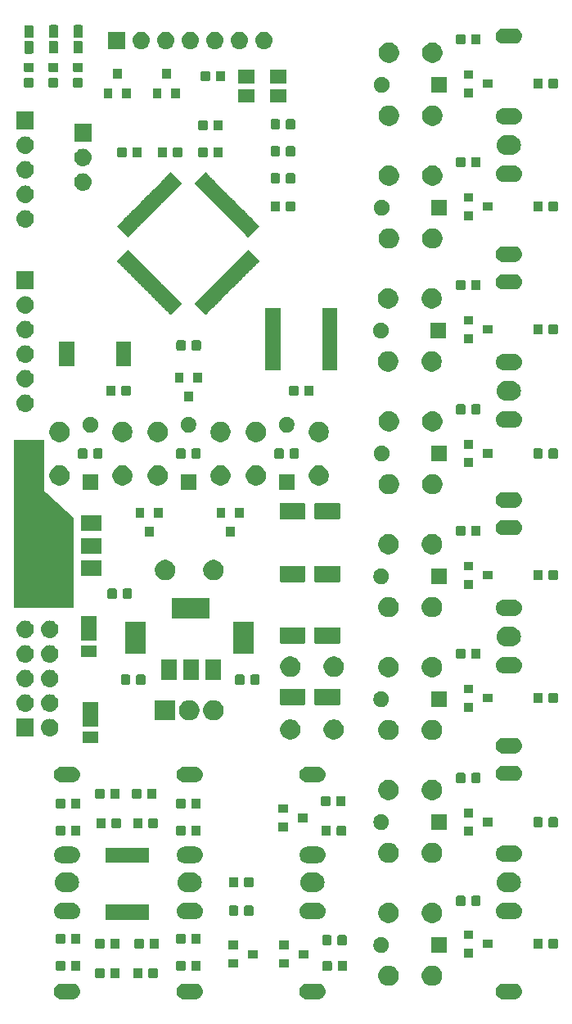
<source format=gbr>
G04 #@! TF.GenerationSoftware,KiCad,Pcbnew,(5.1.0-0)*
G04 #@! TF.CreationDate,2019-05-28T00:09:16+08:00*
G04 #@! TF.ProjectId,Beats,42656174-732e-46b6-9963-61645f706362,rev?*
G04 #@! TF.SameCoordinates,Original*
G04 #@! TF.FileFunction,Soldermask,Bot*
G04 #@! TF.FilePolarity,Negative*
%FSLAX46Y46*%
G04 Gerber Fmt 4.6, Leading zero omitted, Abs format (unit mm)*
G04 Created by KiCad (PCBNEW (5.1.0-0)) date 2019-05-28 00:09:16*
%MOMM*%
%LPD*%
G04 APERTURE LIST*
%ADD10C,0.100000*%
G04 APERTURE END LIST*
D10*
G36*
X124600000Y-97587000D02*
G01*
X127648000Y-100381000D01*
X127648000Y-109652000D01*
X121552000Y-109652000D01*
X121552000Y-92380000D01*
X124600000Y-92380000D01*
X124600000Y-97587000D01*
G37*
X124600000Y-97587000D02*
X127648000Y-100381000D01*
X127648000Y-109652000D01*
X121552000Y-109652000D01*
X121552000Y-92380000D01*
X124600000Y-92380000D01*
X124600000Y-97587000D01*
G36*
X173361571Y-148572863D02*
G01*
X173440023Y-148580590D01*
X173540682Y-148611125D01*
X173591013Y-148626392D01*
X173730165Y-148700771D01*
X173852133Y-148800867D01*
X173952229Y-148922835D01*
X174026608Y-149061987D01*
X174026608Y-149061988D01*
X174072410Y-149212977D01*
X174087875Y-149370000D01*
X174072410Y-149527023D01*
X174041875Y-149627682D01*
X174026608Y-149678013D01*
X173952229Y-149817165D01*
X173852133Y-149939133D01*
X173730165Y-150039229D01*
X173591013Y-150113608D01*
X173540682Y-150128875D01*
X173440023Y-150159410D01*
X173361571Y-150167137D01*
X173322346Y-150171000D01*
X172143654Y-150171000D01*
X172104429Y-150167137D01*
X172025977Y-150159410D01*
X171925318Y-150128875D01*
X171874987Y-150113608D01*
X171735835Y-150039229D01*
X171613867Y-149939133D01*
X171513771Y-149817165D01*
X171439392Y-149678013D01*
X171424125Y-149627682D01*
X171393590Y-149527023D01*
X171378125Y-149370000D01*
X171393590Y-149212977D01*
X171439392Y-149061988D01*
X171439392Y-149061987D01*
X171513771Y-148922835D01*
X171613867Y-148800867D01*
X171735835Y-148700771D01*
X171874987Y-148626392D01*
X171925318Y-148611125D01*
X172025977Y-148580590D01*
X172104429Y-148572863D01*
X172143654Y-148569000D01*
X173322346Y-148569000D01*
X173361571Y-148572863D01*
X173361571Y-148572863D01*
G37*
G36*
X153041571Y-148572863D02*
G01*
X153120023Y-148580590D01*
X153220682Y-148611125D01*
X153271013Y-148626392D01*
X153410165Y-148700771D01*
X153532133Y-148800867D01*
X153632229Y-148922835D01*
X153706608Y-149061987D01*
X153706608Y-149061988D01*
X153752410Y-149212977D01*
X153767875Y-149370000D01*
X153752410Y-149527023D01*
X153721875Y-149627682D01*
X153706608Y-149678013D01*
X153632229Y-149817165D01*
X153532133Y-149939133D01*
X153410165Y-150039229D01*
X153271013Y-150113608D01*
X153220682Y-150128875D01*
X153120023Y-150159410D01*
X153041571Y-150167137D01*
X153002346Y-150171000D01*
X151823654Y-150171000D01*
X151784429Y-150167137D01*
X151705977Y-150159410D01*
X151605318Y-150128875D01*
X151554987Y-150113608D01*
X151415835Y-150039229D01*
X151293867Y-149939133D01*
X151193771Y-149817165D01*
X151119392Y-149678013D01*
X151104125Y-149627682D01*
X151073590Y-149527023D01*
X151058125Y-149370000D01*
X151073590Y-149212977D01*
X151119392Y-149061988D01*
X151119392Y-149061987D01*
X151193771Y-148922835D01*
X151293867Y-148800867D01*
X151415835Y-148700771D01*
X151554987Y-148626392D01*
X151605318Y-148611125D01*
X151705977Y-148580590D01*
X151784429Y-148572863D01*
X151823654Y-148569000D01*
X153002346Y-148569000D01*
X153041571Y-148572863D01*
X153041571Y-148572863D01*
G37*
G36*
X140341571Y-148572863D02*
G01*
X140420023Y-148580590D01*
X140520682Y-148611125D01*
X140571013Y-148626392D01*
X140710165Y-148700771D01*
X140832133Y-148800867D01*
X140932229Y-148922835D01*
X141006608Y-149061987D01*
X141006608Y-149061988D01*
X141052410Y-149212977D01*
X141067875Y-149370000D01*
X141052410Y-149527023D01*
X141021875Y-149627682D01*
X141006608Y-149678013D01*
X140932229Y-149817165D01*
X140832133Y-149939133D01*
X140710165Y-150039229D01*
X140571013Y-150113608D01*
X140520682Y-150128875D01*
X140420023Y-150159410D01*
X140341571Y-150167137D01*
X140302346Y-150171000D01*
X139123654Y-150171000D01*
X139084429Y-150167137D01*
X139005977Y-150159410D01*
X138905318Y-150128875D01*
X138854987Y-150113608D01*
X138715835Y-150039229D01*
X138593867Y-149939133D01*
X138493771Y-149817165D01*
X138419392Y-149678013D01*
X138404125Y-149627682D01*
X138373590Y-149527023D01*
X138358125Y-149370000D01*
X138373590Y-149212977D01*
X138419392Y-149061988D01*
X138419392Y-149061987D01*
X138493771Y-148922835D01*
X138593867Y-148800867D01*
X138715835Y-148700771D01*
X138854987Y-148626392D01*
X138905318Y-148611125D01*
X139005977Y-148580590D01*
X139084429Y-148572863D01*
X139123654Y-148569000D01*
X140302346Y-148569000D01*
X140341571Y-148572863D01*
X140341571Y-148572863D01*
G37*
G36*
X127641571Y-148572863D02*
G01*
X127720023Y-148580590D01*
X127820682Y-148611125D01*
X127871013Y-148626392D01*
X128010165Y-148700771D01*
X128132133Y-148800867D01*
X128232229Y-148922835D01*
X128306608Y-149061987D01*
X128306608Y-149061988D01*
X128352410Y-149212977D01*
X128367875Y-149370000D01*
X128352410Y-149527023D01*
X128321875Y-149627682D01*
X128306608Y-149678013D01*
X128232229Y-149817165D01*
X128132133Y-149939133D01*
X128010165Y-150039229D01*
X127871013Y-150113608D01*
X127820682Y-150128875D01*
X127720023Y-150159410D01*
X127641571Y-150167137D01*
X127602346Y-150171000D01*
X126423654Y-150171000D01*
X126384429Y-150167137D01*
X126305977Y-150159410D01*
X126205318Y-150128875D01*
X126154987Y-150113608D01*
X126015835Y-150039229D01*
X125893867Y-149939133D01*
X125793771Y-149817165D01*
X125719392Y-149678013D01*
X125704125Y-149627682D01*
X125673590Y-149527023D01*
X125658125Y-149370000D01*
X125673590Y-149212977D01*
X125719392Y-149061988D01*
X125719392Y-149061987D01*
X125793771Y-148922835D01*
X125893867Y-148800867D01*
X126015835Y-148700771D01*
X126154987Y-148626392D01*
X126205318Y-148611125D01*
X126305977Y-148580590D01*
X126384429Y-148572863D01*
X126423654Y-148569000D01*
X127602346Y-148569000D01*
X127641571Y-148572863D01*
X127641571Y-148572863D01*
G37*
G36*
X160593564Y-146741389D02*
G01*
X160784833Y-146820615D01*
X160784835Y-146820616D01*
X160956973Y-146935635D01*
X161103365Y-147082027D01*
X161161211Y-147168599D01*
X161218385Y-147254167D01*
X161297611Y-147445436D01*
X161338000Y-147648484D01*
X161338000Y-147855516D01*
X161297611Y-148058564D01*
X161218385Y-148249833D01*
X161218384Y-148249835D01*
X161103365Y-148421973D01*
X160956973Y-148568365D01*
X160784835Y-148683384D01*
X160784834Y-148683385D01*
X160784833Y-148683385D01*
X160593564Y-148762611D01*
X160390516Y-148803000D01*
X160183484Y-148803000D01*
X159980436Y-148762611D01*
X159789167Y-148683385D01*
X159789166Y-148683385D01*
X159789165Y-148683384D01*
X159617027Y-148568365D01*
X159470635Y-148421973D01*
X159355616Y-148249835D01*
X159355615Y-148249833D01*
X159276389Y-148058564D01*
X159236000Y-147855516D01*
X159236000Y-147648484D01*
X159276389Y-147445436D01*
X159355615Y-147254167D01*
X159412790Y-147168599D01*
X159470635Y-147082027D01*
X159617027Y-146935635D01*
X159789165Y-146820616D01*
X159789167Y-146820615D01*
X159980436Y-146741389D01*
X160183484Y-146701000D01*
X160390516Y-146701000D01*
X160593564Y-146741389D01*
X160593564Y-146741389D01*
G37*
G36*
X165093564Y-146741389D02*
G01*
X165284833Y-146820615D01*
X165284835Y-146820616D01*
X165456973Y-146935635D01*
X165603365Y-147082027D01*
X165661211Y-147168599D01*
X165718385Y-147254167D01*
X165797611Y-147445436D01*
X165838000Y-147648484D01*
X165838000Y-147855516D01*
X165797611Y-148058564D01*
X165718385Y-148249833D01*
X165718384Y-148249835D01*
X165603365Y-148421973D01*
X165456973Y-148568365D01*
X165284835Y-148683384D01*
X165284834Y-148683385D01*
X165284833Y-148683385D01*
X165093564Y-148762611D01*
X164890516Y-148803000D01*
X164683484Y-148803000D01*
X164480436Y-148762611D01*
X164289167Y-148683385D01*
X164289166Y-148683385D01*
X164289165Y-148683384D01*
X164117027Y-148568365D01*
X163970635Y-148421973D01*
X163855616Y-148249835D01*
X163855615Y-148249833D01*
X163776389Y-148058564D01*
X163736000Y-147855516D01*
X163736000Y-147648484D01*
X163776389Y-147445436D01*
X163855615Y-147254167D01*
X163912790Y-147168599D01*
X163970635Y-147082027D01*
X164117027Y-146935635D01*
X164289165Y-146820616D01*
X164289167Y-146820615D01*
X164480436Y-146741389D01*
X164683484Y-146701000D01*
X164890516Y-146701000D01*
X165093564Y-146741389D01*
X165093564Y-146741389D01*
G37*
G36*
X132333591Y-146976085D02*
G01*
X132367569Y-146986393D01*
X132398890Y-147003134D01*
X132426339Y-147025661D01*
X132448866Y-147053110D01*
X132465607Y-147084431D01*
X132475915Y-147118409D01*
X132480000Y-147159890D01*
X132480000Y-147836110D01*
X132475915Y-147877591D01*
X132465607Y-147911569D01*
X132448866Y-147942890D01*
X132426339Y-147970339D01*
X132398890Y-147992866D01*
X132367569Y-148009607D01*
X132333591Y-148019915D01*
X132292110Y-148024000D01*
X131690890Y-148024000D01*
X131649409Y-148019915D01*
X131615431Y-148009607D01*
X131584110Y-147992866D01*
X131556661Y-147970339D01*
X131534134Y-147942890D01*
X131517393Y-147911569D01*
X131507085Y-147877591D01*
X131503000Y-147836110D01*
X131503000Y-147159890D01*
X131507085Y-147118409D01*
X131517393Y-147084431D01*
X131534134Y-147053110D01*
X131556661Y-147025661D01*
X131584110Y-147003134D01*
X131615431Y-146986393D01*
X131649409Y-146976085D01*
X131690890Y-146972000D01*
X132292110Y-146972000D01*
X132333591Y-146976085D01*
X132333591Y-146976085D01*
G37*
G36*
X130758591Y-146976085D02*
G01*
X130792569Y-146986393D01*
X130823890Y-147003134D01*
X130851339Y-147025661D01*
X130873866Y-147053110D01*
X130890607Y-147084431D01*
X130900915Y-147118409D01*
X130905000Y-147159890D01*
X130905000Y-147836110D01*
X130900915Y-147877591D01*
X130890607Y-147911569D01*
X130873866Y-147942890D01*
X130851339Y-147970339D01*
X130823890Y-147992866D01*
X130792569Y-148009607D01*
X130758591Y-148019915D01*
X130717110Y-148024000D01*
X130115890Y-148024000D01*
X130074409Y-148019915D01*
X130040431Y-148009607D01*
X130009110Y-147992866D01*
X129981661Y-147970339D01*
X129959134Y-147942890D01*
X129942393Y-147911569D01*
X129932085Y-147877591D01*
X129928000Y-147836110D01*
X129928000Y-147159890D01*
X129932085Y-147118409D01*
X129942393Y-147084431D01*
X129959134Y-147053110D01*
X129981661Y-147025661D01*
X130009110Y-147003134D01*
X130040431Y-146986393D01*
X130074409Y-146976085D01*
X130115890Y-146972000D01*
X130717110Y-146972000D01*
X130758591Y-146976085D01*
X130758591Y-146976085D01*
G37*
G36*
X134695591Y-146976085D02*
G01*
X134729569Y-146986393D01*
X134760890Y-147003134D01*
X134788339Y-147025661D01*
X134810866Y-147053110D01*
X134827607Y-147084431D01*
X134837915Y-147118409D01*
X134842000Y-147159890D01*
X134842000Y-147836110D01*
X134837915Y-147877591D01*
X134827607Y-147911569D01*
X134810866Y-147942890D01*
X134788339Y-147970339D01*
X134760890Y-147992866D01*
X134729569Y-148009607D01*
X134695591Y-148019915D01*
X134654110Y-148024000D01*
X134052890Y-148024000D01*
X134011409Y-148019915D01*
X133977431Y-148009607D01*
X133946110Y-147992866D01*
X133918661Y-147970339D01*
X133896134Y-147942890D01*
X133879393Y-147911569D01*
X133869085Y-147877591D01*
X133865000Y-147836110D01*
X133865000Y-147159890D01*
X133869085Y-147118409D01*
X133879393Y-147084431D01*
X133896134Y-147053110D01*
X133918661Y-147025661D01*
X133946110Y-147003134D01*
X133977431Y-146986393D01*
X134011409Y-146976085D01*
X134052890Y-146972000D01*
X134654110Y-146972000D01*
X134695591Y-146976085D01*
X134695591Y-146976085D01*
G37*
G36*
X136270591Y-146976085D02*
G01*
X136304569Y-146986393D01*
X136335890Y-147003134D01*
X136363339Y-147025661D01*
X136385866Y-147053110D01*
X136402607Y-147084431D01*
X136412915Y-147118409D01*
X136417000Y-147159890D01*
X136417000Y-147836110D01*
X136412915Y-147877591D01*
X136402607Y-147911569D01*
X136385866Y-147942890D01*
X136363339Y-147970339D01*
X136335890Y-147992866D01*
X136304569Y-148009607D01*
X136270591Y-148019915D01*
X136229110Y-148024000D01*
X135627890Y-148024000D01*
X135586409Y-148019915D01*
X135552431Y-148009607D01*
X135521110Y-147992866D01*
X135493661Y-147970339D01*
X135471134Y-147942890D01*
X135454393Y-147911569D01*
X135444085Y-147877591D01*
X135440000Y-147836110D01*
X135440000Y-147159890D01*
X135444085Y-147118409D01*
X135454393Y-147084431D01*
X135471134Y-147053110D01*
X135493661Y-147025661D01*
X135521110Y-147003134D01*
X135552431Y-146986393D01*
X135586409Y-146976085D01*
X135627890Y-146972000D01*
X136229110Y-146972000D01*
X136270591Y-146976085D01*
X136270591Y-146976085D01*
G37*
G36*
X155856591Y-146214085D02*
G01*
X155890569Y-146224393D01*
X155921890Y-146241134D01*
X155949339Y-146263661D01*
X155971866Y-146291110D01*
X155988607Y-146322431D01*
X155998915Y-146356409D01*
X156003000Y-146397890D01*
X156003000Y-147074110D01*
X155998915Y-147115591D01*
X155988607Y-147149569D01*
X155971866Y-147180890D01*
X155949339Y-147208339D01*
X155921890Y-147230866D01*
X155890569Y-147247607D01*
X155856591Y-147257915D01*
X155815110Y-147262000D01*
X155213890Y-147262000D01*
X155172409Y-147257915D01*
X155138431Y-147247607D01*
X155107110Y-147230866D01*
X155079661Y-147208339D01*
X155057134Y-147180890D01*
X155040393Y-147149569D01*
X155030085Y-147115591D01*
X155026000Y-147074110D01*
X155026000Y-146397890D01*
X155030085Y-146356409D01*
X155040393Y-146322431D01*
X155057134Y-146291110D01*
X155079661Y-146263661D01*
X155107110Y-146241134D01*
X155138431Y-146224393D01*
X155172409Y-146214085D01*
X155213890Y-146210000D01*
X155815110Y-146210000D01*
X155856591Y-146214085D01*
X155856591Y-146214085D01*
G37*
G36*
X154281591Y-146214085D02*
G01*
X154315569Y-146224393D01*
X154346890Y-146241134D01*
X154374339Y-146263661D01*
X154396866Y-146291110D01*
X154413607Y-146322431D01*
X154423915Y-146356409D01*
X154428000Y-146397890D01*
X154428000Y-147074110D01*
X154423915Y-147115591D01*
X154413607Y-147149569D01*
X154396866Y-147180890D01*
X154374339Y-147208339D01*
X154346890Y-147230866D01*
X154315569Y-147247607D01*
X154281591Y-147257915D01*
X154240110Y-147262000D01*
X153638890Y-147262000D01*
X153597409Y-147257915D01*
X153563431Y-147247607D01*
X153532110Y-147230866D01*
X153504661Y-147208339D01*
X153482134Y-147180890D01*
X153465393Y-147149569D01*
X153455085Y-147115591D01*
X153451000Y-147074110D01*
X153451000Y-146397890D01*
X153455085Y-146356409D01*
X153465393Y-146322431D01*
X153482134Y-146291110D01*
X153504661Y-146263661D01*
X153532110Y-146241134D01*
X153563431Y-146224393D01*
X153597409Y-146214085D01*
X153638890Y-146210000D01*
X154240110Y-146210000D01*
X154281591Y-146214085D01*
X154281591Y-146214085D01*
G37*
G36*
X140715591Y-146214085D02*
G01*
X140749569Y-146224393D01*
X140780890Y-146241134D01*
X140808339Y-146263661D01*
X140830866Y-146291110D01*
X140847607Y-146322431D01*
X140857915Y-146356409D01*
X140862000Y-146397890D01*
X140862000Y-147074110D01*
X140857915Y-147115591D01*
X140847607Y-147149569D01*
X140830866Y-147180890D01*
X140808339Y-147208339D01*
X140780890Y-147230866D01*
X140749569Y-147247607D01*
X140715591Y-147257915D01*
X140674110Y-147262000D01*
X140072890Y-147262000D01*
X140031409Y-147257915D01*
X139997431Y-147247607D01*
X139966110Y-147230866D01*
X139938661Y-147208339D01*
X139916134Y-147180890D01*
X139899393Y-147149569D01*
X139889085Y-147115591D01*
X139885000Y-147074110D01*
X139885000Y-146397890D01*
X139889085Y-146356409D01*
X139899393Y-146322431D01*
X139916134Y-146291110D01*
X139938661Y-146263661D01*
X139966110Y-146241134D01*
X139997431Y-146224393D01*
X140031409Y-146214085D01*
X140072890Y-146210000D01*
X140674110Y-146210000D01*
X140715591Y-146214085D01*
X140715591Y-146214085D01*
G37*
G36*
X139140591Y-146214085D02*
G01*
X139174569Y-146224393D01*
X139205890Y-146241134D01*
X139233339Y-146263661D01*
X139255866Y-146291110D01*
X139272607Y-146322431D01*
X139282915Y-146356409D01*
X139287000Y-146397890D01*
X139287000Y-147074110D01*
X139282915Y-147115591D01*
X139272607Y-147149569D01*
X139255866Y-147180890D01*
X139233339Y-147208339D01*
X139205890Y-147230866D01*
X139174569Y-147247607D01*
X139140591Y-147257915D01*
X139099110Y-147262000D01*
X138497890Y-147262000D01*
X138456409Y-147257915D01*
X138422431Y-147247607D01*
X138391110Y-147230866D01*
X138363661Y-147208339D01*
X138341134Y-147180890D01*
X138324393Y-147149569D01*
X138314085Y-147115591D01*
X138310000Y-147074110D01*
X138310000Y-146397890D01*
X138314085Y-146356409D01*
X138324393Y-146322431D01*
X138341134Y-146291110D01*
X138363661Y-146263661D01*
X138391110Y-146241134D01*
X138422431Y-146224393D01*
X138456409Y-146214085D01*
X138497890Y-146210000D01*
X139099110Y-146210000D01*
X139140591Y-146214085D01*
X139140591Y-146214085D01*
G37*
G36*
X128269591Y-146214085D02*
G01*
X128303569Y-146224393D01*
X128334890Y-146241134D01*
X128362339Y-146263661D01*
X128384866Y-146291110D01*
X128401607Y-146322431D01*
X128411915Y-146356409D01*
X128416000Y-146397890D01*
X128416000Y-147074110D01*
X128411915Y-147115591D01*
X128401607Y-147149569D01*
X128384866Y-147180890D01*
X128362339Y-147208339D01*
X128334890Y-147230866D01*
X128303569Y-147247607D01*
X128269591Y-147257915D01*
X128228110Y-147262000D01*
X127626890Y-147262000D01*
X127585409Y-147257915D01*
X127551431Y-147247607D01*
X127520110Y-147230866D01*
X127492661Y-147208339D01*
X127470134Y-147180890D01*
X127453393Y-147149569D01*
X127443085Y-147115591D01*
X127439000Y-147074110D01*
X127439000Y-146397890D01*
X127443085Y-146356409D01*
X127453393Y-146322431D01*
X127470134Y-146291110D01*
X127492661Y-146263661D01*
X127520110Y-146241134D01*
X127551431Y-146224393D01*
X127585409Y-146214085D01*
X127626890Y-146210000D01*
X128228110Y-146210000D01*
X128269591Y-146214085D01*
X128269591Y-146214085D01*
G37*
G36*
X126694591Y-146214085D02*
G01*
X126728569Y-146224393D01*
X126759890Y-146241134D01*
X126787339Y-146263661D01*
X126809866Y-146291110D01*
X126826607Y-146322431D01*
X126836915Y-146356409D01*
X126841000Y-146397890D01*
X126841000Y-147074110D01*
X126836915Y-147115591D01*
X126826607Y-147149569D01*
X126809866Y-147180890D01*
X126787339Y-147208339D01*
X126759890Y-147230866D01*
X126728569Y-147247607D01*
X126694591Y-147257915D01*
X126653110Y-147262000D01*
X126051890Y-147262000D01*
X126010409Y-147257915D01*
X125976431Y-147247607D01*
X125945110Y-147230866D01*
X125917661Y-147208339D01*
X125895134Y-147180890D01*
X125878393Y-147149569D01*
X125868085Y-147115591D01*
X125864000Y-147074110D01*
X125864000Y-146397890D01*
X125868085Y-146356409D01*
X125878393Y-146322431D01*
X125895134Y-146291110D01*
X125917661Y-146263661D01*
X125945110Y-146241134D01*
X125976431Y-146224393D01*
X126010409Y-146214085D01*
X126051890Y-146210000D01*
X126653110Y-146210000D01*
X126694591Y-146214085D01*
X126694591Y-146214085D01*
G37*
G36*
X149998000Y-146934000D02*
G01*
X148996000Y-146934000D01*
X148996000Y-146032000D01*
X149998000Y-146032000D01*
X149998000Y-146934000D01*
X149998000Y-146934000D01*
G37*
G36*
X144739000Y-146931000D02*
G01*
X143737000Y-146931000D01*
X143737000Y-146029000D01*
X144739000Y-146029000D01*
X144739000Y-146931000D01*
X144739000Y-146931000D01*
G37*
G36*
X151998000Y-145984000D02*
G01*
X150996000Y-145984000D01*
X150996000Y-145082000D01*
X151998000Y-145082000D01*
X151998000Y-145984000D01*
X151998000Y-145984000D01*
G37*
G36*
X146739000Y-145981000D02*
G01*
X145737000Y-145981000D01*
X145737000Y-145079000D01*
X146739000Y-145079000D01*
X146739000Y-145981000D01*
X146739000Y-145981000D01*
G37*
G36*
X169059000Y-145851000D02*
G01*
X168057000Y-145851000D01*
X168057000Y-144949000D01*
X169059000Y-144949000D01*
X169059000Y-145851000D01*
X169059000Y-145851000D01*
G37*
G36*
X166307000Y-145390000D02*
G01*
X164681000Y-145390000D01*
X164681000Y-143764000D01*
X166307000Y-143764000D01*
X166307000Y-145390000D01*
X166307000Y-145390000D01*
G37*
G36*
X159762142Y-143795242D02*
G01*
X159910101Y-143856529D01*
X160043255Y-143945499D01*
X160156501Y-144058745D01*
X160245471Y-144191899D01*
X160306758Y-144339858D01*
X160338000Y-144496925D01*
X160338000Y-144657075D01*
X160306758Y-144814142D01*
X160245471Y-144962101D01*
X160156501Y-145095255D01*
X160043255Y-145208501D01*
X159910101Y-145297471D01*
X159762142Y-145358758D01*
X159605075Y-145390000D01*
X159444925Y-145390000D01*
X159287858Y-145358758D01*
X159139899Y-145297471D01*
X159006745Y-145208501D01*
X158893499Y-145095255D01*
X158804529Y-144962101D01*
X158743242Y-144814142D01*
X158712000Y-144657075D01*
X158712000Y-144496925D01*
X158743242Y-144339858D01*
X158804529Y-144191899D01*
X158893499Y-144058745D01*
X159006745Y-143945499D01*
X159139899Y-143856529D01*
X159287858Y-143795242D01*
X159444925Y-143764000D01*
X159605075Y-143764000D01*
X159762142Y-143795242D01*
X159762142Y-143795242D01*
G37*
G36*
X149998000Y-145034000D02*
G01*
X148996000Y-145034000D01*
X148996000Y-144132000D01*
X149998000Y-144132000D01*
X149998000Y-145034000D01*
X149998000Y-145034000D01*
G37*
G36*
X144739000Y-145031000D02*
G01*
X143737000Y-145031000D01*
X143737000Y-144129000D01*
X144739000Y-144129000D01*
X144739000Y-145031000D01*
X144739000Y-145031000D01*
G37*
G36*
X132333591Y-143928085D02*
G01*
X132367569Y-143938393D01*
X132398890Y-143955134D01*
X132426339Y-143977661D01*
X132448866Y-144005110D01*
X132465607Y-144036431D01*
X132475915Y-144070409D01*
X132480000Y-144111890D01*
X132480000Y-144788110D01*
X132475915Y-144829591D01*
X132465607Y-144863569D01*
X132448866Y-144894890D01*
X132426339Y-144922339D01*
X132398890Y-144944866D01*
X132367569Y-144961607D01*
X132333591Y-144971915D01*
X132292110Y-144976000D01*
X131690890Y-144976000D01*
X131649409Y-144971915D01*
X131615431Y-144961607D01*
X131584110Y-144944866D01*
X131556661Y-144922339D01*
X131534134Y-144894890D01*
X131517393Y-144863569D01*
X131507085Y-144829591D01*
X131503000Y-144788110D01*
X131503000Y-144111890D01*
X131507085Y-144070409D01*
X131517393Y-144036431D01*
X131534134Y-144005110D01*
X131556661Y-143977661D01*
X131584110Y-143955134D01*
X131615431Y-143938393D01*
X131649409Y-143928085D01*
X131690890Y-143924000D01*
X132292110Y-143924000D01*
X132333591Y-143928085D01*
X132333591Y-143928085D01*
G37*
G36*
X177672591Y-143928085D02*
G01*
X177706569Y-143938393D01*
X177737890Y-143955134D01*
X177765339Y-143977661D01*
X177787866Y-144005110D01*
X177804607Y-144036431D01*
X177814915Y-144070409D01*
X177819000Y-144111890D01*
X177819000Y-144788110D01*
X177814915Y-144829591D01*
X177804607Y-144863569D01*
X177787866Y-144894890D01*
X177765339Y-144922339D01*
X177737890Y-144944866D01*
X177706569Y-144961607D01*
X177672591Y-144971915D01*
X177631110Y-144976000D01*
X177029890Y-144976000D01*
X176988409Y-144971915D01*
X176954431Y-144961607D01*
X176923110Y-144944866D01*
X176895661Y-144922339D01*
X176873134Y-144894890D01*
X176856393Y-144863569D01*
X176846085Y-144829591D01*
X176842000Y-144788110D01*
X176842000Y-144111890D01*
X176846085Y-144070409D01*
X176856393Y-144036431D01*
X176873134Y-144005110D01*
X176895661Y-143977661D01*
X176923110Y-143955134D01*
X176954431Y-143938393D01*
X176988409Y-143928085D01*
X177029890Y-143924000D01*
X177631110Y-143924000D01*
X177672591Y-143928085D01*
X177672591Y-143928085D01*
G37*
G36*
X176097591Y-143928085D02*
G01*
X176131569Y-143938393D01*
X176162890Y-143955134D01*
X176190339Y-143977661D01*
X176212866Y-144005110D01*
X176229607Y-144036431D01*
X176239915Y-144070409D01*
X176244000Y-144111890D01*
X176244000Y-144788110D01*
X176239915Y-144829591D01*
X176229607Y-144863569D01*
X176212866Y-144894890D01*
X176190339Y-144922339D01*
X176162890Y-144944866D01*
X176131569Y-144961607D01*
X176097591Y-144971915D01*
X176056110Y-144976000D01*
X175454890Y-144976000D01*
X175413409Y-144971915D01*
X175379431Y-144961607D01*
X175348110Y-144944866D01*
X175320661Y-144922339D01*
X175298134Y-144894890D01*
X175281393Y-144863569D01*
X175271085Y-144829591D01*
X175267000Y-144788110D01*
X175267000Y-144111890D01*
X175271085Y-144070409D01*
X175281393Y-144036431D01*
X175298134Y-144005110D01*
X175320661Y-143977661D01*
X175348110Y-143955134D01*
X175379431Y-143938393D01*
X175413409Y-143928085D01*
X175454890Y-143924000D01*
X176056110Y-143924000D01*
X176097591Y-143928085D01*
X176097591Y-143928085D01*
G37*
G36*
X130758591Y-143928085D02*
G01*
X130792569Y-143938393D01*
X130823890Y-143955134D01*
X130851339Y-143977661D01*
X130873866Y-144005110D01*
X130890607Y-144036431D01*
X130900915Y-144070409D01*
X130905000Y-144111890D01*
X130905000Y-144788110D01*
X130900915Y-144829591D01*
X130890607Y-144863569D01*
X130873866Y-144894890D01*
X130851339Y-144922339D01*
X130823890Y-144944866D01*
X130792569Y-144961607D01*
X130758591Y-144971915D01*
X130717110Y-144976000D01*
X130115890Y-144976000D01*
X130074409Y-144971915D01*
X130040431Y-144961607D01*
X130009110Y-144944866D01*
X129981661Y-144922339D01*
X129959134Y-144894890D01*
X129942393Y-144863569D01*
X129932085Y-144829591D01*
X129928000Y-144788110D01*
X129928000Y-144111890D01*
X129932085Y-144070409D01*
X129942393Y-144036431D01*
X129959134Y-144005110D01*
X129981661Y-143977661D01*
X130009110Y-143955134D01*
X130040431Y-143938393D01*
X130074409Y-143928085D01*
X130115890Y-143924000D01*
X130717110Y-143924000D01*
X130758591Y-143928085D01*
X130758591Y-143928085D01*
G37*
G36*
X136397591Y-143928085D02*
G01*
X136431569Y-143938393D01*
X136462890Y-143955134D01*
X136490339Y-143977661D01*
X136512866Y-144005110D01*
X136529607Y-144036431D01*
X136539915Y-144070409D01*
X136544000Y-144111890D01*
X136544000Y-144788110D01*
X136539915Y-144829591D01*
X136529607Y-144863569D01*
X136512866Y-144894890D01*
X136490339Y-144922339D01*
X136462890Y-144944866D01*
X136431569Y-144961607D01*
X136397591Y-144971915D01*
X136356110Y-144976000D01*
X135754890Y-144976000D01*
X135713409Y-144971915D01*
X135679431Y-144961607D01*
X135648110Y-144944866D01*
X135620661Y-144922339D01*
X135598134Y-144894890D01*
X135581393Y-144863569D01*
X135571085Y-144829591D01*
X135567000Y-144788110D01*
X135567000Y-144111890D01*
X135571085Y-144070409D01*
X135581393Y-144036431D01*
X135598134Y-144005110D01*
X135620661Y-143977661D01*
X135648110Y-143955134D01*
X135679431Y-143938393D01*
X135713409Y-143928085D01*
X135754890Y-143924000D01*
X136356110Y-143924000D01*
X136397591Y-143928085D01*
X136397591Y-143928085D01*
G37*
G36*
X134822591Y-143928085D02*
G01*
X134856569Y-143938393D01*
X134887890Y-143955134D01*
X134915339Y-143977661D01*
X134937866Y-144005110D01*
X134954607Y-144036431D01*
X134964915Y-144070409D01*
X134969000Y-144111890D01*
X134969000Y-144788110D01*
X134964915Y-144829591D01*
X134954607Y-144863569D01*
X134937866Y-144894890D01*
X134915339Y-144922339D01*
X134887890Y-144944866D01*
X134856569Y-144961607D01*
X134822591Y-144971915D01*
X134781110Y-144976000D01*
X134179890Y-144976000D01*
X134138409Y-144971915D01*
X134104431Y-144961607D01*
X134073110Y-144944866D01*
X134045661Y-144922339D01*
X134023134Y-144894890D01*
X134006393Y-144863569D01*
X133996085Y-144829591D01*
X133992000Y-144788110D01*
X133992000Y-144111890D01*
X133996085Y-144070409D01*
X134006393Y-144036431D01*
X134023134Y-144005110D01*
X134045661Y-143977661D01*
X134073110Y-143955134D01*
X134104431Y-143938393D01*
X134138409Y-143928085D01*
X134179890Y-143924000D01*
X134781110Y-143924000D01*
X134822591Y-143928085D01*
X134822591Y-143928085D01*
G37*
G36*
X171059000Y-144901000D02*
G01*
X170057000Y-144901000D01*
X170057000Y-143999000D01*
X171059000Y-143999000D01*
X171059000Y-144901000D01*
X171059000Y-144901000D01*
G37*
G36*
X155828591Y-143547085D02*
G01*
X155862569Y-143557393D01*
X155893890Y-143574134D01*
X155921339Y-143596661D01*
X155943866Y-143624110D01*
X155960607Y-143655431D01*
X155970915Y-143689409D01*
X155975000Y-143730890D01*
X155975000Y-144407110D01*
X155970915Y-144448591D01*
X155960607Y-144482569D01*
X155943866Y-144513890D01*
X155921339Y-144541339D01*
X155893890Y-144563866D01*
X155862569Y-144580607D01*
X155828591Y-144590915D01*
X155787110Y-144595000D01*
X155185890Y-144595000D01*
X155144409Y-144590915D01*
X155110431Y-144580607D01*
X155079110Y-144563866D01*
X155051661Y-144541339D01*
X155029134Y-144513890D01*
X155012393Y-144482569D01*
X155002085Y-144448591D01*
X154998000Y-144407110D01*
X154998000Y-143730890D01*
X155002085Y-143689409D01*
X155012393Y-143655431D01*
X155029134Y-143624110D01*
X155051661Y-143596661D01*
X155079110Y-143574134D01*
X155110431Y-143557393D01*
X155144409Y-143547085D01*
X155185890Y-143543000D01*
X155787110Y-143543000D01*
X155828591Y-143547085D01*
X155828591Y-143547085D01*
G37*
G36*
X154253591Y-143547085D02*
G01*
X154287569Y-143557393D01*
X154318890Y-143574134D01*
X154346339Y-143596661D01*
X154368866Y-143624110D01*
X154385607Y-143655431D01*
X154395915Y-143689409D01*
X154400000Y-143730890D01*
X154400000Y-144407110D01*
X154395915Y-144448591D01*
X154385607Y-144482569D01*
X154368866Y-144513890D01*
X154346339Y-144541339D01*
X154318890Y-144563866D01*
X154287569Y-144580607D01*
X154253591Y-144590915D01*
X154212110Y-144595000D01*
X153610890Y-144595000D01*
X153569409Y-144590915D01*
X153535431Y-144580607D01*
X153504110Y-144563866D01*
X153476661Y-144541339D01*
X153454134Y-144513890D01*
X153437393Y-144482569D01*
X153427085Y-144448591D01*
X153423000Y-144407110D01*
X153423000Y-143730890D01*
X153427085Y-143689409D01*
X153437393Y-143655431D01*
X153454134Y-143624110D01*
X153476661Y-143596661D01*
X153504110Y-143574134D01*
X153535431Y-143557393D01*
X153569409Y-143547085D01*
X153610890Y-143543000D01*
X154212110Y-143543000D01*
X154253591Y-143547085D01*
X154253591Y-143547085D01*
G37*
G36*
X128269591Y-143420085D02*
G01*
X128303569Y-143430393D01*
X128334890Y-143447134D01*
X128362339Y-143469661D01*
X128384866Y-143497110D01*
X128401607Y-143528431D01*
X128411915Y-143562409D01*
X128416000Y-143603890D01*
X128416000Y-144280110D01*
X128411915Y-144321591D01*
X128401607Y-144355569D01*
X128384866Y-144386890D01*
X128362339Y-144414339D01*
X128334890Y-144436866D01*
X128303569Y-144453607D01*
X128269591Y-144463915D01*
X128228110Y-144468000D01*
X127626890Y-144468000D01*
X127585409Y-144463915D01*
X127551431Y-144453607D01*
X127520110Y-144436866D01*
X127492661Y-144414339D01*
X127470134Y-144386890D01*
X127453393Y-144355569D01*
X127443085Y-144321591D01*
X127439000Y-144280110D01*
X127439000Y-143603890D01*
X127443085Y-143562409D01*
X127453393Y-143528431D01*
X127470134Y-143497110D01*
X127492661Y-143469661D01*
X127520110Y-143447134D01*
X127551431Y-143430393D01*
X127585409Y-143420085D01*
X127626890Y-143416000D01*
X128228110Y-143416000D01*
X128269591Y-143420085D01*
X128269591Y-143420085D01*
G37*
G36*
X126694591Y-143420085D02*
G01*
X126728569Y-143430393D01*
X126759890Y-143447134D01*
X126787339Y-143469661D01*
X126809866Y-143497110D01*
X126826607Y-143528431D01*
X126836915Y-143562409D01*
X126841000Y-143603890D01*
X126841000Y-144280110D01*
X126836915Y-144321591D01*
X126826607Y-144355569D01*
X126809866Y-144386890D01*
X126787339Y-144414339D01*
X126759890Y-144436866D01*
X126728569Y-144453607D01*
X126694591Y-144463915D01*
X126653110Y-144468000D01*
X126051890Y-144468000D01*
X126010409Y-144463915D01*
X125976431Y-144453607D01*
X125945110Y-144436866D01*
X125917661Y-144414339D01*
X125895134Y-144386890D01*
X125878393Y-144355569D01*
X125868085Y-144321591D01*
X125864000Y-144280110D01*
X125864000Y-143603890D01*
X125868085Y-143562409D01*
X125878393Y-143528431D01*
X125895134Y-143497110D01*
X125917661Y-143469661D01*
X125945110Y-143447134D01*
X125976431Y-143430393D01*
X126010409Y-143420085D01*
X126051890Y-143416000D01*
X126653110Y-143416000D01*
X126694591Y-143420085D01*
X126694591Y-143420085D01*
G37*
G36*
X139140591Y-143420085D02*
G01*
X139174569Y-143430393D01*
X139205890Y-143447134D01*
X139233339Y-143469661D01*
X139255866Y-143497110D01*
X139272607Y-143528431D01*
X139282915Y-143562409D01*
X139287000Y-143603890D01*
X139287000Y-144280110D01*
X139282915Y-144321591D01*
X139272607Y-144355569D01*
X139255866Y-144386890D01*
X139233339Y-144414339D01*
X139205890Y-144436866D01*
X139174569Y-144453607D01*
X139140591Y-144463915D01*
X139099110Y-144468000D01*
X138497890Y-144468000D01*
X138456409Y-144463915D01*
X138422431Y-144453607D01*
X138391110Y-144436866D01*
X138363661Y-144414339D01*
X138341134Y-144386890D01*
X138324393Y-144355569D01*
X138314085Y-144321591D01*
X138310000Y-144280110D01*
X138310000Y-143603890D01*
X138314085Y-143562409D01*
X138324393Y-143528431D01*
X138341134Y-143497110D01*
X138363661Y-143469661D01*
X138391110Y-143447134D01*
X138422431Y-143430393D01*
X138456409Y-143420085D01*
X138497890Y-143416000D01*
X139099110Y-143416000D01*
X139140591Y-143420085D01*
X139140591Y-143420085D01*
G37*
G36*
X140715591Y-143420085D02*
G01*
X140749569Y-143430393D01*
X140780890Y-143447134D01*
X140808339Y-143469661D01*
X140830866Y-143497110D01*
X140847607Y-143528431D01*
X140857915Y-143562409D01*
X140862000Y-143603890D01*
X140862000Y-144280110D01*
X140857915Y-144321591D01*
X140847607Y-144355569D01*
X140830866Y-144386890D01*
X140808339Y-144414339D01*
X140780890Y-144436866D01*
X140749569Y-144453607D01*
X140715591Y-144463915D01*
X140674110Y-144468000D01*
X140072890Y-144468000D01*
X140031409Y-144463915D01*
X139997431Y-144453607D01*
X139966110Y-144436866D01*
X139938661Y-144414339D01*
X139916134Y-144386890D01*
X139899393Y-144355569D01*
X139889085Y-144321591D01*
X139885000Y-144280110D01*
X139885000Y-143603890D01*
X139889085Y-143562409D01*
X139899393Y-143528431D01*
X139916134Y-143497110D01*
X139938661Y-143469661D01*
X139966110Y-143447134D01*
X139997431Y-143430393D01*
X140031409Y-143420085D01*
X140072890Y-143416000D01*
X140674110Y-143416000D01*
X140715591Y-143420085D01*
X140715591Y-143420085D01*
G37*
G36*
X169059000Y-143951000D02*
G01*
X168057000Y-143951000D01*
X168057000Y-143049000D01*
X169059000Y-143049000D01*
X169059000Y-143951000D01*
X169059000Y-143951000D01*
G37*
G36*
X165093564Y-140241389D02*
G01*
X165203075Y-140286750D01*
X165284835Y-140320616D01*
X165456973Y-140435635D01*
X165603365Y-140582027D01*
X165676579Y-140691599D01*
X165718385Y-140754167D01*
X165797611Y-140945436D01*
X165838000Y-141148484D01*
X165838000Y-141355516D01*
X165797611Y-141558564D01*
X165749523Y-141674659D01*
X165718384Y-141749835D01*
X165603365Y-141921973D01*
X165456973Y-142068365D01*
X165284835Y-142183384D01*
X165284834Y-142183385D01*
X165284833Y-142183385D01*
X165093564Y-142262611D01*
X164890516Y-142303000D01*
X164683484Y-142303000D01*
X164480436Y-142262611D01*
X164289167Y-142183385D01*
X164289166Y-142183385D01*
X164289165Y-142183384D01*
X164117027Y-142068365D01*
X163970635Y-141921973D01*
X163855616Y-141749835D01*
X163824477Y-141674659D01*
X163776389Y-141558564D01*
X163736000Y-141355516D01*
X163736000Y-141148484D01*
X163776389Y-140945436D01*
X163855615Y-140754167D01*
X163897422Y-140691599D01*
X163970635Y-140582027D01*
X164117027Y-140435635D01*
X164289165Y-140320616D01*
X164370925Y-140286750D01*
X164480436Y-140241389D01*
X164683484Y-140201000D01*
X164890516Y-140201000D01*
X165093564Y-140241389D01*
X165093564Y-140241389D01*
G37*
G36*
X160593564Y-140241389D02*
G01*
X160703075Y-140286750D01*
X160784835Y-140320616D01*
X160956973Y-140435635D01*
X161103365Y-140582027D01*
X161176579Y-140691599D01*
X161218385Y-140754167D01*
X161297611Y-140945436D01*
X161338000Y-141148484D01*
X161338000Y-141355516D01*
X161297611Y-141558564D01*
X161249523Y-141674659D01*
X161218384Y-141749835D01*
X161103365Y-141921973D01*
X160956973Y-142068365D01*
X160784835Y-142183384D01*
X160784834Y-142183385D01*
X160784833Y-142183385D01*
X160593564Y-142262611D01*
X160390516Y-142303000D01*
X160183484Y-142303000D01*
X159980436Y-142262611D01*
X159789167Y-142183385D01*
X159789166Y-142183385D01*
X159789165Y-142183384D01*
X159617027Y-142068365D01*
X159470635Y-141921973D01*
X159355616Y-141749835D01*
X159324477Y-141674659D01*
X159276389Y-141558564D01*
X159236000Y-141355516D01*
X159236000Y-141148484D01*
X159276389Y-140945436D01*
X159355615Y-140754167D01*
X159397422Y-140691599D01*
X159470635Y-140582027D01*
X159617027Y-140435635D01*
X159789165Y-140320616D01*
X159870925Y-140286750D01*
X159980436Y-140241389D01*
X160183484Y-140201000D01*
X160390516Y-140201000D01*
X160593564Y-140241389D01*
X160593564Y-140241389D01*
G37*
G36*
X135462000Y-141953000D02*
G01*
X131010000Y-141953000D01*
X131010000Y-140401000D01*
X135462000Y-140401000D01*
X135462000Y-141953000D01*
X135462000Y-141953000D01*
G37*
G36*
X127679823Y-140231313D02*
G01*
X127840242Y-140279976D01*
X127916272Y-140320615D01*
X127988078Y-140358996D01*
X128117659Y-140465341D01*
X128224004Y-140594922D01*
X128224005Y-140594924D01*
X128303024Y-140742758D01*
X128351687Y-140903177D01*
X128368117Y-141070000D01*
X128351687Y-141236823D01*
X128303024Y-141397242D01*
X128266331Y-141465890D01*
X128224004Y-141545078D01*
X128117659Y-141674659D01*
X127988078Y-141781004D01*
X127988076Y-141781005D01*
X127840242Y-141860024D01*
X127679823Y-141908687D01*
X127554804Y-141921000D01*
X126471196Y-141921000D01*
X126346177Y-141908687D01*
X126185758Y-141860024D01*
X126037924Y-141781005D01*
X126037922Y-141781004D01*
X125908341Y-141674659D01*
X125801996Y-141545078D01*
X125759669Y-141465890D01*
X125722976Y-141397242D01*
X125674313Y-141236823D01*
X125657883Y-141070000D01*
X125674313Y-140903177D01*
X125722976Y-140742758D01*
X125801995Y-140594924D01*
X125801996Y-140594922D01*
X125908341Y-140465341D01*
X126037922Y-140358996D01*
X126109728Y-140320615D01*
X126185758Y-140279976D01*
X126346177Y-140231313D01*
X126471196Y-140219000D01*
X127554804Y-140219000D01*
X127679823Y-140231313D01*
X127679823Y-140231313D01*
G37*
G36*
X140379823Y-140231313D02*
G01*
X140540242Y-140279976D01*
X140616272Y-140320615D01*
X140688078Y-140358996D01*
X140817659Y-140465341D01*
X140924004Y-140594922D01*
X140924005Y-140594924D01*
X141003024Y-140742758D01*
X141051687Y-140903177D01*
X141068117Y-141070000D01*
X141051687Y-141236823D01*
X141003024Y-141397242D01*
X140966331Y-141465890D01*
X140924004Y-141545078D01*
X140817659Y-141674659D01*
X140688078Y-141781004D01*
X140688076Y-141781005D01*
X140540242Y-141860024D01*
X140379823Y-141908687D01*
X140254804Y-141921000D01*
X139171196Y-141921000D01*
X139046177Y-141908687D01*
X138885758Y-141860024D01*
X138737924Y-141781005D01*
X138737922Y-141781004D01*
X138608341Y-141674659D01*
X138501996Y-141545078D01*
X138459669Y-141465890D01*
X138422976Y-141397242D01*
X138374313Y-141236823D01*
X138357883Y-141070000D01*
X138374313Y-140903177D01*
X138422976Y-140742758D01*
X138501995Y-140594924D01*
X138501996Y-140594922D01*
X138608341Y-140465341D01*
X138737922Y-140358996D01*
X138809728Y-140320615D01*
X138885758Y-140279976D01*
X139046177Y-140231313D01*
X139171196Y-140219000D01*
X140254804Y-140219000D01*
X140379823Y-140231313D01*
X140379823Y-140231313D01*
G37*
G36*
X153079823Y-140231313D02*
G01*
X153240242Y-140279976D01*
X153316272Y-140320615D01*
X153388078Y-140358996D01*
X153517659Y-140465341D01*
X153624004Y-140594922D01*
X153624005Y-140594924D01*
X153703024Y-140742758D01*
X153751687Y-140903177D01*
X153768117Y-141070000D01*
X153751687Y-141236823D01*
X153703024Y-141397242D01*
X153666331Y-141465890D01*
X153624004Y-141545078D01*
X153517659Y-141674659D01*
X153388078Y-141781004D01*
X153388076Y-141781005D01*
X153240242Y-141860024D01*
X153079823Y-141908687D01*
X152954804Y-141921000D01*
X151871196Y-141921000D01*
X151746177Y-141908687D01*
X151585758Y-141860024D01*
X151437924Y-141781005D01*
X151437922Y-141781004D01*
X151308341Y-141674659D01*
X151201996Y-141545078D01*
X151159669Y-141465890D01*
X151122976Y-141397242D01*
X151074313Y-141236823D01*
X151057883Y-141070000D01*
X151074313Y-140903177D01*
X151122976Y-140742758D01*
X151201995Y-140594924D01*
X151201996Y-140594922D01*
X151308341Y-140465341D01*
X151437922Y-140358996D01*
X151509728Y-140320615D01*
X151585758Y-140279976D01*
X151746177Y-140231313D01*
X151871196Y-140219000D01*
X152954804Y-140219000D01*
X153079823Y-140231313D01*
X153079823Y-140231313D01*
G37*
G36*
X173399823Y-140231313D02*
G01*
X173560242Y-140279976D01*
X173636272Y-140320615D01*
X173708078Y-140358996D01*
X173837659Y-140465341D01*
X173944004Y-140594922D01*
X173944005Y-140594924D01*
X174023024Y-140742758D01*
X174071687Y-140903177D01*
X174088117Y-141070000D01*
X174071687Y-141236823D01*
X174023024Y-141397242D01*
X173986331Y-141465890D01*
X173944004Y-141545078D01*
X173837659Y-141674659D01*
X173708078Y-141781004D01*
X173708076Y-141781005D01*
X173560242Y-141860024D01*
X173399823Y-141908687D01*
X173274804Y-141921000D01*
X172191196Y-141921000D01*
X172066177Y-141908687D01*
X171905758Y-141860024D01*
X171757924Y-141781005D01*
X171757922Y-141781004D01*
X171628341Y-141674659D01*
X171521996Y-141545078D01*
X171479669Y-141465890D01*
X171442976Y-141397242D01*
X171394313Y-141236823D01*
X171377883Y-141070000D01*
X171394313Y-140903177D01*
X171442976Y-140742758D01*
X171521995Y-140594924D01*
X171521996Y-140594922D01*
X171628341Y-140465341D01*
X171757922Y-140358996D01*
X171829728Y-140320615D01*
X171905758Y-140279976D01*
X172066177Y-140231313D01*
X172191196Y-140219000D01*
X173274804Y-140219000D01*
X173399823Y-140231313D01*
X173399823Y-140231313D01*
G37*
G36*
X146176591Y-140499085D02*
G01*
X146210569Y-140509393D01*
X146241890Y-140526134D01*
X146269339Y-140548661D01*
X146291866Y-140576110D01*
X146308607Y-140607431D01*
X146318915Y-140641409D01*
X146323000Y-140682890D01*
X146323000Y-141359110D01*
X146318915Y-141400591D01*
X146308607Y-141434569D01*
X146291866Y-141465890D01*
X146269339Y-141493339D01*
X146241890Y-141515866D01*
X146210569Y-141532607D01*
X146176591Y-141542915D01*
X146135110Y-141547000D01*
X145533890Y-141547000D01*
X145492409Y-141542915D01*
X145458431Y-141532607D01*
X145427110Y-141515866D01*
X145399661Y-141493339D01*
X145377134Y-141465890D01*
X145360393Y-141434569D01*
X145350085Y-141400591D01*
X145346000Y-141359110D01*
X145346000Y-140682890D01*
X145350085Y-140641409D01*
X145360393Y-140607431D01*
X145377134Y-140576110D01*
X145399661Y-140548661D01*
X145427110Y-140526134D01*
X145458431Y-140509393D01*
X145492409Y-140499085D01*
X145533890Y-140495000D01*
X146135110Y-140495000D01*
X146176591Y-140499085D01*
X146176591Y-140499085D01*
G37*
G36*
X144601591Y-140499085D02*
G01*
X144635569Y-140509393D01*
X144666890Y-140526134D01*
X144694339Y-140548661D01*
X144716866Y-140576110D01*
X144733607Y-140607431D01*
X144743915Y-140641409D01*
X144748000Y-140682890D01*
X144748000Y-141359110D01*
X144743915Y-141400591D01*
X144733607Y-141434569D01*
X144716866Y-141465890D01*
X144694339Y-141493339D01*
X144666890Y-141515866D01*
X144635569Y-141532607D01*
X144601591Y-141542915D01*
X144560110Y-141547000D01*
X143958890Y-141547000D01*
X143917409Y-141542915D01*
X143883431Y-141532607D01*
X143852110Y-141515866D01*
X143824661Y-141493339D01*
X143802134Y-141465890D01*
X143785393Y-141434569D01*
X143775085Y-141400591D01*
X143771000Y-141359110D01*
X143771000Y-140682890D01*
X143775085Y-140641409D01*
X143785393Y-140607431D01*
X143802134Y-140576110D01*
X143824661Y-140548661D01*
X143852110Y-140526134D01*
X143883431Y-140509393D01*
X143917409Y-140499085D01*
X143958890Y-140495000D01*
X144560110Y-140495000D01*
X144601591Y-140499085D01*
X144601591Y-140499085D01*
G37*
G36*
X169671591Y-139483085D02*
G01*
X169705569Y-139493393D01*
X169736890Y-139510134D01*
X169764339Y-139532661D01*
X169786866Y-139560110D01*
X169803607Y-139591431D01*
X169813915Y-139625409D01*
X169818000Y-139666890D01*
X169818000Y-140343110D01*
X169813915Y-140384591D01*
X169803607Y-140418569D01*
X169786866Y-140449890D01*
X169764339Y-140477339D01*
X169736890Y-140499866D01*
X169705569Y-140516607D01*
X169671591Y-140526915D01*
X169630110Y-140531000D01*
X169028890Y-140531000D01*
X168987409Y-140526915D01*
X168953431Y-140516607D01*
X168922110Y-140499866D01*
X168894661Y-140477339D01*
X168872134Y-140449890D01*
X168855393Y-140418569D01*
X168845085Y-140384591D01*
X168841000Y-140343110D01*
X168841000Y-139666890D01*
X168845085Y-139625409D01*
X168855393Y-139591431D01*
X168872134Y-139560110D01*
X168894661Y-139532661D01*
X168922110Y-139510134D01*
X168953431Y-139493393D01*
X168987409Y-139483085D01*
X169028890Y-139479000D01*
X169630110Y-139479000D01*
X169671591Y-139483085D01*
X169671591Y-139483085D01*
G37*
G36*
X168096591Y-139483085D02*
G01*
X168130569Y-139493393D01*
X168161890Y-139510134D01*
X168189339Y-139532661D01*
X168211866Y-139560110D01*
X168228607Y-139591431D01*
X168238915Y-139625409D01*
X168243000Y-139666890D01*
X168243000Y-140343110D01*
X168238915Y-140384591D01*
X168228607Y-140418569D01*
X168211866Y-140449890D01*
X168189339Y-140477339D01*
X168161890Y-140499866D01*
X168130569Y-140516607D01*
X168096591Y-140526915D01*
X168055110Y-140531000D01*
X167453890Y-140531000D01*
X167412409Y-140526915D01*
X167378431Y-140516607D01*
X167347110Y-140499866D01*
X167319661Y-140477339D01*
X167297134Y-140449890D01*
X167280393Y-140418569D01*
X167270085Y-140384591D01*
X167266000Y-140343110D01*
X167266000Y-139666890D01*
X167270085Y-139625409D01*
X167280393Y-139591431D01*
X167297134Y-139560110D01*
X167319661Y-139532661D01*
X167347110Y-139510134D01*
X167378431Y-139493393D01*
X167412409Y-139483085D01*
X167453890Y-139479000D01*
X168055110Y-139479000D01*
X168096591Y-139483085D01*
X168096591Y-139483085D01*
G37*
G36*
X140159228Y-137113483D02*
G01*
X140347922Y-137170723D01*
X140521815Y-137263671D01*
X140674239Y-137388761D01*
X140799329Y-137541185D01*
X140892277Y-137715078D01*
X140949517Y-137903772D01*
X140968843Y-138100000D01*
X140949517Y-138296228D01*
X140892277Y-138484922D01*
X140799329Y-138658815D01*
X140674239Y-138811239D01*
X140521815Y-138936329D01*
X140347922Y-139029277D01*
X140159228Y-139086517D01*
X140012175Y-139101000D01*
X139413825Y-139101000D01*
X139266772Y-139086517D01*
X139078078Y-139029277D01*
X138904185Y-138936329D01*
X138751761Y-138811239D01*
X138626671Y-138658815D01*
X138533723Y-138484922D01*
X138476483Y-138296228D01*
X138457157Y-138100000D01*
X138476483Y-137903772D01*
X138533723Y-137715078D01*
X138626671Y-137541185D01*
X138751761Y-137388761D01*
X138904185Y-137263671D01*
X139078078Y-137170723D01*
X139266772Y-137113483D01*
X139413825Y-137099000D01*
X140012175Y-137099000D01*
X140159228Y-137113483D01*
X140159228Y-137113483D01*
G37*
G36*
X152859228Y-137113483D02*
G01*
X153047922Y-137170723D01*
X153221815Y-137263671D01*
X153374239Y-137388761D01*
X153499329Y-137541185D01*
X153592277Y-137715078D01*
X153649517Y-137903772D01*
X153668843Y-138100000D01*
X153649517Y-138296228D01*
X153592277Y-138484922D01*
X153499329Y-138658815D01*
X153374239Y-138811239D01*
X153221815Y-138936329D01*
X153047922Y-139029277D01*
X152859228Y-139086517D01*
X152712175Y-139101000D01*
X152113825Y-139101000D01*
X151966772Y-139086517D01*
X151778078Y-139029277D01*
X151604185Y-138936329D01*
X151451761Y-138811239D01*
X151326671Y-138658815D01*
X151233723Y-138484922D01*
X151176483Y-138296228D01*
X151157157Y-138100000D01*
X151176483Y-137903772D01*
X151233723Y-137715078D01*
X151326671Y-137541185D01*
X151451761Y-137388761D01*
X151604185Y-137263671D01*
X151778078Y-137170723D01*
X151966772Y-137113483D01*
X152113825Y-137099000D01*
X152712175Y-137099000D01*
X152859228Y-137113483D01*
X152859228Y-137113483D01*
G37*
G36*
X127459228Y-137113483D02*
G01*
X127647922Y-137170723D01*
X127821815Y-137263671D01*
X127974239Y-137388761D01*
X128099329Y-137541185D01*
X128192277Y-137715078D01*
X128249517Y-137903772D01*
X128268843Y-138100000D01*
X128249517Y-138296228D01*
X128192277Y-138484922D01*
X128099329Y-138658815D01*
X127974239Y-138811239D01*
X127821815Y-138936329D01*
X127647922Y-139029277D01*
X127459228Y-139086517D01*
X127312175Y-139101000D01*
X126713825Y-139101000D01*
X126566772Y-139086517D01*
X126378078Y-139029277D01*
X126204185Y-138936329D01*
X126051761Y-138811239D01*
X125926671Y-138658815D01*
X125833723Y-138484922D01*
X125776483Y-138296228D01*
X125757157Y-138100000D01*
X125776483Y-137903772D01*
X125833723Y-137715078D01*
X125926671Y-137541185D01*
X126051761Y-137388761D01*
X126204185Y-137263671D01*
X126378078Y-137170723D01*
X126566772Y-137113483D01*
X126713825Y-137099000D01*
X127312175Y-137099000D01*
X127459228Y-137113483D01*
X127459228Y-137113483D01*
G37*
G36*
X173179228Y-137113483D02*
G01*
X173367922Y-137170723D01*
X173541815Y-137263671D01*
X173694239Y-137388761D01*
X173819329Y-137541185D01*
X173912277Y-137715078D01*
X173969517Y-137903772D01*
X173988843Y-138100000D01*
X173969517Y-138296228D01*
X173912277Y-138484922D01*
X173819329Y-138658815D01*
X173694239Y-138811239D01*
X173541815Y-138936329D01*
X173367922Y-139029277D01*
X173179228Y-139086517D01*
X173032175Y-139101000D01*
X172433825Y-139101000D01*
X172286772Y-139086517D01*
X172098078Y-139029277D01*
X171924185Y-138936329D01*
X171771761Y-138811239D01*
X171646671Y-138658815D01*
X171553723Y-138484922D01*
X171496483Y-138296228D01*
X171477157Y-138100000D01*
X171496483Y-137903772D01*
X171553723Y-137715078D01*
X171646671Y-137541185D01*
X171771761Y-137388761D01*
X171924185Y-137263671D01*
X172098078Y-137170723D01*
X172286772Y-137113483D01*
X172433825Y-137099000D01*
X173032175Y-137099000D01*
X173179228Y-137113483D01*
X173179228Y-137113483D01*
G37*
G36*
X146176591Y-137578085D02*
G01*
X146210569Y-137588393D01*
X146241890Y-137605134D01*
X146269339Y-137627661D01*
X146291866Y-137655110D01*
X146308607Y-137686431D01*
X146318915Y-137720409D01*
X146323000Y-137761890D01*
X146323000Y-138438110D01*
X146318915Y-138479591D01*
X146308607Y-138513569D01*
X146291866Y-138544890D01*
X146269339Y-138572339D01*
X146241890Y-138594866D01*
X146210569Y-138611607D01*
X146176591Y-138621915D01*
X146135110Y-138626000D01*
X145533890Y-138626000D01*
X145492409Y-138621915D01*
X145458431Y-138611607D01*
X145427110Y-138594866D01*
X145399661Y-138572339D01*
X145377134Y-138544890D01*
X145360393Y-138513569D01*
X145350085Y-138479591D01*
X145346000Y-138438110D01*
X145346000Y-137761890D01*
X145350085Y-137720409D01*
X145360393Y-137686431D01*
X145377134Y-137655110D01*
X145399661Y-137627661D01*
X145427110Y-137605134D01*
X145458431Y-137588393D01*
X145492409Y-137578085D01*
X145533890Y-137574000D01*
X146135110Y-137574000D01*
X146176591Y-137578085D01*
X146176591Y-137578085D01*
G37*
G36*
X144601591Y-137578085D02*
G01*
X144635569Y-137588393D01*
X144666890Y-137605134D01*
X144694339Y-137627661D01*
X144716866Y-137655110D01*
X144733607Y-137686431D01*
X144743915Y-137720409D01*
X144748000Y-137761890D01*
X144748000Y-138438110D01*
X144743915Y-138479591D01*
X144733607Y-138513569D01*
X144716866Y-138544890D01*
X144694339Y-138572339D01*
X144666890Y-138594866D01*
X144635569Y-138611607D01*
X144601591Y-138621915D01*
X144560110Y-138626000D01*
X143958890Y-138626000D01*
X143917409Y-138621915D01*
X143883431Y-138611607D01*
X143852110Y-138594866D01*
X143824661Y-138572339D01*
X143802134Y-138544890D01*
X143785393Y-138513569D01*
X143775085Y-138479591D01*
X143771000Y-138438110D01*
X143771000Y-137761890D01*
X143775085Y-137720409D01*
X143785393Y-137686431D01*
X143802134Y-137655110D01*
X143824661Y-137627661D01*
X143852110Y-137605134D01*
X143883431Y-137588393D01*
X143917409Y-137578085D01*
X143958890Y-137574000D01*
X144560110Y-137574000D01*
X144601591Y-137578085D01*
X144601591Y-137578085D01*
G37*
G36*
X153079823Y-134418313D02*
G01*
X153240242Y-134466976D01*
X153303896Y-134501000D01*
X153388078Y-134545996D01*
X153517659Y-134652341D01*
X153624004Y-134781922D01*
X153624005Y-134781924D01*
X153703024Y-134929758D01*
X153751687Y-135090177D01*
X153768117Y-135257000D01*
X153751687Y-135423823D01*
X153703024Y-135584242D01*
X153632612Y-135715973D01*
X153624004Y-135732078D01*
X153517659Y-135861659D01*
X153388078Y-135968004D01*
X153388076Y-135968005D01*
X153240242Y-136047024D01*
X153079823Y-136095687D01*
X152954804Y-136108000D01*
X151871196Y-136108000D01*
X151746177Y-136095687D01*
X151585758Y-136047024D01*
X151437924Y-135968005D01*
X151437922Y-135968004D01*
X151308341Y-135861659D01*
X151201996Y-135732078D01*
X151193388Y-135715973D01*
X151122976Y-135584242D01*
X151074313Y-135423823D01*
X151057883Y-135257000D01*
X151074313Y-135090177D01*
X151122976Y-134929758D01*
X151201995Y-134781924D01*
X151201996Y-134781922D01*
X151308341Y-134652341D01*
X151437922Y-134545996D01*
X151522104Y-134501000D01*
X151585758Y-134466976D01*
X151746177Y-134418313D01*
X151871196Y-134406000D01*
X152954804Y-134406000D01*
X153079823Y-134418313D01*
X153079823Y-134418313D01*
G37*
G36*
X140379823Y-134418313D02*
G01*
X140540242Y-134466976D01*
X140603896Y-134501000D01*
X140688078Y-134545996D01*
X140817659Y-134652341D01*
X140924004Y-134781922D01*
X140924005Y-134781924D01*
X141003024Y-134929758D01*
X141051687Y-135090177D01*
X141068117Y-135257000D01*
X141051687Y-135423823D01*
X141003024Y-135584242D01*
X140932612Y-135715973D01*
X140924004Y-135732078D01*
X140817659Y-135861659D01*
X140688078Y-135968004D01*
X140688076Y-135968005D01*
X140540242Y-136047024D01*
X140379823Y-136095687D01*
X140254804Y-136108000D01*
X139171196Y-136108000D01*
X139046177Y-136095687D01*
X138885758Y-136047024D01*
X138737924Y-135968005D01*
X138737922Y-135968004D01*
X138608341Y-135861659D01*
X138501996Y-135732078D01*
X138493388Y-135715973D01*
X138422976Y-135584242D01*
X138374313Y-135423823D01*
X138357883Y-135257000D01*
X138374313Y-135090177D01*
X138422976Y-134929758D01*
X138501995Y-134781924D01*
X138501996Y-134781922D01*
X138608341Y-134652341D01*
X138737922Y-134545996D01*
X138822104Y-134501000D01*
X138885758Y-134466976D01*
X139046177Y-134418313D01*
X139171196Y-134406000D01*
X140254804Y-134406000D01*
X140379823Y-134418313D01*
X140379823Y-134418313D01*
G37*
G36*
X127679823Y-134418313D02*
G01*
X127840242Y-134466976D01*
X127903896Y-134501000D01*
X127988078Y-134545996D01*
X128117659Y-134652341D01*
X128224004Y-134781922D01*
X128224005Y-134781924D01*
X128303024Y-134929758D01*
X128351687Y-135090177D01*
X128368117Y-135257000D01*
X128351687Y-135423823D01*
X128303024Y-135584242D01*
X128232612Y-135715973D01*
X128224004Y-135732078D01*
X128117659Y-135861659D01*
X127988078Y-135968004D01*
X127988076Y-135968005D01*
X127840242Y-136047024D01*
X127679823Y-136095687D01*
X127554804Y-136108000D01*
X126471196Y-136108000D01*
X126346177Y-136095687D01*
X126185758Y-136047024D01*
X126037924Y-135968005D01*
X126037922Y-135968004D01*
X125908341Y-135861659D01*
X125801996Y-135732078D01*
X125793388Y-135715973D01*
X125722976Y-135584242D01*
X125674313Y-135423823D01*
X125657883Y-135257000D01*
X125674313Y-135090177D01*
X125722976Y-134929758D01*
X125801995Y-134781924D01*
X125801996Y-134781922D01*
X125908341Y-134652341D01*
X126037922Y-134545996D01*
X126122104Y-134501000D01*
X126185758Y-134466976D01*
X126346177Y-134418313D01*
X126471196Y-134406000D01*
X127554804Y-134406000D01*
X127679823Y-134418313D01*
X127679823Y-134418313D01*
G37*
G36*
X160593564Y-134035389D02*
G01*
X160784833Y-134114615D01*
X160784835Y-134114616D01*
X160956973Y-134229635D01*
X161103365Y-134376027D01*
X161216935Y-134545996D01*
X161218385Y-134548167D01*
X161297611Y-134739436D01*
X161338000Y-134942484D01*
X161338000Y-135149516D01*
X161297611Y-135352564D01*
X161254253Y-135457239D01*
X161218384Y-135543835D01*
X161103365Y-135715973D01*
X160956973Y-135862365D01*
X160784835Y-135977384D01*
X160784834Y-135977385D01*
X160784833Y-135977385D01*
X160593564Y-136056611D01*
X160390516Y-136097000D01*
X160183484Y-136097000D01*
X159980436Y-136056611D01*
X159789167Y-135977385D01*
X159789166Y-135977385D01*
X159789165Y-135977384D01*
X159617027Y-135862365D01*
X159470635Y-135715973D01*
X159355616Y-135543835D01*
X159319747Y-135457239D01*
X159276389Y-135352564D01*
X159236000Y-135149516D01*
X159236000Y-134942484D01*
X159276389Y-134739436D01*
X159355615Y-134548167D01*
X159357066Y-134545996D01*
X159470635Y-134376027D01*
X159617027Y-134229635D01*
X159789165Y-134114616D01*
X159789167Y-134114615D01*
X159980436Y-134035389D01*
X160183484Y-133995000D01*
X160390516Y-133995000D01*
X160593564Y-134035389D01*
X160593564Y-134035389D01*
G37*
G36*
X165093564Y-134035389D02*
G01*
X165284833Y-134114615D01*
X165284835Y-134114616D01*
X165456973Y-134229635D01*
X165603365Y-134376027D01*
X165716935Y-134545996D01*
X165718385Y-134548167D01*
X165797611Y-134739436D01*
X165838000Y-134942484D01*
X165838000Y-135149516D01*
X165797611Y-135352564D01*
X165754253Y-135457239D01*
X165718384Y-135543835D01*
X165603365Y-135715973D01*
X165456973Y-135862365D01*
X165284835Y-135977384D01*
X165284834Y-135977385D01*
X165284833Y-135977385D01*
X165093564Y-136056611D01*
X164890516Y-136097000D01*
X164683484Y-136097000D01*
X164480436Y-136056611D01*
X164289167Y-135977385D01*
X164289166Y-135977385D01*
X164289165Y-135977384D01*
X164117027Y-135862365D01*
X163970635Y-135715973D01*
X163855616Y-135543835D01*
X163819747Y-135457239D01*
X163776389Y-135352564D01*
X163736000Y-135149516D01*
X163736000Y-134942484D01*
X163776389Y-134739436D01*
X163855615Y-134548167D01*
X163857066Y-134545996D01*
X163970635Y-134376027D01*
X164117027Y-134229635D01*
X164289165Y-134114616D01*
X164289167Y-134114615D01*
X164480436Y-134035389D01*
X164683484Y-133995000D01*
X164890516Y-133995000D01*
X165093564Y-134035389D01*
X165093564Y-134035389D01*
G37*
G36*
X135462000Y-136053000D02*
G01*
X131010000Y-136053000D01*
X131010000Y-134501000D01*
X135462000Y-134501000D01*
X135462000Y-136053000D01*
X135462000Y-136053000D01*
G37*
G36*
X173399823Y-134291313D02*
G01*
X173560242Y-134339976D01*
X173683764Y-134406000D01*
X173708078Y-134418996D01*
X173837659Y-134525341D01*
X173944004Y-134654922D01*
X173944005Y-134654924D01*
X174023024Y-134802758D01*
X174071687Y-134963177D01*
X174088117Y-135130000D01*
X174071687Y-135296823D01*
X174023024Y-135457242D01*
X173976740Y-135543833D01*
X173944004Y-135605078D01*
X173837659Y-135734659D01*
X173708078Y-135841004D01*
X173708076Y-135841005D01*
X173560242Y-135920024D01*
X173399823Y-135968687D01*
X173274804Y-135981000D01*
X172191196Y-135981000D01*
X172066177Y-135968687D01*
X171905758Y-135920024D01*
X171757924Y-135841005D01*
X171757922Y-135841004D01*
X171628341Y-135734659D01*
X171521996Y-135605078D01*
X171489260Y-135543833D01*
X171442976Y-135457242D01*
X171394313Y-135296823D01*
X171377883Y-135130000D01*
X171394313Y-134963177D01*
X171442976Y-134802758D01*
X171521995Y-134654924D01*
X171521996Y-134654922D01*
X171628341Y-134525341D01*
X171757922Y-134418996D01*
X171782236Y-134406000D01*
X171905758Y-134339976D01*
X172066177Y-134291313D01*
X172191196Y-134279000D01*
X173274804Y-134279000D01*
X173399823Y-134291313D01*
X173399823Y-134291313D01*
G37*
G36*
X154180591Y-132244085D02*
G01*
X154214569Y-132254393D01*
X154245890Y-132271134D01*
X154273339Y-132293661D01*
X154295866Y-132321110D01*
X154312607Y-132352431D01*
X154322915Y-132386409D01*
X154327000Y-132427890D01*
X154327000Y-133104110D01*
X154322915Y-133145591D01*
X154312607Y-133179569D01*
X154295866Y-133210890D01*
X154273339Y-133238339D01*
X154245890Y-133260866D01*
X154214569Y-133277607D01*
X154180591Y-133287915D01*
X154139110Y-133292000D01*
X153537890Y-133292000D01*
X153496409Y-133287915D01*
X153462431Y-133277607D01*
X153431110Y-133260866D01*
X153403661Y-133238339D01*
X153381134Y-133210890D01*
X153364393Y-133179569D01*
X153354085Y-133145591D01*
X153350000Y-133104110D01*
X153350000Y-132427890D01*
X153354085Y-132386409D01*
X153364393Y-132352431D01*
X153381134Y-132321110D01*
X153403661Y-132293661D01*
X153431110Y-132271134D01*
X153462431Y-132254393D01*
X153496409Y-132244085D01*
X153537890Y-132240000D01*
X154139110Y-132240000D01*
X154180591Y-132244085D01*
X154180591Y-132244085D01*
G37*
G36*
X155755591Y-132244085D02*
G01*
X155789569Y-132254393D01*
X155820890Y-132271134D01*
X155848339Y-132293661D01*
X155870866Y-132321110D01*
X155887607Y-132352431D01*
X155897915Y-132386409D01*
X155902000Y-132427890D01*
X155902000Y-133104110D01*
X155897915Y-133145591D01*
X155887607Y-133179569D01*
X155870866Y-133210890D01*
X155848339Y-133238339D01*
X155820890Y-133260866D01*
X155789569Y-133277607D01*
X155755591Y-133287915D01*
X155714110Y-133292000D01*
X155112890Y-133292000D01*
X155071409Y-133287915D01*
X155037431Y-133277607D01*
X155006110Y-133260866D01*
X154978661Y-133238339D01*
X154956134Y-133210890D01*
X154939393Y-133179569D01*
X154929085Y-133145591D01*
X154925000Y-133104110D01*
X154925000Y-132427890D01*
X154929085Y-132386409D01*
X154939393Y-132352431D01*
X154956134Y-132321110D01*
X154978661Y-132293661D01*
X155006110Y-132271134D01*
X155037431Y-132254393D01*
X155071409Y-132244085D01*
X155112890Y-132240000D01*
X155714110Y-132240000D01*
X155755591Y-132244085D01*
X155755591Y-132244085D01*
G37*
G36*
X140715591Y-132244085D02*
G01*
X140749569Y-132254393D01*
X140780890Y-132271134D01*
X140808339Y-132293661D01*
X140830866Y-132321110D01*
X140847607Y-132352431D01*
X140857915Y-132386409D01*
X140862000Y-132427890D01*
X140862000Y-133104110D01*
X140857915Y-133145591D01*
X140847607Y-133179569D01*
X140830866Y-133210890D01*
X140808339Y-133238339D01*
X140780890Y-133260866D01*
X140749569Y-133277607D01*
X140715591Y-133287915D01*
X140674110Y-133292000D01*
X140072890Y-133292000D01*
X140031409Y-133287915D01*
X139997431Y-133277607D01*
X139966110Y-133260866D01*
X139938661Y-133238339D01*
X139916134Y-133210890D01*
X139899393Y-133179569D01*
X139889085Y-133145591D01*
X139885000Y-133104110D01*
X139885000Y-132427890D01*
X139889085Y-132386409D01*
X139899393Y-132352431D01*
X139916134Y-132321110D01*
X139938661Y-132293661D01*
X139966110Y-132271134D01*
X139997431Y-132254393D01*
X140031409Y-132244085D01*
X140072890Y-132240000D01*
X140674110Y-132240000D01*
X140715591Y-132244085D01*
X140715591Y-132244085D01*
G37*
G36*
X126694591Y-132244085D02*
G01*
X126728569Y-132254393D01*
X126759890Y-132271134D01*
X126787339Y-132293661D01*
X126809866Y-132321110D01*
X126826607Y-132352431D01*
X126836915Y-132386409D01*
X126841000Y-132427890D01*
X126841000Y-133104110D01*
X126836915Y-133145591D01*
X126826607Y-133179569D01*
X126809866Y-133210890D01*
X126787339Y-133238339D01*
X126759890Y-133260866D01*
X126728569Y-133277607D01*
X126694591Y-133287915D01*
X126653110Y-133292000D01*
X126051890Y-133292000D01*
X126010409Y-133287915D01*
X125976431Y-133277607D01*
X125945110Y-133260866D01*
X125917661Y-133238339D01*
X125895134Y-133210890D01*
X125878393Y-133179569D01*
X125868085Y-133145591D01*
X125864000Y-133104110D01*
X125864000Y-132427890D01*
X125868085Y-132386409D01*
X125878393Y-132352431D01*
X125895134Y-132321110D01*
X125917661Y-132293661D01*
X125945110Y-132271134D01*
X125976431Y-132254393D01*
X126010409Y-132244085D01*
X126051890Y-132240000D01*
X126653110Y-132240000D01*
X126694591Y-132244085D01*
X126694591Y-132244085D01*
G37*
G36*
X128269591Y-132244085D02*
G01*
X128303569Y-132254393D01*
X128334890Y-132271134D01*
X128362339Y-132293661D01*
X128384866Y-132321110D01*
X128401607Y-132352431D01*
X128411915Y-132386409D01*
X128416000Y-132427890D01*
X128416000Y-133104110D01*
X128411915Y-133145591D01*
X128401607Y-133179569D01*
X128384866Y-133210890D01*
X128362339Y-133238339D01*
X128334890Y-133260866D01*
X128303569Y-133277607D01*
X128269591Y-133287915D01*
X128228110Y-133292000D01*
X127626890Y-133292000D01*
X127585409Y-133287915D01*
X127551431Y-133277607D01*
X127520110Y-133260866D01*
X127492661Y-133238339D01*
X127470134Y-133210890D01*
X127453393Y-133179569D01*
X127443085Y-133145591D01*
X127439000Y-133104110D01*
X127439000Y-132427890D01*
X127443085Y-132386409D01*
X127453393Y-132352431D01*
X127470134Y-132321110D01*
X127492661Y-132293661D01*
X127520110Y-132271134D01*
X127551431Y-132254393D01*
X127585409Y-132244085D01*
X127626890Y-132240000D01*
X128228110Y-132240000D01*
X128269591Y-132244085D01*
X128269591Y-132244085D01*
G37*
G36*
X139140591Y-132244085D02*
G01*
X139174569Y-132254393D01*
X139205890Y-132271134D01*
X139233339Y-132293661D01*
X139255866Y-132321110D01*
X139272607Y-132352431D01*
X139282915Y-132386409D01*
X139287000Y-132427890D01*
X139287000Y-133104110D01*
X139282915Y-133145591D01*
X139272607Y-133179569D01*
X139255866Y-133210890D01*
X139233339Y-133238339D01*
X139205890Y-133260866D01*
X139174569Y-133277607D01*
X139140591Y-133287915D01*
X139099110Y-133292000D01*
X138497890Y-133292000D01*
X138456409Y-133287915D01*
X138422431Y-133277607D01*
X138391110Y-133260866D01*
X138363661Y-133238339D01*
X138341134Y-133210890D01*
X138324393Y-133179569D01*
X138314085Y-133145591D01*
X138310000Y-133104110D01*
X138310000Y-132427890D01*
X138314085Y-132386409D01*
X138324393Y-132352431D01*
X138341134Y-132321110D01*
X138363661Y-132293661D01*
X138391110Y-132271134D01*
X138422431Y-132254393D01*
X138456409Y-132244085D01*
X138497890Y-132240000D01*
X139099110Y-132240000D01*
X139140591Y-132244085D01*
X139140591Y-132244085D01*
G37*
G36*
X169059000Y-133278000D02*
G01*
X168057000Y-133278000D01*
X168057000Y-132376000D01*
X169059000Y-132376000D01*
X169059000Y-133278000D01*
X169059000Y-133278000D01*
G37*
G36*
X149897000Y-132833000D02*
G01*
X148895000Y-132833000D01*
X148895000Y-131931000D01*
X149897000Y-131931000D01*
X149897000Y-132833000D01*
X149897000Y-132833000D01*
G37*
G36*
X159762142Y-131089242D02*
G01*
X159910101Y-131150529D01*
X160043255Y-131239499D01*
X160156501Y-131352745D01*
X160245471Y-131485899D01*
X160306758Y-131633858D01*
X160338000Y-131790925D01*
X160338000Y-131951075D01*
X160306758Y-132108142D01*
X160245471Y-132256101D01*
X160156501Y-132389255D01*
X160043255Y-132502501D01*
X159910101Y-132591471D01*
X159762142Y-132652758D01*
X159605075Y-132684000D01*
X159444925Y-132684000D01*
X159287858Y-132652758D01*
X159139899Y-132591471D01*
X159006745Y-132502501D01*
X158893499Y-132389255D01*
X158804529Y-132256101D01*
X158743242Y-132108142D01*
X158712000Y-131951075D01*
X158712000Y-131790925D01*
X158743242Y-131633858D01*
X158804529Y-131485899D01*
X158893499Y-131352745D01*
X159006745Y-131239499D01*
X159139899Y-131150529D01*
X159287858Y-131089242D01*
X159444925Y-131058000D01*
X159605075Y-131058000D01*
X159762142Y-131089242D01*
X159762142Y-131089242D01*
G37*
G36*
X166307000Y-132684000D02*
G01*
X164681000Y-132684000D01*
X164681000Y-131058000D01*
X166307000Y-131058000D01*
X166307000Y-132684000D01*
X166307000Y-132684000D01*
G37*
G36*
X136270591Y-131482085D02*
G01*
X136304569Y-131492393D01*
X136335890Y-131509134D01*
X136363339Y-131531661D01*
X136385866Y-131559110D01*
X136402607Y-131590431D01*
X136412915Y-131624409D01*
X136417000Y-131665890D01*
X136417000Y-132342110D01*
X136412915Y-132383591D01*
X136402607Y-132417569D01*
X136385866Y-132448890D01*
X136363339Y-132476339D01*
X136335890Y-132498866D01*
X136304569Y-132515607D01*
X136270591Y-132525915D01*
X136229110Y-132530000D01*
X135627890Y-132530000D01*
X135586409Y-132525915D01*
X135552431Y-132515607D01*
X135521110Y-132498866D01*
X135493661Y-132476339D01*
X135471134Y-132448890D01*
X135454393Y-132417569D01*
X135444085Y-132383591D01*
X135440000Y-132342110D01*
X135440000Y-131665890D01*
X135444085Y-131624409D01*
X135454393Y-131590431D01*
X135471134Y-131559110D01*
X135493661Y-131531661D01*
X135521110Y-131509134D01*
X135552431Y-131492393D01*
X135586409Y-131482085D01*
X135627890Y-131478000D01*
X136229110Y-131478000D01*
X136270591Y-131482085D01*
X136270591Y-131482085D01*
G37*
G36*
X134695591Y-131482085D02*
G01*
X134729569Y-131492393D01*
X134760890Y-131509134D01*
X134788339Y-131531661D01*
X134810866Y-131559110D01*
X134827607Y-131590431D01*
X134837915Y-131624409D01*
X134842000Y-131665890D01*
X134842000Y-132342110D01*
X134837915Y-132383591D01*
X134827607Y-132417569D01*
X134810866Y-132448890D01*
X134788339Y-132476339D01*
X134760890Y-132498866D01*
X134729569Y-132515607D01*
X134695591Y-132525915D01*
X134654110Y-132530000D01*
X134052890Y-132530000D01*
X134011409Y-132525915D01*
X133977431Y-132515607D01*
X133946110Y-132498866D01*
X133918661Y-132476339D01*
X133896134Y-132448890D01*
X133879393Y-132417569D01*
X133869085Y-132383591D01*
X133865000Y-132342110D01*
X133865000Y-131665890D01*
X133869085Y-131624409D01*
X133879393Y-131590431D01*
X133896134Y-131559110D01*
X133918661Y-131531661D01*
X133946110Y-131509134D01*
X133977431Y-131492393D01*
X134011409Y-131482085D01*
X134052890Y-131478000D01*
X134654110Y-131478000D01*
X134695591Y-131482085D01*
X134695591Y-131482085D01*
G37*
G36*
X130885591Y-131482085D02*
G01*
X130919569Y-131492393D01*
X130950890Y-131509134D01*
X130978339Y-131531661D01*
X131000866Y-131559110D01*
X131017607Y-131590431D01*
X131027915Y-131624409D01*
X131032000Y-131665890D01*
X131032000Y-132342110D01*
X131027915Y-132383591D01*
X131017607Y-132417569D01*
X131000866Y-132448890D01*
X130978339Y-132476339D01*
X130950890Y-132498866D01*
X130919569Y-132515607D01*
X130885591Y-132525915D01*
X130844110Y-132530000D01*
X130242890Y-132530000D01*
X130201409Y-132525915D01*
X130167431Y-132515607D01*
X130136110Y-132498866D01*
X130108661Y-132476339D01*
X130086134Y-132448890D01*
X130069393Y-132417569D01*
X130059085Y-132383591D01*
X130055000Y-132342110D01*
X130055000Y-131665890D01*
X130059085Y-131624409D01*
X130069393Y-131590431D01*
X130086134Y-131559110D01*
X130108661Y-131531661D01*
X130136110Y-131509134D01*
X130167431Y-131492393D01*
X130201409Y-131482085D01*
X130242890Y-131478000D01*
X130844110Y-131478000D01*
X130885591Y-131482085D01*
X130885591Y-131482085D01*
G37*
G36*
X132460591Y-131482085D02*
G01*
X132494569Y-131492393D01*
X132525890Y-131509134D01*
X132553339Y-131531661D01*
X132575866Y-131559110D01*
X132592607Y-131590431D01*
X132602915Y-131624409D01*
X132607000Y-131665890D01*
X132607000Y-132342110D01*
X132602915Y-132383591D01*
X132592607Y-132417569D01*
X132575866Y-132448890D01*
X132553339Y-132476339D01*
X132525890Y-132498866D01*
X132494569Y-132515607D01*
X132460591Y-132525915D01*
X132419110Y-132530000D01*
X131817890Y-132530000D01*
X131776409Y-132525915D01*
X131742431Y-132515607D01*
X131711110Y-132498866D01*
X131683661Y-132476339D01*
X131661134Y-132448890D01*
X131644393Y-132417569D01*
X131634085Y-132383591D01*
X131630000Y-132342110D01*
X131630000Y-131665890D01*
X131634085Y-131624409D01*
X131644393Y-131590431D01*
X131661134Y-131559110D01*
X131683661Y-131531661D01*
X131711110Y-131509134D01*
X131742431Y-131492393D01*
X131776409Y-131482085D01*
X131817890Y-131478000D01*
X132419110Y-131478000D01*
X132460591Y-131482085D01*
X132460591Y-131482085D01*
G37*
G36*
X177672591Y-131355085D02*
G01*
X177706569Y-131365393D01*
X177737890Y-131382134D01*
X177765339Y-131404661D01*
X177787866Y-131432110D01*
X177804607Y-131463431D01*
X177814915Y-131497409D01*
X177819000Y-131538890D01*
X177819000Y-132215110D01*
X177814915Y-132256591D01*
X177804607Y-132290569D01*
X177787866Y-132321890D01*
X177765339Y-132349339D01*
X177737890Y-132371866D01*
X177706569Y-132388607D01*
X177672591Y-132398915D01*
X177631110Y-132403000D01*
X177029890Y-132403000D01*
X176988409Y-132398915D01*
X176954431Y-132388607D01*
X176923110Y-132371866D01*
X176895661Y-132349339D01*
X176873134Y-132321890D01*
X176856393Y-132290569D01*
X176846085Y-132256591D01*
X176842000Y-132215110D01*
X176842000Y-131538890D01*
X176846085Y-131497409D01*
X176856393Y-131463431D01*
X176873134Y-131432110D01*
X176895661Y-131404661D01*
X176923110Y-131382134D01*
X176954431Y-131365393D01*
X176988409Y-131355085D01*
X177029890Y-131351000D01*
X177631110Y-131351000D01*
X177672591Y-131355085D01*
X177672591Y-131355085D01*
G37*
G36*
X176097591Y-131355085D02*
G01*
X176131569Y-131365393D01*
X176162890Y-131382134D01*
X176190339Y-131404661D01*
X176212866Y-131432110D01*
X176229607Y-131463431D01*
X176239915Y-131497409D01*
X176244000Y-131538890D01*
X176244000Y-132215110D01*
X176239915Y-132256591D01*
X176229607Y-132290569D01*
X176212866Y-132321890D01*
X176190339Y-132349339D01*
X176162890Y-132371866D01*
X176131569Y-132388607D01*
X176097591Y-132398915D01*
X176056110Y-132403000D01*
X175454890Y-132403000D01*
X175413409Y-132398915D01*
X175379431Y-132388607D01*
X175348110Y-132371866D01*
X175320661Y-132349339D01*
X175298134Y-132321890D01*
X175281393Y-132290569D01*
X175271085Y-132256591D01*
X175267000Y-132215110D01*
X175267000Y-131538890D01*
X175271085Y-131497409D01*
X175281393Y-131463431D01*
X175298134Y-131432110D01*
X175320661Y-131404661D01*
X175348110Y-131382134D01*
X175379431Y-131365393D01*
X175413409Y-131355085D01*
X175454890Y-131351000D01*
X176056110Y-131351000D01*
X176097591Y-131355085D01*
X176097591Y-131355085D01*
G37*
G36*
X171059000Y-132328000D02*
G01*
X170057000Y-132328000D01*
X170057000Y-131426000D01*
X171059000Y-131426000D01*
X171059000Y-132328000D01*
X171059000Y-132328000D01*
G37*
G36*
X151897000Y-131883000D02*
G01*
X150895000Y-131883000D01*
X150895000Y-130981000D01*
X151897000Y-130981000D01*
X151897000Y-131883000D01*
X151897000Y-131883000D01*
G37*
G36*
X169059000Y-131378000D02*
G01*
X168057000Y-131378000D01*
X168057000Y-130476000D01*
X169059000Y-130476000D01*
X169059000Y-131378000D01*
X169059000Y-131378000D01*
G37*
G36*
X149897000Y-130933000D02*
G01*
X148895000Y-130933000D01*
X148895000Y-130031000D01*
X149897000Y-130031000D01*
X149897000Y-130933000D01*
X149897000Y-130933000D01*
G37*
G36*
X126694591Y-129450085D02*
G01*
X126728569Y-129460393D01*
X126759890Y-129477134D01*
X126787339Y-129499661D01*
X126809866Y-129527110D01*
X126826607Y-129558431D01*
X126836915Y-129592409D01*
X126841000Y-129633890D01*
X126841000Y-130310110D01*
X126836915Y-130351591D01*
X126826607Y-130385569D01*
X126809866Y-130416890D01*
X126787339Y-130444339D01*
X126759890Y-130466866D01*
X126728569Y-130483607D01*
X126694591Y-130493915D01*
X126653110Y-130498000D01*
X126051890Y-130498000D01*
X126010409Y-130493915D01*
X125976431Y-130483607D01*
X125945110Y-130466866D01*
X125917661Y-130444339D01*
X125895134Y-130416890D01*
X125878393Y-130385569D01*
X125868085Y-130351591D01*
X125864000Y-130310110D01*
X125864000Y-129633890D01*
X125868085Y-129592409D01*
X125878393Y-129558431D01*
X125895134Y-129527110D01*
X125917661Y-129499661D01*
X125945110Y-129477134D01*
X125976431Y-129460393D01*
X126010409Y-129450085D01*
X126051890Y-129446000D01*
X126653110Y-129446000D01*
X126694591Y-129450085D01*
X126694591Y-129450085D01*
G37*
G36*
X128269591Y-129450085D02*
G01*
X128303569Y-129460393D01*
X128334890Y-129477134D01*
X128362339Y-129499661D01*
X128384866Y-129527110D01*
X128401607Y-129558431D01*
X128411915Y-129592409D01*
X128416000Y-129633890D01*
X128416000Y-130310110D01*
X128411915Y-130351591D01*
X128401607Y-130385569D01*
X128384866Y-130416890D01*
X128362339Y-130444339D01*
X128334890Y-130466866D01*
X128303569Y-130483607D01*
X128269591Y-130493915D01*
X128228110Y-130498000D01*
X127626890Y-130498000D01*
X127585409Y-130493915D01*
X127551431Y-130483607D01*
X127520110Y-130466866D01*
X127492661Y-130444339D01*
X127470134Y-130416890D01*
X127453393Y-130385569D01*
X127443085Y-130351591D01*
X127439000Y-130310110D01*
X127439000Y-129633890D01*
X127443085Y-129592409D01*
X127453393Y-129558431D01*
X127470134Y-129527110D01*
X127492661Y-129499661D01*
X127520110Y-129477134D01*
X127551431Y-129460393D01*
X127585409Y-129450085D01*
X127626890Y-129446000D01*
X128228110Y-129446000D01*
X128269591Y-129450085D01*
X128269591Y-129450085D01*
G37*
G36*
X139140591Y-129450085D02*
G01*
X139174569Y-129460393D01*
X139205890Y-129477134D01*
X139233339Y-129499661D01*
X139255866Y-129527110D01*
X139272607Y-129558431D01*
X139282915Y-129592409D01*
X139287000Y-129633890D01*
X139287000Y-130310110D01*
X139282915Y-130351591D01*
X139272607Y-130385569D01*
X139255866Y-130416890D01*
X139233339Y-130444339D01*
X139205890Y-130466866D01*
X139174569Y-130483607D01*
X139140591Y-130493915D01*
X139099110Y-130498000D01*
X138497890Y-130498000D01*
X138456409Y-130493915D01*
X138422431Y-130483607D01*
X138391110Y-130466866D01*
X138363661Y-130444339D01*
X138341134Y-130416890D01*
X138324393Y-130385569D01*
X138314085Y-130351591D01*
X138310000Y-130310110D01*
X138310000Y-129633890D01*
X138314085Y-129592409D01*
X138324393Y-129558431D01*
X138341134Y-129527110D01*
X138363661Y-129499661D01*
X138391110Y-129477134D01*
X138422431Y-129460393D01*
X138456409Y-129450085D01*
X138497890Y-129446000D01*
X139099110Y-129446000D01*
X139140591Y-129450085D01*
X139140591Y-129450085D01*
G37*
G36*
X140715591Y-129450085D02*
G01*
X140749569Y-129460393D01*
X140780890Y-129477134D01*
X140808339Y-129499661D01*
X140830866Y-129527110D01*
X140847607Y-129558431D01*
X140857915Y-129592409D01*
X140862000Y-129633890D01*
X140862000Y-130310110D01*
X140857915Y-130351591D01*
X140847607Y-130385569D01*
X140830866Y-130416890D01*
X140808339Y-130444339D01*
X140780890Y-130466866D01*
X140749569Y-130483607D01*
X140715591Y-130493915D01*
X140674110Y-130498000D01*
X140072890Y-130498000D01*
X140031409Y-130493915D01*
X139997431Y-130483607D01*
X139966110Y-130466866D01*
X139938661Y-130444339D01*
X139916134Y-130416890D01*
X139899393Y-130385569D01*
X139889085Y-130351591D01*
X139885000Y-130310110D01*
X139885000Y-129633890D01*
X139889085Y-129592409D01*
X139899393Y-129558431D01*
X139916134Y-129527110D01*
X139938661Y-129499661D01*
X139966110Y-129477134D01*
X139997431Y-129460393D01*
X140031409Y-129450085D01*
X140072890Y-129446000D01*
X140674110Y-129446000D01*
X140715591Y-129450085D01*
X140715591Y-129450085D01*
G37*
G36*
X154126591Y-129196085D02*
G01*
X154160569Y-129206393D01*
X154191890Y-129223134D01*
X154219339Y-129245661D01*
X154241866Y-129273110D01*
X154258607Y-129304431D01*
X154268915Y-129338409D01*
X154273000Y-129379890D01*
X154273000Y-130056110D01*
X154268915Y-130097591D01*
X154258607Y-130131569D01*
X154241866Y-130162890D01*
X154219339Y-130190339D01*
X154191890Y-130212866D01*
X154160569Y-130229607D01*
X154126591Y-130239915D01*
X154085110Y-130244000D01*
X153483890Y-130244000D01*
X153442409Y-130239915D01*
X153408431Y-130229607D01*
X153377110Y-130212866D01*
X153349661Y-130190339D01*
X153327134Y-130162890D01*
X153310393Y-130131569D01*
X153300085Y-130097591D01*
X153296000Y-130056110D01*
X153296000Y-129379890D01*
X153300085Y-129338409D01*
X153310393Y-129304431D01*
X153327134Y-129273110D01*
X153349661Y-129245661D01*
X153377110Y-129223134D01*
X153408431Y-129206393D01*
X153442409Y-129196085D01*
X153483890Y-129192000D01*
X154085110Y-129192000D01*
X154126591Y-129196085D01*
X154126591Y-129196085D01*
G37*
G36*
X155701591Y-129196085D02*
G01*
X155735569Y-129206393D01*
X155766890Y-129223134D01*
X155794339Y-129245661D01*
X155816866Y-129273110D01*
X155833607Y-129304431D01*
X155843915Y-129338409D01*
X155848000Y-129379890D01*
X155848000Y-130056110D01*
X155843915Y-130097591D01*
X155833607Y-130131569D01*
X155816866Y-130162890D01*
X155794339Y-130190339D01*
X155766890Y-130212866D01*
X155735569Y-130229607D01*
X155701591Y-130239915D01*
X155660110Y-130244000D01*
X155058890Y-130244000D01*
X155017409Y-130239915D01*
X154983431Y-130229607D01*
X154952110Y-130212866D01*
X154924661Y-130190339D01*
X154902134Y-130162890D01*
X154885393Y-130131569D01*
X154875085Y-130097591D01*
X154871000Y-130056110D01*
X154871000Y-129379890D01*
X154875085Y-129338409D01*
X154885393Y-129304431D01*
X154902134Y-129273110D01*
X154924661Y-129245661D01*
X154952110Y-129223134D01*
X154983431Y-129206393D01*
X155017409Y-129196085D01*
X155058890Y-129192000D01*
X155660110Y-129192000D01*
X155701591Y-129196085D01*
X155701591Y-129196085D01*
G37*
G36*
X160593564Y-127535389D02*
G01*
X160784833Y-127614615D01*
X160784835Y-127614616D01*
X160802215Y-127626229D01*
X160956973Y-127729635D01*
X161103365Y-127876027D01*
X161218385Y-128048167D01*
X161297611Y-128239436D01*
X161338000Y-128442484D01*
X161338000Y-128649516D01*
X161297611Y-128852564D01*
X161218385Y-129043833D01*
X161218384Y-129043835D01*
X161103365Y-129215973D01*
X160956973Y-129362365D01*
X160784835Y-129477384D01*
X160784834Y-129477385D01*
X160784833Y-129477385D01*
X160593564Y-129556611D01*
X160390516Y-129597000D01*
X160183484Y-129597000D01*
X159980436Y-129556611D01*
X159789167Y-129477385D01*
X159789166Y-129477385D01*
X159789165Y-129477384D01*
X159617027Y-129362365D01*
X159470635Y-129215973D01*
X159355616Y-129043835D01*
X159355615Y-129043833D01*
X159276389Y-128852564D01*
X159236000Y-128649516D01*
X159236000Y-128442484D01*
X159276389Y-128239436D01*
X159355615Y-128048167D01*
X159470635Y-127876027D01*
X159617027Y-127729635D01*
X159771785Y-127626229D01*
X159789165Y-127614616D01*
X159789167Y-127614615D01*
X159980436Y-127535389D01*
X160183484Y-127495000D01*
X160390516Y-127495000D01*
X160593564Y-127535389D01*
X160593564Y-127535389D01*
G37*
G36*
X165093564Y-127535389D02*
G01*
X165284833Y-127614615D01*
X165284835Y-127614616D01*
X165302215Y-127626229D01*
X165456973Y-127729635D01*
X165603365Y-127876027D01*
X165718385Y-128048167D01*
X165797611Y-128239436D01*
X165838000Y-128442484D01*
X165838000Y-128649516D01*
X165797611Y-128852564D01*
X165718385Y-129043833D01*
X165718384Y-129043835D01*
X165603365Y-129215973D01*
X165456973Y-129362365D01*
X165284835Y-129477384D01*
X165284834Y-129477385D01*
X165284833Y-129477385D01*
X165093564Y-129556611D01*
X164890516Y-129597000D01*
X164683484Y-129597000D01*
X164480436Y-129556611D01*
X164289167Y-129477385D01*
X164289166Y-129477385D01*
X164289165Y-129477384D01*
X164117027Y-129362365D01*
X163970635Y-129215973D01*
X163855616Y-129043835D01*
X163855615Y-129043833D01*
X163776389Y-128852564D01*
X163736000Y-128649516D01*
X163736000Y-128442484D01*
X163776389Y-128239436D01*
X163855615Y-128048167D01*
X163970635Y-127876027D01*
X164117027Y-127729635D01*
X164271785Y-127626229D01*
X164289165Y-127614616D01*
X164289167Y-127614615D01*
X164480436Y-127535389D01*
X164683484Y-127495000D01*
X164890516Y-127495000D01*
X165093564Y-127535389D01*
X165093564Y-127535389D01*
G37*
G36*
X132333591Y-128434085D02*
G01*
X132367569Y-128444393D01*
X132398890Y-128461134D01*
X132426339Y-128483661D01*
X132448866Y-128511110D01*
X132465607Y-128542431D01*
X132475915Y-128576409D01*
X132480000Y-128617890D01*
X132480000Y-129294110D01*
X132475915Y-129335591D01*
X132465607Y-129369569D01*
X132448866Y-129400890D01*
X132426339Y-129428339D01*
X132398890Y-129450866D01*
X132367569Y-129467607D01*
X132333591Y-129477915D01*
X132292110Y-129482000D01*
X131690890Y-129482000D01*
X131649409Y-129477915D01*
X131615431Y-129467607D01*
X131584110Y-129450866D01*
X131556661Y-129428339D01*
X131534134Y-129400890D01*
X131517393Y-129369569D01*
X131507085Y-129335591D01*
X131503000Y-129294110D01*
X131503000Y-128617890D01*
X131507085Y-128576409D01*
X131517393Y-128542431D01*
X131534134Y-128511110D01*
X131556661Y-128483661D01*
X131584110Y-128461134D01*
X131615431Y-128444393D01*
X131649409Y-128434085D01*
X131690890Y-128430000D01*
X132292110Y-128430000D01*
X132333591Y-128434085D01*
X132333591Y-128434085D01*
G37*
G36*
X130758591Y-128434085D02*
G01*
X130792569Y-128444393D01*
X130823890Y-128461134D01*
X130851339Y-128483661D01*
X130873866Y-128511110D01*
X130890607Y-128542431D01*
X130900915Y-128576409D01*
X130905000Y-128617890D01*
X130905000Y-129294110D01*
X130900915Y-129335591D01*
X130890607Y-129369569D01*
X130873866Y-129400890D01*
X130851339Y-129428339D01*
X130823890Y-129450866D01*
X130792569Y-129467607D01*
X130758591Y-129477915D01*
X130717110Y-129482000D01*
X130115890Y-129482000D01*
X130074409Y-129477915D01*
X130040431Y-129467607D01*
X130009110Y-129450866D01*
X129981661Y-129428339D01*
X129959134Y-129400890D01*
X129942393Y-129369569D01*
X129932085Y-129335591D01*
X129928000Y-129294110D01*
X129928000Y-128617890D01*
X129932085Y-128576409D01*
X129942393Y-128542431D01*
X129959134Y-128511110D01*
X129981661Y-128483661D01*
X130009110Y-128461134D01*
X130040431Y-128444393D01*
X130074409Y-128434085D01*
X130115890Y-128430000D01*
X130717110Y-128430000D01*
X130758591Y-128434085D01*
X130758591Y-128434085D01*
G37*
G36*
X134568591Y-128434085D02*
G01*
X134602569Y-128444393D01*
X134633890Y-128461134D01*
X134661339Y-128483661D01*
X134683866Y-128511110D01*
X134700607Y-128542431D01*
X134710915Y-128576409D01*
X134715000Y-128617890D01*
X134715000Y-129294110D01*
X134710915Y-129335591D01*
X134700607Y-129369569D01*
X134683866Y-129400890D01*
X134661339Y-129428339D01*
X134633890Y-129450866D01*
X134602569Y-129467607D01*
X134568591Y-129477915D01*
X134527110Y-129482000D01*
X133925890Y-129482000D01*
X133884409Y-129477915D01*
X133850431Y-129467607D01*
X133819110Y-129450866D01*
X133791661Y-129428339D01*
X133769134Y-129400890D01*
X133752393Y-129369569D01*
X133742085Y-129335591D01*
X133738000Y-129294110D01*
X133738000Y-128617890D01*
X133742085Y-128576409D01*
X133752393Y-128542431D01*
X133769134Y-128511110D01*
X133791661Y-128483661D01*
X133819110Y-128461134D01*
X133850431Y-128444393D01*
X133884409Y-128434085D01*
X133925890Y-128430000D01*
X134527110Y-128430000D01*
X134568591Y-128434085D01*
X134568591Y-128434085D01*
G37*
G36*
X136143591Y-128434085D02*
G01*
X136177569Y-128444393D01*
X136208890Y-128461134D01*
X136236339Y-128483661D01*
X136258866Y-128511110D01*
X136275607Y-128542431D01*
X136285915Y-128576409D01*
X136290000Y-128617890D01*
X136290000Y-129294110D01*
X136285915Y-129335591D01*
X136275607Y-129369569D01*
X136258866Y-129400890D01*
X136236339Y-129428339D01*
X136208890Y-129450866D01*
X136177569Y-129467607D01*
X136143591Y-129477915D01*
X136102110Y-129482000D01*
X135500890Y-129482000D01*
X135459409Y-129477915D01*
X135425431Y-129467607D01*
X135394110Y-129450866D01*
X135366661Y-129428339D01*
X135344134Y-129400890D01*
X135327393Y-129369569D01*
X135317085Y-129335591D01*
X135313000Y-129294110D01*
X135313000Y-128617890D01*
X135317085Y-128576409D01*
X135327393Y-128542431D01*
X135344134Y-128511110D01*
X135366661Y-128483661D01*
X135394110Y-128461134D01*
X135425431Y-128444393D01*
X135459409Y-128434085D01*
X135500890Y-128430000D01*
X136102110Y-128430000D01*
X136143591Y-128434085D01*
X136143591Y-128434085D01*
G37*
G36*
X169671591Y-126783085D02*
G01*
X169705569Y-126793393D01*
X169736890Y-126810134D01*
X169764339Y-126832661D01*
X169786866Y-126860110D01*
X169803607Y-126891431D01*
X169813915Y-126925409D01*
X169818000Y-126966890D01*
X169818000Y-127643110D01*
X169813915Y-127684591D01*
X169803607Y-127718569D01*
X169786866Y-127749890D01*
X169764339Y-127777339D01*
X169736890Y-127799866D01*
X169705569Y-127816607D01*
X169671591Y-127826915D01*
X169630110Y-127831000D01*
X169028890Y-127831000D01*
X168987409Y-127826915D01*
X168953431Y-127816607D01*
X168922110Y-127799866D01*
X168894661Y-127777339D01*
X168872134Y-127749890D01*
X168855393Y-127718569D01*
X168845085Y-127684591D01*
X168841000Y-127643110D01*
X168841000Y-126966890D01*
X168845085Y-126925409D01*
X168855393Y-126891431D01*
X168872134Y-126860110D01*
X168894661Y-126832661D01*
X168922110Y-126810134D01*
X168953431Y-126793393D01*
X168987409Y-126783085D01*
X169028890Y-126779000D01*
X169630110Y-126779000D01*
X169671591Y-126783085D01*
X169671591Y-126783085D01*
G37*
G36*
X168096591Y-126783085D02*
G01*
X168130569Y-126793393D01*
X168161890Y-126810134D01*
X168189339Y-126832661D01*
X168211866Y-126860110D01*
X168228607Y-126891431D01*
X168238915Y-126925409D01*
X168243000Y-126966890D01*
X168243000Y-127643110D01*
X168238915Y-127684591D01*
X168228607Y-127718569D01*
X168211866Y-127749890D01*
X168189339Y-127777339D01*
X168161890Y-127799866D01*
X168130569Y-127816607D01*
X168096591Y-127826915D01*
X168055110Y-127831000D01*
X167453890Y-127831000D01*
X167412409Y-127826915D01*
X167378431Y-127816607D01*
X167347110Y-127799866D01*
X167319661Y-127777339D01*
X167297134Y-127749890D01*
X167280393Y-127718569D01*
X167270085Y-127684591D01*
X167266000Y-127643110D01*
X167266000Y-126966890D01*
X167270085Y-126925409D01*
X167280393Y-126891431D01*
X167297134Y-126860110D01*
X167319661Y-126832661D01*
X167347110Y-126810134D01*
X167378431Y-126793393D01*
X167412409Y-126783085D01*
X167453890Y-126779000D01*
X168055110Y-126779000D01*
X168096591Y-126783085D01*
X168096591Y-126783085D01*
G37*
G36*
X153041571Y-126159863D02*
G01*
X153120023Y-126167590D01*
X153220682Y-126198125D01*
X153271013Y-126213392D01*
X153410165Y-126287771D01*
X153532133Y-126387867D01*
X153632229Y-126509835D01*
X153706608Y-126648987D01*
X153706608Y-126648988D01*
X153752410Y-126799977D01*
X153767875Y-126957000D01*
X153752410Y-127114023D01*
X153721875Y-127214682D01*
X153706608Y-127265013D01*
X153632229Y-127404165D01*
X153532133Y-127526133D01*
X153410165Y-127626229D01*
X153271013Y-127700608D01*
X153220682Y-127715875D01*
X153120023Y-127746410D01*
X153041571Y-127754137D01*
X153002346Y-127758000D01*
X151823654Y-127758000D01*
X151784429Y-127754137D01*
X151705977Y-127746410D01*
X151605318Y-127715875D01*
X151554987Y-127700608D01*
X151415835Y-127626229D01*
X151293867Y-127526133D01*
X151193771Y-127404165D01*
X151119392Y-127265013D01*
X151104125Y-127214682D01*
X151073590Y-127114023D01*
X151058125Y-126957000D01*
X151073590Y-126799977D01*
X151119392Y-126648988D01*
X151119392Y-126648987D01*
X151193771Y-126509835D01*
X151293867Y-126387867D01*
X151415835Y-126287771D01*
X151554987Y-126213392D01*
X151605318Y-126198125D01*
X151705977Y-126167590D01*
X151784429Y-126159863D01*
X151823654Y-126156000D01*
X153002346Y-126156000D01*
X153041571Y-126159863D01*
X153041571Y-126159863D01*
G37*
G36*
X140341571Y-126159863D02*
G01*
X140420023Y-126167590D01*
X140520682Y-126198125D01*
X140571013Y-126213392D01*
X140710165Y-126287771D01*
X140832133Y-126387867D01*
X140932229Y-126509835D01*
X141006608Y-126648987D01*
X141006608Y-126648988D01*
X141052410Y-126799977D01*
X141067875Y-126957000D01*
X141052410Y-127114023D01*
X141021875Y-127214682D01*
X141006608Y-127265013D01*
X140932229Y-127404165D01*
X140832133Y-127526133D01*
X140710165Y-127626229D01*
X140571013Y-127700608D01*
X140520682Y-127715875D01*
X140420023Y-127746410D01*
X140341571Y-127754137D01*
X140302346Y-127758000D01*
X139123654Y-127758000D01*
X139084429Y-127754137D01*
X139005977Y-127746410D01*
X138905318Y-127715875D01*
X138854987Y-127700608D01*
X138715835Y-127626229D01*
X138593867Y-127526133D01*
X138493771Y-127404165D01*
X138419392Y-127265013D01*
X138404125Y-127214682D01*
X138373590Y-127114023D01*
X138358125Y-126957000D01*
X138373590Y-126799977D01*
X138419392Y-126648988D01*
X138419392Y-126648987D01*
X138493771Y-126509835D01*
X138593867Y-126387867D01*
X138715835Y-126287771D01*
X138854987Y-126213392D01*
X138905318Y-126198125D01*
X139005977Y-126167590D01*
X139084429Y-126159863D01*
X139123654Y-126156000D01*
X140302346Y-126156000D01*
X140341571Y-126159863D01*
X140341571Y-126159863D01*
G37*
G36*
X127641571Y-126159863D02*
G01*
X127720023Y-126167590D01*
X127820682Y-126198125D01*
X127871013Y-126213392D01*
X128010165Y-126287771D01*
X128132133Y-126387867D01*
X128232229Y-126509835D01*
X128306608Y-126648987D01*
X128306608Y-126648988D01*
X128352410Y-126799977D01*
X128367875Y-126957000D01*
X128352410Y-127114023D01*
X128321875Y-127214682D01*
X128306608Y-127265013D01*
X128232229Y-127404165D01*
X128132133Y-127526133D01*
X128010165Y-127626229D01*
X127871013Y-127700608D01*
X127820682Y-127715875D01*
X127720023Y-127746410D01*
X127641571Y-127754137D01*
X127602346Y-127758000D01*
X126423654Y-127758000D01*
X126384429Y-127754137D01*
X126305977Y-127746410D01*
X126205318Y-127715875D01*
X126154987Y-127700608D01*
X126015835Y-127626229D01*
X125893867Y-127526133D01*
X125793771Y-127404165D01*
X125719392Y-127265013D01*
X125704125Y-127214682D01*
X125673590Y-127114023D01*
X125658125Y-126957000D01*
X125673590Y-126799977D01*
X125719392Y-126648988D01*
X125719392Y-126648987D01*
X125793771Y-126509835D01*
X125893867Y-126387867D01*
X126015835Y-126287771D01*
X126154987Y-126213392D01*
X126205318Y-126198125D01*
X126305977Y-126167590D01*
X126384429Y-126159863D01*
X126423654Y-126156000D01*
X127602346Y-126156000D01*
X127641571Y-126159863D01*
X127641571Y-126159863D01*
G37*
G36*
X173361571Y-126032863D02*
G01*
X173440023Y-126040590D01*
X173540682Y-126071125D01*
X173591013Y-126086392D01*
X173730165Y-126160771D01*
X173852133Y-126260867D01*
X173952229Y-126382835D01*
X174026608Y-126521987D01*
X174026608Y-126521988D01*
X174072410Y-126672977D01*
X174087875Y-126830000D01*
X174072410Y-126987023D01*
X174041875Y-127087682D01*
X174026608Y-127138013D01*
X173952229Y-127277165D01*
X173852133Y-127399133D01*
X173730165Y-127499229D01*
X173591013Y-127573608D01*
X173547689Y-127586750D01*
X173440023Y-127619410D01*
X173370787Y-127626229D01*
X173322346Y-127631000D01*
X172143654Y-127631000D01*
X172095213Y-127626229D01*
X172025977Y-127619410D01*
X171918311Y-127586750D01*
X171874987Y-127573608D01*
X171735835Y-127499229D01*
X171613867Y-127399133D01*
X171513771Y-127277165D01*
X171439392Y-127138013D01*
X171424125Y-127087682D01*
X171393590Y-126987023D01*
X171378125Y-126830000D01*
X171393590Y-126672977D01*
X171439392Y-126521988D01*
X171439392Y-126521987D01*
X171513771Y-126382835D01*
X171613867Y-126260867D01*
X171735835Y-126160771D01*
X171874987Y-126086392D01*
X171925318Y-126071125D01*
X172025977Y-126040590D01*
X172104429Y-126032863D01*
X172143654Y-126029000D01*
X173322346Y-126029000D01*
X173361571Y-126032863D01*
X173361571Y-126032863D01*
G37*
G36*
X173361571Y-123172863D02*
G01*
X173440023Y-123180590D01*
X173540682Y-123211125D01*
X173591013Y-123226392D01*
X173730165Y-123300771D01*
X173852133Y-123400867D01*
X173952229Y-123522835D01*
X174026608Y-123661987D01*
X174026608Y-123661988D01*
X174072410Y-123812977D01*
X174087875Y-123970000D01*
X174072410Y-124127023D01*
X174041875Y-124227682D01*
X174026608Y-124278013D01*
X173952229Y-124417165D01*
X173852133Y-124539133D01*
X173730165Y-124639229D01*
X173591013Y-124713608D01*
X173540682Y-124728875D01*
X173440023Y-124759410D01*
X173361571Y-124767137D01*
X173322346Y-124771000D01*
X172143654Y-124771000D01*
X172104429Y-124767137D01*
X172025977Y-124759410D01*
X171925318Y-124728875D01*
X171874987Y-124713608D01*
X171735835Y-124639229D01*
X171613867Y-124539133D01*
X171513771Y-124417165D01*
X171439392Y-124278013D01*
X171424125Y-124227682D01*
X171393590Y-124127023D01*
X171378125Y-123970000D01*
X171393590Y-123812977D01*
X171439392Y-123661988D01*
X171439392Y-123661987D01*
X171513771Y-123522835D01*
X171613867Y-123400867D01*
X171735835Y-123300771D01*
X171874987Y-123226392D01*
X171925318Y-123211125D01*
X172025977Y-123180590D01*
X172104429Y-123172863D01*
X172143654Y-123169000D01*
X173322346Y-123169000D01*
X173361571Y-123172863D01*
X173361571Y-123172863D01*
G37*
G36*
X130227000Y-123691000D02*
G01*
X128625000Y-123691000D01*
X128625000Y-122539000D01*
X130227000Y-122539000D01*
X130227000Y-123691000D01*
X130227000Y-123691000D01*
G37*
G36*
X165093564Y-121341389D02*
G01*
X165284833Y-121420615D01*
X165284835Y-121420616D01*
X165456973Y-121535635D01*
X165603365Y-121682027D01*
X165682971Y-121801165D01*
X165718385Y-121854167D01*
X165797611Y-122045436D01*
X165838000Y-122248484D01*
X165838000Y-122455516D01*
X165797611Y-122658564D01*
X165740338Y-122796833D01*
X165718384Y-122849835D01*
X165603365Y-123021973D01*
X165456973Y-123168365D01*
X165284835Y-123283384D01*
X165284834Y-123283385D01*
X165284833Y-123283385D01*
X165093564Y-123362611D01*
X164890516Y-123403000D01*
X164683484Y-123403000D01*
X164480436Y-123362611D01*
X164289167Y-123283385D01*
X164289166Y-123283385D01*
X164289165Y-123283384D01*
X164117027Y-123168365D01*
X163970635Y-123021973D01*
X163855616Y-122849835D01*
X163833662Y-122796833D01*
X163776389Y-122658564D01*
X163736000Y-122455516D01*
X163736000Y-122248484D01*
X163776389Y-122045436D01*
X163855615Y-121854167D01*
X163891030Y-121801165D01*
X163970635Y-121682027D01*
X164117027Y-121535635D01*
X164289165Y-121420616D01*
X164289167Y-121420615D01*
X164480436Y-121341389D01*
X164683484Y-121301000D01*
X164890516Y-121301000D01*
X165093564Y-121341389D01*
X165093564Y-121341389D01*
G37*
G36*
X160593564Y-121341389D02*
G01*
X160784833Y-121420615D01*
X160784835Y-121420616D01*
X160956973Y-121535635D01*
X161103365Y-121682027D01*
X161182971Y-121801165D01*
X161218385Y-121854167D01*
X161297611Y-122045436D01*
X161338000Y-122248484D01*
X161338000Y-122455516D01*
X161297611Y-122658564D01*
X161240338Y-122796833D01*
X161218384Y-122849835D01*
X161103365Y-123021973D01*
X160956973Y-123168365D01*
X160784835Y-123283384D01*
X160784834Y-123283385D01*
X160784833Y-123283385D01*
X160593564Y-123362611D01*
X160390516Y-123403000D01*
X160183484Y-123403000D01*
X159980436Y-123362611D01*
X159789167Y-123283385D01*
X159789166Y-123283385D01*
X159789165Y-123283384D01*
X159617027Y-123168365D01*
X159470635Y-123021973D01*
X159355616Y-122849835D01*
X159333662Y-122796833D01*
X159276389Y-122658564D01*
X159236000Y-122455516D01*
X159236000Y-122248484D01*
X159276389Y-122045436D01*
X159355615Y-121854167D01*
X159391030Y-121801165D01*
X159470635Y-121682027D01*
X159617027Y-121535635D01*
X159789165Y-121420616D01*
X159789167Y-121420615D01*
X159980436Y-121341389D01*
X160183484Y-121301000D01*
X160390516Y-121301000D01*
X160593564Y-121341389D01*
X160593564Y-121341389D01*
G37*
G36*
X150429564Y-121288389D02*
G01*
X150566771Y-121345222D01*
X150620835Y-121367616D01*
X150792973Y-121482635D01*
X150939365Y-121629027D01*
X151021222Y-121751534D01*
X151054385Y-121801167D01*
X151133611Y-121992436D01*
X151174000Y-122195484D01*
X151174000Y-122402516D01*
X151133611Y-122605564D01*
X151078677Y-122738186D01*
X151054384Y-122796835D01*
X150939365Y-122968973D01*
X150792973Y-123115365D01*
X150620835Y-123230384D01*
X150620834Y-123230385D01*
X150620833Y-123230385D01*
X150429564Y-123309611D01*
X150226516Y-123350000D01*
X150019484Y-123350000D01*
X149816436Y-123309611D01*
X149625167Y-123230385D01*
X149625166Y-123230385D01*
X149625165Y-123230384D01*
X149453027Y-123115365D01*
X149306635Y-122968973D01*
X149191616Y-122796835D01*
X149167323Y-122738186D01*
X149112389Y-122605564D01*
X149072000Y-122402516D01*
X149072000Y-122195484D01*
X149112389Y-121992436D01*
X149191615Y-121801167D01*
X149224779Y-121751534D01*
X149306635Y-121629027D01*
X149453027Y-121482635D01*
X149625165Y-121367616D01*
X149679229Y-121345222D01*
X149816436Y-121288389D01*
X150019484Y-121248000D01*
X150226516Y-121248000D01*
X150429564Y-121288389D01*
X150429564Y-121288389D01*
G37*
G36*
X154929564Y-121288389D02*
G01*
X155066771Y-121345222D01*
X155120835Y-121367616D01*
X155292973Y-121482635D01*
X155439365Y-121629027D01*
X155521222Y-121751534D01*
X155554385Y-121801167D01*
X155633611Y-121992436D01*
X155674000Y-122195484D01*
X155674000Y-122402516D01*
X155633611Y-122605564D01*
X155578677Y-122738186D01*
X155554384Y-122796835D01*
X155439365Y-122968973D01*
X155292973Y-123115365D01*
X155120835Y-123230384D01*
X155120834Y-123230385D01*
X155120833Y-123230385D01*
X154929564Y-123309611D01*
X154726516Y-123350000D01*
X154519484Y-123350000D01*
X154316436Y-123309611D01*
X154125167Y-123230385D01*
X154125166Y-123230385D01*
X154125165Y-123230384D01*
X153953027Y-123115365D01*
X153806635Y-122968973D01*
X153691616Y-122796835D01*
X153667323Y-122738186D01*
X153612389Y-122605564D01*
X153572000Y-122402516D01*
X153572000Y-122195484D01*
X153612389Y-121992436D01*
X153691615Y-121801167D01*
X153724779Y-121751534D01*
X153806635Y-121629027D01*
X153953027Y-121482635D01*
X154125165Y-121367616D01*
X154179229Y-121345222D01*
X154316436Y-121288389D01*
X154519484Y-121248000D01*
X154726516Y-121248000D01*
X154929564Y-121288389D01*
X154929564Y-121288389D01*
G37*
G36*
X123596000Y-122999000D02*
G01*
X121794000Y-122999000D01*
X121794000Y-121197000D01*
X123596000Y-121197000D01*
X123596000Y-122999000D01*
X123596000Y-122999000D01*
G37*
G36*
X125345443Y-121203519D02*
G01*
X125411627Y-121210037D01*
X125581466Y-121261557D01*
X125737991Y-121345222D01*
X125765277Y-121367615D01*
X125875186Y-121457814D01*
X125939051Y-121535635D01*
X125987778Y-121595009D01*
X126071443Y-121751534D01*
X126122963Y-121921373D01*
X126140359Y-122098000D01*
X126122963Y-122274627D01*
X126071443Y-122444466D01*
X125987778Y-122600991D01*
X125984024Y-122605565D01*
X125875186Y-122738186D01*
X125773729Y-122821448D01*
X125737991Y-122850778D01*
X125581466Y-122934443D01*
X125411627Y-122985963D01*
X125345442Y-122992482D01*
X125279260Y-122999000D01*
X125190740Y-122999000D01*
X125124558Y-122992482D01*
X125058373Y-122985963D01*
X124888534Y-122934443D01*
X124732009Y-122850778D01*
X124696271Y-122821448D01*
X124594814Y-122738186D01*
X124485976Y-122605565D01*
X124482222Y-122600991D01*
X124398557Y-122444466D01*
X124347037Y-122274627D01*
X124329641Y-122098000D01*
X124347037Y-121921373D01*
X124398557Y-121751534D01*
X124482222Y-121595009D01*
X124530949Y-121535635D01*
X124594814Y-121457814D01*
X124704723Y-121367615D01*
X124732009Y-121345222D01*
X124888534Y-121261557D01*
X125058373Y-121210037D01*
X125124557Y-121203519D01*
X125190740Y-121197000D01*
X125279260Y-121197000D01*
X125345443Y-121203519D01*
X125345443Y-121203519D01*
G37*
G36*
X130227000Y-121991000D02*
G01*
X128625000Y-121991000D01*
X128625000Y-119489000D01*
X130227000Y-119489000D01*
X130227000Y-121991000D01*
X130227000Y-121991000D01*
G37*
G36*
X139979564Y-119309389D02*
G01*
X140170833Y-119388615D01*
X140170835Y-119388616D01*
X140342973Y-119503635D01*
X140489365Y-119650027D01*
X140595253Y-119808499D01*
X140604385Y-119822167D01*
X140683611Y-120013436D01*
X140724000Y-120216484D01*
X140724000Y-120423516D01*
X140683611Y-120626564D01*
X140604385Y-120817833D01*
X140604384Y-120817835D01*
X140489365Y-120989973D01*
X140342973Y-121136365D01*
X140170835Y-121251384D01*
X140170834Y-121251385D01*
X140170833Y-121251385D01*
X139979564Y-121330611D01*
X139776516Y-121371000D01*
X139569484Y-121371000D01*
X139366436Y-121330611D01*
X139175167Y-121251385D01*
X139175166Y-121251385D01*
X139175165Y-121251384D01*
X139003027Y-121136365D01*
X138856635Y-120989973D01*
X138741616Y-120817835D01*
X138741615Y-120817833D01*
X138662389Y-120626564D01*
X138622000Y-120423516D01*
X138622000Y-120216484D01*
X138662389Y-120013436D01*
X138741615Y-119822167D01*
X138750748Y-119808499D01*
X138856635Y-119650027D01*
X139003027Y-119503635D01*
X139175165Y-119388616D01*
X139175167Y-119388615D01*
X139366436Y-119309389D01*
X139569484Y-119269000D01*
X139776516Y-119269000D01*
X139979564Y-119309389D01*
X139979564Y-119309389D01*
G37*
G36*
X142479564Y-119309389D02*
G01*
X142670833Y-119388615D01*
X142670835Y-119388616D01*
X142842973Y-119503635D01*
X142989365Y-119650027D01*
X143095253Y-119808499D01*
X143104385Y-119822167D01*
X143183611Y-120013436D01*
X143224000Y-120216484D01*
X143224000Y-120423516D01*
X143183611Y-120626564D01*
X143104385Y-120817833D01*
X143104384Y-120817835D01*
X142989365Y-120989973D01*
X142842973Y-121136365D01*
X142670835Y-121251384D01*
X142670834Y-121251385D01*
X142670833Y-121251385D01*
X142479564Y-121330611D01*
X142276516Y-121371000D01*
X142069484Y-121371000D01*
X141866436Y-121330611D01*
X141675167Y-121251385D01*
X141675166Y-121251385D01*
X141675165Y-121251384D01*
X141503027Y-121136365D01*
X141356635Y-120989973D01*
X141241616Y-120817835D01*
X141241615Y-120817833D01*
X141162389Y-120626564D01*
X141122000Y-120423516D01*
X141122000Y-120216484D01*
X141162389Y-120013436D01*
X141241615Y-119822167D01*
X141250748Y-119808499D01*
X141356635Y-119650027D01*
X141503027Y-119503635D01*
X141675165Y-119388616D01*
X141675167Y-119388615D01*
X141866436Y-119309389D01*
X142069484Y-119269000D01*
X142276516Y-119269000D01*
X142479564Y-119309389D01*
X142479564Y-119309389D01*
G37*
G36*
X138224000Y-121371000D02*
G01*
X136122000Y-121371000D01*
X136122000Y-119269000D01*
X138224000Y-119269000D01*
X138224000Y-121371000D01*
X138224000Y-121371000D01*
G37*
G36*
X125345442Y-118663518D02*
G01*
X125411627Y-118670037D01*
X125581466Y-118721557D01*
X125737991Y-118805222D01*
X125773729Y-118834552D01*
X125875186Y-118917814D01*
X125958448Y-119019271D01*
X125987778Y-119055009D01*
X126071443Y-119211534D01*
X126122963Y-119381373D01*
X126140359Y-119558000D01*
X126122963Y-119734627D01*
X126071443Y-119904466D01*
X125987778Y-120060991D01*
X125958448Y-120096729D01*
X125875186Y-120198186D01*
X125773729Y-120281448D01*
X125737991Y-120310778D01*
X125581466Y-120394443D01*
X125411627Y-120445963D01*
X125345443Y-120452481D01*
X125279260Y-120459000D01*
X125190740Y-120459000D01*
X125124557Y-120452481D01*
X125058373Y-120445963D01*
X124888534Y-120394443D01*
X124732009Y-120310778D01*
X124696271Y-120281448D01*
X124594814Y-120198186D01*
X124511552Y-120096729D01*
X124482222Y-120060991D01*
X124398557Y-119904466D01*
X124347037Y-119734627D01*
X124329641Y-119558000D01*
X124347037Y-119381373D01*
X124398557Y-119211534D01*
X124482222Y-119055009D01*
X124511552Y-119019271D01*
X124594814Y-118917814D01*
X124696271Y-118834552D01*
X124732009Y-118805222D01*
X124888534Y-118721557D01*
X125058373Y-118670037D01*
X125124558Y-118663518D01*
X125190740Y-118657000D01*
X125279260Y-118657000D01*
X125345442Y-118663518D01*
X125345442Y-118663518D01*
G37*
G36*
X122805442Y-118663518D02*
G01*
X122871627Y-118670037D01*
X123041466Y-118721557D01*
X123197991Y-118805222D01*
X123233729Y-118834552D01*
X123335186Y-118917814D01*
X123418448Y-119019271D01*
X123447778Y-119055009D01*
X123531443Y-119211534D01*
X123582963Y-119381373D01*
X123600359Y-119558000D01*
X123582963Y-119734627D01*
X123531443Y-119904466D01*
X123447778Y-120060991D01*
X123418448Y-120096729D01*
X123335186Y-120198186D01*
X123233729Y-120281448D01*
X123197991Y-120310778D01*
X123041466Y-120394443D01*
X122871627Y-120445963D01*
X122805443Y-120452481D01*
X122739260Y-120459000D01*
X122650740Y-120459000D01*
X122584557Y-120452481D01*
X122518373Y-120445963D01*
X122348534Y-120394443D01*
X122192009Y-120310778D01*
X122156271Y-120281448D01*
X122054814Y-120198186D01*
X121971552Y-120096729D01*
X121942222Y-120060991D01*
X121858557Y-119904466D01*
X121807037Y-119734627D01*
X121789641Y-119558000D01*
X121807037Y-119381373D01*
X121858557Y-119211534D01*
X121942222Y-119055009D01*
X121971552Y-119019271D01*
X122054814Y-118917814D01*
X122156271Y-118834552D01*
X122192009Y-118805222D01*
X122348534Y-118721557D01*
X122518373Y-118670037D01*
X122584558Y-118663518D01*
X122650740Y-118657000D01*
X122739260Y-118657000D01*
X122805442Y-118663518D01*
X122805442Y-118663518D01*
G37*
G36*
X169059000Y-120451000D02*
G01*
X168057000Y-120451000D01*
X168057000Y-119549000D01*
X169059000Y-119549000D01*
X169059000Y-120451000D01*
X169059000Y-120451000D01*
G37*
G36*
X166307000Y-119990000D02*
G01*
X164681000Y-119990000D01*
X164681000Y-118364000D01*
X166307000Y-118364000D01*
X166307000Y-119990000D01*
X166307000Y-119990000D01*
G37*
G36*
X159762142Y-118395242D02*
G01*
X159910101Y-118456529D01*
X160043255Y-118545499D01*
X160156501Y-118658745D01*
X160245471Y-118791899D01*
X160306758Y-118939858D01*
X160338000Y-119096925D01*
X160338000Y-119257075D01*
X160306758Y-119414142D01*
X160245471Y-119562101D01*
X160156501Y-119695255D01*
X160043255Y-119808501D01*
X159910101Y-119897471D01*
X159762142Y-119958758D01*
X159605075Y-119990000D01*
X159444925Y-119990000D01*
X159287858Y-119958758D01*
X159139899Y-119897471D01*
X159006745Y-119808501D01*
X158893499Y-119695255D01*
X158804529Y-119562101D01*
X158743242Y-119414142D01*
X158712000Y-119257075D01*
X158712000Y-119096925D01*
X158743242Y-118939858D01*
X158804529Y-118791899D01*
X158893499Y-118658745D01*
X159006745Y-118545499D01*
X159139899Y-118456529D01*
X159287858Y-118395242D01*
X159444925Y-118364000D01*
X159605075Y-118364000D01*
X159762142Y-118395242D01*
X159762142Y-118395242D01*
G37*
G36*
X151564997Y-118076051D02*
G01*
X151598652Y-118086261D01*
X151629665Y-118102838D01*
X151656851Y-118125149D01*
X151679162Y-118152335D01*
X151695739Y-118183348D01*
X151705949Y-118217003D01*
X151710000Y-118258138D01*
X151710000Y-119587862D01*
X151705949Y-119628997D01*
X151695739Y-119662652D01*
X151679162Y-119693665D01*
X151656851Y-119720851D01*
X151629665Y-119743162D01*
X151598652Y-119759739D01*
X151564997Y-119769949D01*
X151523862Y-119774000D01*
X149194138Y-119774000D01*
X149153003Y-119769949D01*
X149119348Y-119759739D01*
X149088335Y-119743162D01*
X149061149Y-119720851D01*
X149038838Y-119693665D01*
X149022261Y-119662652D01*
X149012051Y-119628997D01*
X149008000Y-119587862D01*
X149008000Y-118258138D01*
X149012051Y-118217003D01*
X149022261Y-118183348D01*
X149038838Y-118152335D01*
X149061149Y-118125149D01*
X149088335Y-118102838D01*
X149119348Y-118086261D01*
X149153003Y-118076051D01*
X149194138Y-118072000D01*
X151523862Y-118072000D01*
X151564997Y-118076051D01*
X151564997Y-118076051D01*
G37*
G36*
X155164997Y-118076051D02*
G01*
X155198652Y-118086261D01*
X155229665Y-118102838D01*
X155256851Y-118125149D01*
X155279162Y-118152335D01*
X155295739Y-118183348D01*
X155305949Y-118217003D01*
X155310000Y-118258138D01*
X155310000Y-119587862D01*
X155305949Y-119628997D01*
X155295739Y-119662652D01*
X155279162Y-119693665D01*
X155256851Y-119720851D01*
X155229665Y-119743162D01*
X155198652Y-119759739D01*
X155164997Y-119769949D01*
X155123862Y-119774000D01*
X152794138Y-119774000D01*
X152753003Y-119769949D01*
X152719348Y-119759739D01*
X152688335Y-119743162D01*
X152661149Y-119720851D01*
X152638838Y-119693665D01*
X152622261Y-119662652D01*
X152612051Y-119628997D01*
X152608000Y-119587862D01*
X152608000Y-118258138D01*
X152612051Y-118217003D01*
X152622261Y-118183348D01*
X152638838Y-118152335D01*
X152661149Y-118125149D01*
X152688335Y-118102838D01*
X152719348Y-118086261D01*
X152753003Y-118076051D01*
X152794138Y-118072000D01*
X155123862Y-118072000D01*
X155164997Y-118076051D01*
X155164997Y-118076051D01*
G37*
G36*
X177672591Y-118528085D02*
G01*
X177706569Y-118538393D01*
X177737890Y-118555134D01*
X177765339Y-118577661D01*
X177787866Y-118605110D01*
X177804607Y-118636431D01*
X177814915Y-118670409D01*
X177819000Y-118711890D01*
X177819000Y-119388110D01*
X177814915Y-119429591D01*
X177804607Y-119463569D01*
X177787866Y-119494890D01*
X177765339Y-119522339D01*
X177737890Y-119544866D01*
X177706569Y-119561607D01*
X177672591Y-119571915D01*
X177631110Y-119576000D01*
X177029890Y-119576000D01*
X176988409Y-119571915D01*
X176954431Y-119561607D01*
X176923110Y-119544866D01*
X176895661Y-119522339D01*
X176873134Y-119494890D01*
X176856393Y-119463569D01*
X176846085Y-119429591D01*
X176842000Y-119388110D01*
X176842000Y-118711890D01*
X176846085Y-118670409D01*
X176856393Y-118636431D01*
X176873134Y-118605110D01*
X176895661Y-118577661D01*
X176923110Y-118555134D01*
X176954431Y-118538393D01*
X176988409Y-118528085D01*
X177029890Y-118524000D01*
X177631110Y-118524000D01*
X177672591Y-118528085D01*
X177672591Y-118528085D01*
G37*
G36*
X176097591Y-118528085D02*
G01*
X176131569Y-118538393D01*
X176162890Y-118555134D01*
X176190339Y-118577661D01*
X176212866Y-118605110D01*
X176229607Y-118636431D01*
X176239915Y-118670409D01*
X176244000Y-118711890D01*
X176244000Y-119388110D01*
X176239915Y-119429591D01*
X176229607Y-119463569D01*
X176212866Y-119494890D01*
X176190339Y-119522339D01*
X176162890Y-119544866D01*
X176131569Y-119561607D01*
X176097591Y-119571915D01*
X176056110Y-119576000D01*
X175454890Y-119576000D01*
X175413409Y-119571915D01*
X175379431Y-119561607D01*
X175348110Y-119544866D01*
X175320661Y-119522339D01*
X175298134Y-119494890D01*
X175281393Y-119463569D01*
X175271085Y-119429591D01*
X175267000Y-119388110D01*
X175267000Y-118711890D01*
X175271085Y-118670409D01*
X175281393Y-118636431D01*
X175298134Y-118605110D01*
X175320661Y-118577661D01*
X175348110Y-118555134D01*
X175379431Y-118538393D01*
X175413409Y-118528085D01*
X175454890Y-118524000D01*
X176056110Y-118524000D01*
X176097591Y-118528085D01*
X176097591Y-118528085D01*
G37*
G36*
X171059000Y-119501000D02*
G01*
X170057000Y-119501000D01*
X170057000Y-118599000D01*
X171059000Y-118599000D01*
X171059000Y-119501000D01*
X171059000Y-119501000D01*
G37*
G36*
X169059000Y-118551000D02*
G01*
X168057000Y-118551000D01*
X168057000Y-117649000D01*
X169059000Y-117649000D01*
X169059000Y-118551000D01*
X169059000Y-118551000D01*
G37*
G36*
X125345442Y-116123518D02*
G01*
X125411627Y-116130037D01*
X125581466Y-116181557D01*
X125737991Y-116265222D01*
X125773729Y-116294552D01*
X125875186Y-116377814D01*
X125949997Y-116468973D01*
X125987778Y-116515009D01*
X125987779Y-116515011D01*
X126053301Y-116637592D01*
X126071443Y-116671534D01*
X126122963Y-116841373D01*
X126140359Y-117018000D01*
X126122963Y-117194627D01*
X126071443Y-117364466D01*
X125987778Y-117520991D01*
X125958448Y-117556729D01*
X125875186Y-117658186D01*
X125773729Y-117741448D01*
X125737991Y-117770778D01*
X125581466Y-117854443D01*
X125411627Y-117905963D01*
X125345442Y-117912482D01*
X125279260Y-117919000D01*
X125190740Y-117919000D01*
X125124558Y-117912482D01*
X125058373Y-117905963D01*
X124888534Y-117854443D01*
X124732009Y-117770778D01*
X124696271Y-117741448D01*
X124594814Y-117658186D01*
X124511552Y-117556729D01*
X124482222Y-117520991D01*
X124398557Y-117364466D01*
X124347037Y-117194627D01*
X124329641Y-117018000D01*
X124347037Y-116841373D01*
X124398557Y-116671534D01*
X124416700Y-116637592D01*
X124482221Y-116515011D01*
X124482222Y-116515009D01*
X124520003Y-116468973D01*
X124594814Y-116377814D01*
X124696271Y-116294552D01*
X124732009Y-116265222D01*
X124888534Y-116181557D01*
X125058373Y-116130037D01*
X125124558Y-116123518D01*
X125190740Y-116117000D01*
X125279260Y-116117000D01*
X125345442Y-116123518D01*
X125345442Y-116123518D01*
G37*
G36*
X122805442Y-116123518D02*
G01*
X122871627Y-116130037D01*
X123041466Y-116181557D01*
X123197991Y-116265222D01*
X123233729Y-116294552D01*
X123335186Y-116377814D01*
X123409997Y-116468973D01*
X123447778Y-116515009D01*
X123447779Y-116515011D01*
X123513301Y-116637592D01*
X123531443Y-116671534D01*
X123582963Y-116841373D01*
X123600359Y-117018000D01*
X123582963Y-117194627D01*
X123531443Y-117364466D01*
X123447778Y-117520991D01*
X123418448Y-117556729D01*
X123335186Y-117658186D01*
X123233729Y-117741448D01*
X123197991Y-117770778D01*
X123041466Y-117854443D01*
X122871627Y-117905963D01*
X122805442Y-117912482D01*
X122739260Y-117919000D01*
X122650740Y-117919000D01*
X122584558Y-117912482D01*
X122518373Y-117905963D01*
X122348534Y-117854443D01*
X122192009Y-117770778D01*
X122156271Y-117741448D01*
X122054814Y-117658186D01*
X121971552Y-117556729D01*
X121942222Y-117520991D01*
X121858557Y-117364466D01*
X121807037Y-117194627D01*
X121789641Y-117018000D01*
X121807037Y-116841373D01*
X121858557Y-116671534D01*
X121876700Y-116637592D01*
X121942221Y-116515011D01*
X121942222Y-116515009D01*
X121980003Y-116468973D01*
X122054814Y-116377814D01*
X122156271Y-116294552D01*
X122192009Y-116265222D01*
X122348534Y-116181557D01*
X122518373Y-116130037D01*
X122584558Y-116123518D01*
X122650740Y-116117000D01*
X122739260Y-116117000D01*
X122805442Y-116123518D01*
X122805442Y-116123518D01*
G37*
G36*
X135000591Y-116623085D02*
G01*
X135034569Y-116633393D01*
X135065890Y-116650134D01*
X135093339Y-116672661D01*
X135115866Y-116700110D01*
X135132607Y-116731431D01*
X135142915Y-116765409D01*
X135147000Y-116806890D01*
X135147000Y-117483110D01*
X135142915Y-117524591D01*
X135132607Y-117558569D01*
X135115866Y-117589890D01*
X135093339Y-117617339D01*
X135065890Y-117639866D01*
X135034569Y-117656607D01*
X135000591Y-117666915D01*
X134959110Y-117671000D01*
X134357890Y-117671000D01*
X134316409Y-117666915D01*
X134282431Y-117656607D01*
X134251110Y-117639866D01*
X134223661Y-117617339D01*
X134201134Y-117589890D01*
X134184393Y-117558569D01*
X134174085Y-117524591D01*
X134170000Y-117483110D01*
X134170000Y-116806890D01*
X134174085Y-116765409D01*
X134184393Y-116731431D01*
X134201134Y-116700110D01*
X134223661Y-116672661D01*
X134251110Y-116650134D01*
X134282431Y-116633393D01*
X134316409Y-116623085D01*
X134357890Y-116619000D01*
X134959110Y-116619000D01*
X135000591Y-116623085D01*
X135000591Y-116623085D01*
G37*
G36*
X133425591Y-116623085D02*
G01*
X133459569Y-116633393D01*
X133490890Y-116650134D01*
X133518339Y-116672661D01*
X133540866Y-116700110D01*
X133557607Y-116731431D01*
X133567915Y-116765409D01*
X133572000Y-116806890D01*
X133572000Y-117483110D01*
X133567915Y-117524591D01*
X133557607Y-117558569D01*
X133540866Y-117589890D01*
X133518339Y-117617339D01*
X133490890Y-117639866D01*
X133459569Y-117656607D01*
X133425591Y-117666915D01*
X133384110Y-117671000D01*
X132782890Y-117671000D01*
X132741409Y-117666915D01*
X132707431Y-117656607D01*
X132676110Y-117639866D01*
X132648661Y-117617339D01*
X132626134Y-117589890D01*
X132609393Y-117558569D01*
X132599085Y-117524591D01*
X132595000Y-117483110D01*
X132595000Y-116806890D01*
X132599085Y-116765409D01*
X132609393Y-116731431D01*
X132626134Y-116700110D01*
X132648661Y-116672661D01*
X132676110Y-116650134D01*
X132707431Y-116633393D01*
X132741409Y-116623085D01*
X132782890Y-116619000D01*
X133384110Y-116619000D01*
X133425591Y-116623085D01*
X133425591Y-116623085D01*
G37*
G36*
X145236591Y-116623085D02*
G01*
X145270569Y-116633393D01*
X145301890Y-116650134D01*
X145329339Y-116672661D01*
X145351866Y-116700110D01*
X145368607Y-116731431D01*
X145378915Y-116765409D01*
X145383000Y-116806890D01*
X145383000Y-117483110D01*
X145378915Y-117524591D01*
X145368607Y-117558569D01*
X145351866Y-117589890D01*
X145329339Y-117617339D01*
X145301890Y-117639866D01*
X145270569Y-117656607D01*
X145236591Y-117666915D01*
X145195110Y-117671000D01*
X144593890Y-117671000D01*
X144552409Y-117666915D01*
X144518431Y-117656607D01*
X144487110Y-117639866D01*
X144459661Y-117617339D01*
X144437134Y-117589890D01*
X144420393Y-117558569D01*
X144410085Y-117524591D01*
X144406000Y-117483110D01*
X144406000Y-116806890D01*
X144410085Y-116765409D01*
X144420393Y-116731431D01*
X144437134Y-116700110D01*
X144459661Y-116672661D01*
X144487110Y-116650134D01*
X144518431Y-116633393D01*
X144552409Y-116623085D01*
X144593890Y-116619000D01*
X145195110Y-116619000D01*
X145236591Y-116623085D01*
X145236591Y-116623085D01*
G37*
G36*
X146811591Y-116623085D02*
G01*
X146845569Y-116633393D01*
X146876890Y-116650134D01*
X146904339Y-116672661D01*
X146926866Y-116700110D01*
X146943607Y-116731431D01*
X146953915Y-116765409D01*
X146958000Y-116806890D01*
X146958000Y-117483110D01*
X146953915Y-117524591D01*
X146943607Y-117558569D01*
X146926866Y-117589890D01*
X146904339Y-117617339D01*
X146876890Y-117639866D01*
X146845569Y-117656607D01*
X146811591Y-117666915D01*
X146770110Y-117671000D01*
X146168890Y-117671000D01*
X146127409Y-117666915D01*
X146093431Y-117656607D01*
X146062110Y-117639866D01*
X146034661Y-117617339D01*
X146012134Y-117589890D01*
X145995393Y-117558569D01*
X145985085Y-117524591D01*
X145981000Y-117483110D01*
X145981000Y-116806890D01*
X145985085Y-116765409D01*
X145995393Y-116731431D01*
X146012134Y-116700110D01*
X146034661Y-116672661D01*
X146062110Y-116650134D01*
X146093431Y-116633393D01*
X146127409Y-116623085D01*
X146168890Y-116619000D01*
X146770110Y-116619000D01*
X146811591Y-116623085D01*
X146811591Y-116623085D01*
G37*
G36*
X142941000Y-117155000D02*
G01*
X141339000Y-117155000D01*
X141339000Y-115053000D01*
X142941000Y-115053000D01*
X142941000Y-117155000D01*
X142941000Y-117155000D01*
G37*
G36*
X138341000Y-117155000D02*
G01*
X136739000Y-117155000D01*
X136739000Y-115053000D01*
X138341000Y-115053000D01*
X138341000Y-117155000D01*
X138341000Y-117155000D01*
G37*
G36*
X140641000Y-117155000D02*
G01*
X139039000Y-117155000D01*
X139039000Y-115053000D01*
X140641000Y-115053000D01*
X140641000Y-117155000D01*
X140641000Y-117155000D01*
G37*
G36*
X160593564Y-114841389D02*
G01*
X160724074Y-114895448D01*
X160784835Y-114920616D01*
X160956973Y-115035635D01*
X161103365Y-115182027D01*
X161191843Y-115314443D01*
X161218385Y-115354167D01*
X161297611Y-115545436D01*
X161338000Y-115748484D01*
X161338000Y-115955516D01*
X161297611Y-116158564D01*
X161253432Y-116265221D01*
X161218384Y-116349835D01*
X161103365Y-116521973D01*
X160956973Y-116668365D01*
X160784835Y-116783384D01*
X160784834Y-116783385D01*
X160784833Y-116783385D01*
X160593564Y-116862611D01*
X160390516Y-116903000D01*
X160183484Y-116903000D01*
X159980436Y-116862611D01*
X159789167Y-116783385D01*
X159789166Y-116783385D01*
X159789165Y-116783384D01*
X159617027Y-116668365D01*
X159470635Y-116521973D01*
X159355616Y-116349835D01*
X159320568Y-116265221D01*
X159276389Y-116158564D01*
X159236000Y-115955516D01*
X159236000Y-115748484D01*
X159276389Y-115545436D01*
X159355615Y-115354167D01*
X159382158Y-115314443D01*
X159470635Y-115182027D01*
X159617027Y-115035635D01*
X159789165Y-114920616D01*
X159849926Y-114895448D01*
X159980436Y-114841389D01*
X160183484Y-114801000D01*
X160390516Y-114801000D01*
X160593564Y-114841389D01*
X160593564Y-114841389D01*
G37*
G36*
X165093564Y-114841389D02*
G01*
X165224074Y-114895448D01*
X165284835Y-114920616D01*
X165456973Y-115035635D01*
X165603365Y-115182027D01*
X165691843Y-115314443D01*
X165718385Y-115354167D01*
X165797611Y-115545436D01*
X165838000Y-115748484D01*
X165838000Y-115955516D01*
X165797611Y-116158564D01*
X165753432Y-116265221D01*
X165718384Y-116349835D01*
X165603365Y-116521973D01*
X165456973Y-116668365D01*
X165284835Y-116783384D01*
X165284834Y-116783385D01*
X165284833Y-116783385D01*
X165093564Y-116862611D01*
X164890516Y-116903000D01*
X164683484Y-116903000D01*
X164480436Y-116862611D01*
X164289167Y-116783385D01*
X164289166Y-116783385D01*
X164289165Y-116783384D01*
X164117027Y-116668365D01*
X163970635Y-116521973D01*
X163855616Y-116349835D01*
X163820568Y-116265221D01*
X163776389Y-116158564D01*
X163736000Y-115955516D01*
X163736000Y-115748484D01*
X163776389Y-115545436D01*
X163855615Y-115354167D01*
X163882158Y-115314443D01*
X163970635Y-115182027D01*
X164117027Y-115035635D01*
X164289165Y-114920616D01*
X164349926Y-114895448D01*
X164480436Y-114841389D01*
X164683484Y-114801000D01*
X164890516Y-114801000D01*
X165093564Y-114841389D01*
X165093564Y-114841389D01*
G37*
G36*
X150429564Y-114788389D02*
G01*
X150620833Y-114867615D01*
X150620835Y-114867616D01*
X150792973Y-114982635D01*
X150939365Y-115129027D01*
X151007354Y-115230779D01*
X151054385Y-115301167D01*
X151133611Y-115492436D01*
X151174000Y-115695484D01*
X151174000Y-115902516D01*
X151133611Y-116105564D01*
X151063570Y-116274659D01*
X151054384Y-116296835D01*
X150939365Y-116468973D01*
X150792973Y-116615365D01*
X150620835Y-116730384D01*
X150620834Y-116730385D01*
X150620833Y-116730385D01*
X150429564Y-116809611D01*
X150226516Y-116850000D01*
X150019484Y-116850000D01*
X149816436Y-116809611D01*
X149625167Y-116730385D01*
X149625166Y-116730385D01*
X149625165Y-116730384D01*
X149453027Y-116615365D01*
X149306635Y-116468973D01*
X149191616Y-116296835D01*
X149182430Y-116274659D01*
X149112389Y-116105564D01*
X149072000Y-115902516D01*
X149072000Y-115695484D01*
X149112389Y-115492436D01*
X149191615Y-115301167D01*
X149238647Y-115230779D01*
X149306635Y-115129027D01*
X149453027Y-114982635D01*
X149625165Y-114867616D01*
X149625167Y-114867615D01*
X149816436Y-114788389D01*
X150019484Y-114748000D01*
X150226516Y-114748000D01*
X150429564Y-114788389D01*
X150429564Y-114788389D01*
G37*
G36*
X154929564Y-114788389D02*
G01*
X155120833Y-114867615D01*
X155120835Y-114867616D01*
X155292973Y-114982635D01*
X155439365Y-115129027D01*
X155507354Y-115230779D01*
X155554385Y-115301167D01*
X155633611Y-115492436D01*
X155674000Y-115695484D01*
X155674000Y-115902516D01*
X155633611Y-116105564D01*
X155563570Y-116274659D01*
X155554384Y-116296835D01*
X155439365Y-116468973D01*
X155292973Y-116615365D01*
X155120835Y-116730384D01*
X155120834Y-116730385D01*
X155120833Y-116730385D01*
X154929564Y-116809611D01*
X154726516Y-116850000D01*
X154519484Y-116850000D01*
X154316436Y-116809611D01*
X154125167Y-116730385D01*
X154125166Y-116730385D01*
X154125165Y-116730384D01*
X153953027Y-116615365D01*
X153806635Y-116468973D01*
X153691616Y-116296835D01*
X153682430Y-116274659D01*
X153612389Y-116105564D01*
X153572000Y-115902516D01*
X153572000Y-115695484D01*
X153612389Y-115492436D01*
X153691615Y-115301167D01*
X153738647Y-115230779D01*
X153806635Y-115129027D01*
X153953027Y-114982635D01*
X154125165Y-114867616D01*
X154125167Y-114867615D01*
X154316436Y-114788389D01*
X154519484Y-114748000D01*
X154726516Y-114748000D01*
X154929564Y-114788389D01*
X154929564Y-114788389D01*
G37*
G36*
X173399823Y-114831313D02*
G01*
X173560242Y-114879976D01*
X173636272Y-114920615D01*
X173708078Y-114958996D01*
X173837659Y-115065341D01*
X173944004Y-115194922D01*
X173944005Y-115194924D01*
X174023024Y-115342758D01*
X174071687Y-115503177D01*
X174088117Y-115670000D01*
X174071687Y-115836823D01*
X174023024Y-115997242D01*
X173965125Y-116105564D01*
X173944004Y-116145078D01*
X173837659Y-116274659D01*
X173708078Y-116381004D01*
X173708076Y-116381005D01*
X173560242Y-116460024D01*
X173399823Y-116508687D01*
X173274804Y-116521000D01*
X172191196Y-116521000D01*
X172066177Y-116508687D01*
X171905758Y-116460024D01*
X171757924Y-116381005D01*
X171757922Y-116381004D01*
X171628341Y-116274659D01*
X171521996Y-116145078D01*
X171500875Y-116105564D01*
X171442976Y-115997242D01*
X171394313Y-115836823D01*
X171377883Y-115670000D01*
X171394313Y-115503177D01*
X171442976Y-115342758D01*
X171521995Y-115194924D01*
X171521996Y-115194922D01*
X171628341Y-115065341D01*
X171757922Y-114958996D01*
X171829728Y-114920615D01*
X171905758Y-114879976D01*
X172066177Y-114831313D01*
X172191196Y-114819000D01*
X173274804Y-114819000D01*
X173399823Y-114831313D01*
X173399823Y-114831313D01*
G37*
G36*
X122805443Y-113583519D02*
G01*
X122871627Y-113590037D01*
X123041466Y-113641557D01*
X123197991Y-113725222D01*
X123233729Y-113754552D01*
X123335186Y-113837814D01*
X123418448Y-113939271D01*
X123447778Y-113975009D01*
X123531443Y-114131534D01*
X123582963Y-114301373D01*
X123600359Y-114478000D01*
X123582963Y-114654627D01*
X123531443Y-114824466D01*
X123447778Y-114980991D01*
X123432746Y-114999307D01*
X123335186Y-115118186D01*
X123241679Y-115194924D01*
X123197991Y-115230778D01*
X123197989Y-115230779D01*
X123066304Y-115301167D01*
X123041466Y-115314443D01*
X122871627Y-115365963D01*
X122805442Y-115372482D01*
X122739260Y-115379000D01*
X122650740Y-115379000D01*
X122584558Y-115372482D01*
X122518373Y-115365963D01*
X122348534Y-115314443D01*
X122323697Y-115301167D01*
X122192011Y-115230779D01*
X122192009Y-115230778D01*
X122148321Y-115194924D01*
X122054814Y-115118186D01*
X121957254Y-114999307D01*
X121942222Y-114980991D01*
X121858557Y-114824466D01*
X121807037Y-114654627D01*
X121789641Y-114478000D01*
X121807037Y-114301373D01*
X121858557Y-114131534D01*
X121942222Y-113975009D01*
X121971552Y-113939271D01*
X122054814Y-113837814D01*
X122156271Y-113754552D01*
X122192009Y-113725222D01*
X122348534Y-113641557D01*
X122518373Y-113590037D01*
X122584557Y-113583519D01*
X122650740Y-113577000D01*
X122739260Y-113577000D01*
X122805443Y-113583519D01*
X122805443Y-113583519D01*
G37*
G36*
X125345443Y-113583519D02*
G01*
X125411627Y-113590037D01*
X125581466Y-113641557D01*
X125737991Y-113725222D01*
X125773729Y-113754552D01*
X125875186Y-113837814D01*
X125958448Y-113939271D01*
X125987778Y-113975009D01*
X126071443Y-114131534D01*
X126122963Y-114301373D01*
X126140359Y-114478000D01*
X126122963Y-114654627D01*
X126071443Y-114824466D01*
X125987778Y-114980991D01*
X125972746Y-114999307D01*
X125875186Y-115118186D01*
X125781679Y-115194924D01*
X125737991Y-115230778D01*
X125737989Y-115230779D01*
X125606304Y-115301167D01*
X125581466Y-115314443D01*
X125411627Y-115365963D01*
X125345442Y-115372482D01*
X125279260Y-115379000D01*
X125190740Y-115379000D01*
X125124558Y-115372482D01*
X125058373Y-115365963D01*
X124888534Y-115314443D01*
X124863697Y-115301167D01*
X124732011Y-115230779D01*
X124732009Y-115230778D01*
X124688321Y-115194924D01*
X124594814Y-115118186D01*
X124497254Y-114999307D01*
X124482222Y-114980991D01*
X124398557Y-114824466D01*
X124347037Y-114654627D01*
X124329641Y-114478000D01*
X124347037Y-114301373D01*
X124398557Y-114131534D01*
X124482222Y-113975009D01*
X124511552Y-113939271D01*
X124594814Y-113837814D01*
X124696271Y-113754552D01*
X124732009Y-113725222D01*
X124888534Y-113641557D01*
X125058373Y-113590037D01*
X125124557Y-113583519D01*
X125190740Y-113577000D01*
X125279260Y-113577000D01*
X125345443Y-113583519D01*
X125345443Y-113583519D01*
G37*
G36*
X168096591Y-113956085D02*
G01*
X168130569Y-113966393D01*
X168161890Y-113983134D01*
X168189339Y-114005661D01*
X168211866Y-114033110D01*
X168228607Y-114064431D01*
X168238915Y-114098409D01*
X168243000Y-114139890D01*
X168243000Y-114816110D01*
X168238915Y-114857591D01*
X168228607Y-114891569D01*
X168211866Y-114922890D01*
X168189339Y-114950339D01*
X168161890Y-114972866D01*
X168130569Y-114989607D01*
X168096591Y-114999915D01*
X168055110Y-115004000D01*
X167453890Y-115004000D01*
X167412409Y-114999915D01*
X167378431Y-114989607D01*
X167347110Y-114972866D01*
X167319661Y-114950339D01*
X167297134Y-114922890D01*
X167280393Y-114891569D01*
X167270085Y-114857591D01*
X167266000Y-114816110D01*
X167266000Y-114139890D01*
X167270085Y-114098409D01*
X167280393Y-114064431D01*
X167297134Y-114033110D01*
X167319661Y-114005661D01*
X167347110Y-113983134D01*
X167378431Y-113966393D01*
X167412409Y-113956085D01*
X167453890Y-113952000D01*
X168055110Y-113952000D01*
X168096591Y-113956085D01*
X168096591Y-113956085D01*
G37*
G36*
X169671591Y-113956085D02*
G01*
X169705569Y-113966393D01*
X169736890Y-113983134D01*
X169764339Y-114005661D01*
X169786866Y-114033110D01*
X169803607Y-114064431D01*
X169813915Y-114098409D01*
X169818000Y-114139890D01*
X169818000Y-114816110D01*
X169813915Y-114857591D01*
X169803607Y-114891569D01*
X169786866Y-114922890D01*
X169764339Y-114950339D01*
X169736890Y-114972866D01*
X169705569Y-114989607D01*
X169671591Y-114999915D01*
X169630110Y-115004000D01*
X169028890Y-115004000D01*
X168987409Y-114999915D01*
X168953431Y-114989607D01*
X168922110Y-114972866D01*
X168894661Y-114950339D01*
X168872134Y-114922890D01*
X168855393Y-114891569D01*
X168845085Y-114857591D01*
X168841000Y-114816110D01*
X168841000Y-114139890D01*
X168845085Y-114098409D01*
X168855393Y-114064431D01*
X168872134Y-114033110D01*
X168894661Y-114005661D01*
X168922110Y-113983134D01*
X168953431Y-113966393D01*
X168987409Y-113956085D01*
X169028890Y-113952000D01*
X169630110Y-113952000D01*
X169671591Y-113956085D01*
X169671591Y-113956085D01*
G37*
G36*
X130100000Y-114801000D02*
G01*
X128498000Y-114801000D01*
X128498000Y-113649000D01*
X130100000Y-113649000D01*
X130100000Y-114801000D01*
X130100000Y-114801000D01*
G37*
G36*
X146324000Y-114471000D02*
G01*
X144222000Y-114471000D01*
X144222000Y-111169000D01*
X146324000Y-111169000D01*
X146324000Y-114471000D01*
X146324000Y-114471000D01*
G37*
G36*
X135124000Y-114471000D02*
G01*
X133022000Y-114471000D01*
X133022000Y-111169000D01*
X135124000Y-111169000D01*
X135124000Y-114471000D01*
X135124000Y-114471000D01*
G37*
G36*
X173179228Y-111713483D02*
G01*
X173367922Y-111770723D01*
X173541815Y-111863671D01*
X173694239Y-111988761D01*
X173819329Y-112141185D01*
X173912277Y-112315078D01*
X173969517Y-112503772D01*
X173988843Y-112700000D01*
X173969517Y-112896228D01*
X173912277Y-113084922D01*
X173819329Y-113258815D01*
X173694239Y-113411239D01*
X173541815Y-113536329D01*
X173367922Y-113629277D01*
X173179228Y-113686517D01*
X173032175Y-113701000D01*
X172433825Y-113701000D01*
X172286772Y-113686517D01*
X172098078Y-113629277D01*
X171924185Y-113536329D01*
X171771761Y-113411239D01*
X171646671Y-113258815D01*
X171553723Y-113084922D01*
X171496483Y-112896228D01*
X171477157Y-112700000D01*
X171496483Y-112503772D01*
X171553723Y-112315078D01*
X171646671Y-112141185D01*
X171771761Y-111988761D01*
X171924185Y-111863671D01*
X172098078Y-111770723D01*
X172286772Y-111713483D01*
X172433825Y-111699000D01*
X173032175Y-111699000D01*
X173179228Y-111713483D01*
X173179228Y-111713483D01*
G37*
G36*
X155164997Y-111726051D02*
G01*
X155198652Y-111736261D01*
X155229665Y-111752838D01*
X155256851Y-111775149D01*
X155279162Y-111802335D01*
X155295739Y-111833348D01*
X155305949Y-111867003D01*
X155310000Y-111908138D01*
X155310000Y-113237862D01*
X155305949Y-113278997D01*
X155295739Y-113312652D01*
X155279162Y-113343665D01*
X155256851Y-113370851D01*
X155229665Y-113393162D01*
X155198652Y-113409739D01*
X155164997Y-113419949D01*
X155123862Y-113424000D01*
X152794138Y-113424000D01*
X152753003Y-113419949D01*
X152719348Y-113409739D01*
X152688335Y-113393162D01*
X152661149Y-113370851D01*
X152638838Y-113343665D01*
X152622261Y-113312652D01*
X152612051Y-113278997D01*
X152608000Y-113237862D01*
X152608000Y-111908138D01*
X152612051Y-111867003D01*
X152622261Y-111833348D01*
X152638838Y-111802335D01*
X152661149Y-111775149D01*
X152688335Y-111752838D01*
X152719348Y-111736261D01*
X152753003Y-111726051D01*
X152794138Y-111722000D01*
X155123862Y-111722000D01*
X155164997Y-111726051D01*
X155164997Y-111726051D01*
G37*
G36*
X151564997Y-111726051D02*
G01*
X151598652Y-111736261D01*
X151629665Y-111752838D01*
X151656851Y-111775149D01*
X151679162Y-111802335D01*
X151695739Y-111833348D01*
X151705949Y-111867003D01*
X151710000Y-111908138D01*
X151710000Y-113237862D01*
X151705949Y-113278997D01*
X151695739Y-113312652D01*
X151679162Y-113343665D01*
X151656851Y-113370851D01*
X151629665Y-113393162D01*
X151598652Y-113409739D01*
X151564997Y-113419949D01*
X151523862Y-113424000D01*
X149194138Y-113424000D01*
X149153003Y-113419949D01*
X149119348Y-113409739D01*
X149088335Y-113393162D01*
X149061149Y-113370851D01*
X149038838Y-113343665D01*
X149022261Y-113312652D01*
X149012051Y-113278997D01*
X149008000Y-113237862D01*
X149008000Y-111908138D01*
X149012051Y-111867003D01*
X149022261Y-111833348D01*
X149038838Y-111802335D01*
X149061149Y-111775149D01*
X149088335Y-111752838D01*
X149119348Y-111736261D01*
X149153003Y-111726051D01*
X149194138Y-111722000D01*
X151523862Y-111722000D01*
X151564997Y-111726051D01*
X151564997Y-111726051D01*
G37*
G36*
X130100000Y-113101000D02*
G01*
X128498000Y-113101000D01*
X128498000Y-110599000D01*
X130100000Y-110599000D01*
X130100000Y-113101000D01*
X130100000Y-113101000D01*
G37*
G36*
X122805443Y-111043519D02*
G01*
X122871627Y-111050037D01*
X123041466Y-111101557D01*
X123197991Y-111185222D01*
X123233729Y-111214552D01*
X123335186Y-111297814D01*
X123418448Y-111399271D01*
X123447778Y-111435009D01*
X123531443Y-111591534D01*
X123582963Y-111761373D01*
X123600359Y-111938000D01*
X123582963Y-112114627D01*
X123531443Y-112284466D01*
X123447778Y-112440991D01*
X123418448Y-112476729D01*
X123335186Y-112578186D01*
X123233729Y-112661448D01*
X123197991Y-112690778D01*
X123041466Y-112774443D01*
X122871627Y-112825963D01*
X122805443Y-112832481D01*
X122739260Y-112839000D01*
X122650740Y-112839000D01*
X122584557Y-112832481D01*
X122518373Y-112825963D01*
X122348534Y-112774443D01*
X122192009Y-112690778D01*
X122156271Y-112661448D01*
X122054814Y-112578186D01*
X121971552Y-112476729D01*
X121942222Y-112440991D01*
X121858557Y-112284466D01*
X121807037Y-112114627D01*
X121789641Y-111938000D01*
X121807037Y-111761373D01*
X121858557Y-111591534D01*
X121942222Y-111435009D01*
X121971552Y-111399271D01*
X122054814Y-111297814D01*
X122156271Y-111214552D01*
X122192009Y-111185222D01*
X122348534Y-111101557D01*
X122518373Y-111050037D01*
X122584557Y-111043519D01*
X122650740Y-111037000D01*
X122739260Y-111037000D01*
X122805443Y-111043519D01*
X122805443Y-111043519D01*
G37*
G36*
X125345443Y-111043519D02*
G01*
X125411627Y-111050037D01*
X125581466Y-111101557D01*
X125737991Y-111185222D01*
X125773729Y-111214552D01*
X125875186Y-111297814D01*
X125958448Y-111399271D01*
X125987778Y-111435009D01*
X126071443Y-111591534D01*
X126122963Y-111761373D01*
X126140359Y-111938000D01*
X126122963Y-112114627D01*
X126071443Y-112284466D01*
X125987778Y-112440991D01*
X125958448Y-112476729D01*
X125875186Y-112578186D01*
X125773729Y-112661448D01*
X125737991Y-112690778D01*
X125581466Y-112774443D01*
X125411627Y-112825963D01*
X125345443Y-112832481D01*
X125279260Y-112839000D01*
X125190740Y-112839000D01*
X125124557Y-112832481D01*
X125058373Y-112825963D01*
X124888534Y-112774443D01*
X124732009Y-112690778D01*
X124696271Y-112661448D01*
X124594814Y-112578186D01*
X124511552Y-112476729D01*
X124482222Y-112440991D01*
X124398557Y-112284466D01*
X124347037Y-112114627D01*
X124329641Y-111938000D01*
X124347037Y-111761373D01*
X124398557Y-111591534D01*
X124482222Y-111435009D01*
X124511552Y-111399271D01*
X124594814Y-111297814D01*
X124696271Y-111214552D01*
X124732009Y-111185222D01*
X124888534Y-111101557D01*
X125058373Y-111050037D01*
X125124557Y-111043519D01*
X125190740Y-111037000D01*
X125279260Y-111037000D01*
X125345443Y-111043519D01*
X125345443Y-111043519D01*
G37*
G36*
X141791000Y-110855000D02*
G01*
X137889000Y-110855000D01*
X137889000Y-108753000D01*
X141791000Y-108753000D01*
X141791000Y-110855000D01*
X141791000Y-110855000D01*
G37*
G36*
X165093564Y-108640389D02*
G01*
X165284833Y-108719615D01*
X165284835Y-108719616D01*
X165456973Y-108834635D01*
X165603365Y-108981027D01*
X165699793Y-109125341D01*
X165718385Y-109153167D01*
X165797611Y-109344436D01*
X165838000Y-109547484D01*
X165838000Y-109754516D01*
X165797611Y-109957564D01*
X165756324Y-110057239D01*
X165718384Y-110148835D01*
X165603365Y-110320973D01*
X165456973Y-110467365D01*
X165284835Y-110582384D01*
X165284834Y-110582385D01*
X165284833Y-110582385D01*
X165093564Y-110661611D01*
X164890516Y-110702000D01*
X164683484Y-110702000D01*
X164480436Y-110661611D01*
X164289167Y-110582385D01*
X164289166Y-110582385D01*
X164289165Y-110582384D01*
X164117027Y-110467365D01*
X163970635Y-110320973D01*
X163855616Y-110148835D01*
X163817676Y-110057239D01*
X163776389Y-109957564D01*
X163736000Y-109754516D01*
X163736000Y-109547484D01*
X163776389Y-109344436D01*
X163855615Y-109153167D01*
X163874208Y-109125341D01*
X163970635Y-108981027D01*
X164117027Y-108834635D01*
X164289165Y-108719616D01*
X164289167Y-108719615D01*
X164480436Y-108640389D01*
X164683484Y-108600000D01*
X164890516Y-108600000D01*
X165093564Y-108640389D01*
X165093564Y-108640389D01*
G37*
G36*
X160593564Y-108640389D02*
G01*
X160784833Y-108719615D01*
X160784835Y-108719616D01*
X160956973Y-108834635D01*
X161103365Y-108981027D01*
X161199793Y-109125341D01*
X161218385Y-109153167D01*
X161297611Y-109344436D01*
X161338000Y-109547484D01*
X161338000Y-109754516D01*
X161297611Y-109957564D01*
X161256324Y-110057239D01*
X161218384Y-110148835D01*
X161103365Y-110320973D01*
X160956973Y-110467365D01*
X160784835Y-110582384D01*
X160784834Y-110582385D01*
X160784833Y-110582385D01*
X160593564Y-110661611D01*
X160390516Y-110702000D01*
X160183484Y-110702000D01*
X159980436Y-110661611D01*
X159789167Y-110582385D01*
X159789166Y-110582385D01*
X159789165Y-110582384D01*
X159617027Y-110467365D01*
X159470635Y-110320973D01*
X159355616Y-110148835D01*
X159317676Y-110057239D01*
X159276389Y-109957564D01*
X159236000Y-109754516D01*
X159236000Y-109547484D01*
X159276389Y-109344436D01*
X159355615Y-109153167D01*
X159374208Y-109125341D01*
X159470635Y-108981027D01*
X159617027Y-108834635D01*
X159789165Y-108719616D01*
X159789167Y-108719615D01*
X159980436Y-108640389D01*
X160183484Y-108600000D01*
X160390516Y-108600000D01*
X160593564Y-108640389D01*
X160593564Y-108640389D01*
G37*
G36*
X173399823Y-108891313D02*
G01*
X173560242Y-108939976D01*
X173692906Y-109010886D01*
X173708078Y-109018996D01*
X173837659Y-109125341D01*
X173944004Y-109254922D01*
X173944005Y-109254924D01*
X174023024Y-109402758D01*
X174071687Y-109563177D01*
X174088117Y-109730000D01*
X174071687Y-109896823D01*
X174023024Y-110057242D01*
X173974066Y-110148835D01*
X173944004Y-110205078D01*
X173837659Y-110334659D01*
X173708078Y-110441004D01*
X173708076Y-110441005D01*
X173560242Y-110520024D01*
X173399823Y-110568687D01*
X173274804Y-110581000D01*
X172191196Y-110581000D01*
X172066177Y-110568687D01*
X171905758Y-110520024D01*
X171757924Y-110441005D01*
X171757922Y-110441004D01*
X171628341Y-110334659D01*
X171521996Y-110205078D01*
X171491934Y-110148835D01*
X171442976Y-110057242D01*
X171394313Y-109896823D01*
X171377883Y-109730000D01*
X171394313Y-109563177D01*
X171442976Y-109402758D01*
X171521995Y-109254924D01*
X171521996Y-109254922D01*
X171628341Y-109125341D01*
X171757922Y-109018996D01*
X171773094Y-109010886D01*
X171905758Y-108939976D01*
X172066177Y-108891313D01*
X172191196Y-108879000D01*
X173274804Y-108879000D01*
X173399823Y-108891313D01*
X173399823Y-108891313D01*
G37*
G36*
X133603591Y-107733085D02*
G01*
X133637569Y-107743393D01*
X133668890Y-107760134D01*
X133696339Y-107782661D01*
X133718866Y-107810110D01*
X133735607Y-107841431D01*
X133745915Y-107875409D01*
X133750000Y-107916890D01*
X133750000Y-108593110D01*
X133745915Y-108634591D01*
X133735607Y-108668569D01*
X133718866Y-108699890D01*
X133696339Y-108727339D01*
X133668890Y-108749866D01*
X133637569Y-108766607D01*
X133603591Y-108776915D01*
X133562110Y-108781000D01*
X132960890Y-108781000D01*
X132919409Y-108776915D01*
X132885431Y-108766607D01*
X132854110Y-108749866D01*
X132826661Y-108727339D01*
X132804134Y-108699890D01*
X132787393Y-108668569D01*
X132777085Y-108634591D01*
X132773000Y-108593110D01*
X132773000Y-107916890D01*
X132777085Y-107875409D01*
X132787393Y-107841431D01*
X132804134Y-107810110D01*
X132826661Y-107782661D01*
X132854110Y-107760134D01*
X132885431Y-107743393D01*
X132919409Y-107733085D01*
X132960890Y-107729000D01*
X133562110Y-107729000D01*
X133603591Y-107733085D01*
X133603591Y-107733085D01*
G37*
G36*
X132028591Y-107733085D02*
G01*
X132062569Y-107743393D01*
X132093890Y-107760134D01*
X132121339Y-107782661D01*
X132143866Y-107810110D01*
X132160607Y-107841431D01*
X132170915Y-107875409D01*
X132175000Y-107916890D01*
X132175000Y-108593110D01*
X132170915Y-108634591D01*
X132160607Y-108668569D01*
X132143866Y-108699890D01*
X132121339Y-108727339D01*
X132093890Y-108749866D01*
X132062569Y-108766607D01*
X132028591Y-108776915D01*
X131987110Y-108781000D01*
X131385890Y-108781000D01*
X131344409Y-108776915D01*
X131310431Y-108766607D01*
X131279110Y-108749866D01*
X131251661Y-108727339D01*
X131229134Y-108699890D01*
X131212393Y-108668569D01*
X131202085Y-108634591D01*
X131198000Y-108593110D01*
X131198000Y-107916890D01*
X131202085Y-107875409D01*
X131212393Y-107841431D01*
X131229134Y-107810110D01*
X131251661Y-107782661D01*
X131279110Y-107760134D01*
X131310431Y-107743393D01*
X131344409Y-107733085D01*
X131385890Y-107729000D01*
X131987110Y-107729000D01*
X132028591Y-107733085D01*
X132028591Y-107733085D01*
G37*
G36*
X169059000Y-107751000D02*
G01*
X168057000Y-107751000D01*
X168057000Y-106849000D01*
X169059000Y-106849000D01*
X169059000Y-107751000D01*
X169059000Y-107751000D01*
G37*
G36*
X166307000Y-107289000D02*
G01*
X164681000Y-107289000D01*
X164681000Y-105663000D01*
X166307000Y-105663000D01*
X166307000Y-107289000D01*
X166307000Y-107289000D01*
G37*
G36*
X159762142Y-105694242D02*
G01*
X159910101Y-105755529D01*
X160043255Y-105844499D01*
X160156501Y-105957745D01*
X160245471Y-106090899D01*
X160306758Y-106238858D01*
X160338000Y-106395925D01*
X160338000Y-106556075D01*
X160306758Y-106713142D01*
X160245471Y-106861101D01*
X160156501Y-106994255D01*
X160043255Y-107107501D01*
X159910101Y-107196471D01*
X159762142Y-107257758D01*
X159605075Y-107289000D01*
X159444925Y-107289000D01*
X159287858Y-107257758D01*
X159139899Y-107196471D01*
X159006745Y-107107501D01*
X158893499Y-106994255D01*
X158804529Y-106861101D01*
X158743242Y-106713142D01*
X158712000Y-106556075D01*
X158712000Y-106395925D01*
X158743242Y-106238858D01*
X158804529Y-106090899D01*
X158893499Y-105957745D01*
X159006745Y-105844499D01*
X159139899Y-105755529D01*
X159287858Y-105694242D01*
X159444925Y-105663000D01*
X159605075Y-105663000D01*
X159762142Y-105694242D01*
X159762142Y-105694242D01*
G37*
G36*
X155164997Y-105376051D02*
G01*
X155198652Y-105386261D01*
X155229665Y-105402838D01*
X155256851Y-105425149D01*
X155279162Y-105452335D01*
X155295739Y-105483348D01*
X155305949Y-105517003D01*
X155310000Y-105558138D01*
X155310000Y-106887862D01*
X155305949Y-106928997D01*
X155295739Y-106962652D01*
X155279162Y-106993665D01*
X155256851Y-107020851D01*
X155229665Y-107043162D01*
X155198652Y-107059739D01*
X155164997Y-107069949D01*
X155123862Y-107074000D01*
X152794138Y-107074000D01*
X152753003Y-107069949D01*
X152719348Y-107059739D01*
X152688335Y-107043162D01*
X152661149Y-107020851D01*
X152638838Y-106993665D01*
X152622261Y-106962652D01*
X152612051Y-106928997D01*
X152608000Y-106887862D01*
X152608000Y-105558138D01*
X152612051Y-105517003D01*
X152622261Y-105483348D01*
X152638838Y-105452335D01*
X152661149Y-105425149D01*
X152688335Y-105402838D01*
X152719348Y-105386261D01*
X152753003Y-105376051D01*
X152794138Y-105372000D01*
X155123862Y-105372000D01*
X155164997Y-105376051D01*
X155164997Y-105376051D01*
G37*
G36*
X151564997Y-105376051D02*
G01*
X151598652Y-105386261D01*
X151629665Y-105402838D01*
X151656851Y-105425149D01*
X151679162Y-105452335D01*
X151695739Y-105483348D01*
X151705949Y-105517003D01*
X151710000Y-105558138D01*
X151710000Y-106887862D01*
X151705949Y-106928997D01*
X151695739Y-106962652D01*
X151679162Y-106993665D01*
X151656851Y-107020851D01*
X151629665Y-107043162D01*
X151598652Y-107059739D01*
X151564997Y-107069949D01*
X151523862Y-107074000D01*
X149194138Y-107074000D01*
X149153003Y-107069949D01*
X149119348Y-107059739D01*
X149088335Y-107043162D01*
X149061149Y-107020851D01*
X149038838Y-106993665D01*
X149022261Y-106962652D01*
X149012051Y-106928997D01*
X149008000Y-106887862D01*
X149008000Y-105558138D01*
X149012051Y-105517003D01*
X149022261Y-105483348D01*
X149038838Y-105452335D01*
X149061149Y-105425149D01*
X149088335Y-105402838D01*
X149119348Y-105386261D01*
X149153003Y-105376051D01*
X149194138Y-105372000D01*
X151523862Y-105372000D01*
X151564997Y-105376051D01*
X151564997Y-105376051D01*
G37*
G36*
X176097591Y-105828085D02*
G01*
X176131569Y-105838393D01*
X176162890Y-105855134D01*
X176190339Y-105877661D01*
X176212866Y-105905110D01*
X176229607Y-105936431D01*
X176239915Y-105970409D01*
X176244000Y-106011890D01*
X176244000Y-106688110D01*
X176239915Y-106729591D01*
X176229607Y-106763569D01*
X176212866Y-106794890D01*
X176190339Y-106822339D01*
X176162890Y-106844866D01*
X176131569Y-106861607D01*
X176097591Y-106871915D01*
X176056110Y-106876000D01*
X175454890Y-106876000D01*
X175413409Y-106871915D01*
X175379431Y-106861607D01*
X175348110Y-106844866D01*
X175320661Y-106822339D01*
X175298134Y-106794890D01*
X175281393Y-106763569D01*
X175271085Y-106729591D01*
X175267000Y-106688110D01*
X175267000Y-106011890D01*
X175271085Y-105970409D01*
X175281393Y-105936431D01*
X175298134Y-105905110D01*
X175320661Y-105877661D01*
X175348110Y-105855134D01*
X175379431Y-105838393D01*
X175413409Y-105828085D01*
X175454890Y-105824000D01*
X176056110Y-105824000D01*
X176097591Y-105828085D01*
X176097591Y-105828085D01*
G37*
G36*
X177672591Y-105828085D02*
G01*
X177706569Y-105838393D01*
X177737890Y-105855134D01*
X177765339Y-105877661D01*
X177787866Y-105905110D01*
X177804607Y-105936431D01*
X177814915Y-105970409D01*
X177819000Y-106011890D01*
X177819000Y-106688110D01*
X177814915Y-106729591D01*
X177804607Y-106763569D01*
X177787866Y-106794890D01*
X177765339Y-106822339D01*
X177737890Y-106844866D01*
X177706569Y-106861607D01*
X177672591Y-106871915D01*
X177631110Y-106876000D01*
X177029890Y-106876000D01*
X176988409Y-106871915D01*
X176954431Y-106861607D01*
X176923110Y-106844866D01*
X176895661Y-106822339D01*
X176873134Y-106794890D01*
X176856393Y-106763569D01*
X176846085Y-106729591D01*
X176842000Y-106688110D01*
X176842000Y-106011890D01*
X176846085Y-105970409D01*
X176856393Y-105936431D01*
X176873134Y-105905110D01*
X176895661Y-105877661D01*
X176923110Y-105855134D01*
X176954431Y-105838393D01*
X176988409Y-105828085D01*
X177029890Y-105824000D01*
X177631110Y-105824000D01*
X177672591Y-105828085D01*
X177672591Y-105828085D01*
G37*
G36*
X137479564Y-104809389D02*
G01*
X137670833Y-104888615D01*
X137670835Y-104888616D01*
X137761206Y-104949000D01*
X137842973Y-105003635D01*
X137989365Y-105150027D01*
X138104385Y-105322167D01*
X138183611Y-105513436D01*
X138224000Y-105716484D01*
X138224000Y-105923516D01*
X138183611Y-106126564D01*
X138137097Y-106238858D01*
X138104384Y-106317835D01*
X137989365Y-106489973D01*
X137842973Y-106636365D01*
X137670835Y-106751384D01*
X137670834Y-106751385D01*
X137670833Y-106751385D01*
X137479564Y-106830611D01*
X137276516Y-106871000D01*
X137069484Y-106871000D01*
X136866436Y-106830611D01*
X136675167Y-106751385D01*
X136675166Y-106751385D01*
X136675165Y-106751384D01*
X136503027Y-106636365D01*
X136356635Y-106489973D01*
X136241616Y-106317835D01*
X136208903Y-106238858D01*
X136162389Y-106126564D01*
X136122000Y-105923516D01*
X136122000Y-105716484D01*
X136162389Y-105513436D01*
X136241615Y-105322167D01*
X136356635Y-105150027D01*
X136503027Y-105003635D01*
X136584794Y-104949000D01*
X136675165Y-104888616D01*
X136675167Y-104888615D01*
X136866436Y-104809389D01*
X137069484Y-104769000D01*
X137276516Y-104769000D01*
X137479564Y-104809389D01*
X137479564Y-104809389D01*
G37*
G36*
X142479564Y-104809389D02*
G01*
X142670833Y-104888615D01*
X142670835Y-104888616D01*
X142761206Y-104949000D01*
X142842973Y-105003635D01*
X142989365Y-105150027D01*
X143104385Y-105322167D01*
X143183611Y-105513436D01*
X143224000Y-105716484D01*
X143224000Y-105923516D01*
X143183611Y-106126564D01*
X143137097Y-106238858D01*
X143104384Y-106317835D01*
X142989365Y-106489973D01*
X142842973Y-106636365D01*
X142670835Y-106751384D01*
X142670834Y-106751385D01*
X142670833Y-106751385D01*
X142479564Y-106830611D01*
X142276516Y-106871000D01*
X142069484Y-106871000D01*
X141866436Y-106830611D01*
X141675167Y-106751385D01*
X141675166Y-106751385D01*
X141675165Y-106751384D01*
X141503027Y-106636365D01*
X141356635Y-106489973D01*
X141241616Y-106317835D01*
X141208903Y-106238858D01*
X141162389Y-106126564D01*
X141122000Y-105923516D01*
X141122000Y-105716484D01*
X141162389Y-105513436D01*
X141241615Y-105322167D01*
X141356635Y-105150027D01*
X141503027Y-105003635D01*
X141584794Y-104949000D01*
X141675165Y-104888616D01*
X141675167Y-104888615D01*
X141866436Y-104809389D01*
X142069484Y-104769000D01*
X142276516Y-104769000D01*
X142479564Y-104809389D01*
X142479564Y-104809389D01*
G37*
G36*
X171059000Y-106801000D02*
G01*
X170057000Y-106801000D01*
X170057000Y-105899000D01*
X171059000Y-105899000D01*
X171059000Y-106801000D01*
X171059000Y-106801000D01*
G37*
G36*
X130579000Y-106403000D02*
G01*
X128477000Y-106403000D01*
X128477000Y-104801000D01*
X130579000Y-104801000D01*
X130579000Y-106403000D01*
X130579000Y-106403000D01*
G37*
G36*
X169059000Y-105851000D02*
G01*
X168057000Y-105851000D01*
X168057000Y-104949000D01*
X169059000Y-104949000D01*
X169059000Y-105851000D01*
X169059000Y-105851000D01*
G37*
G36*
X124279000Y-105253000D02*
G01*
X122177000Y-105253000D01*
X122177000Y-101351000D01*
X124279000Y-101351000D01*
X124279000Y-105253000D01*
X124279000Y-105253000D01*
G37*
G36*
X160593564Y-102140389D02*
G01*
X160784338Y-102219410D01*
X160784835Y-102219616D01*
X160956973Y-102334635D01*
X161103365Y-102481027D01*
X161218385Y-102653167D01*
X161297611Y-102844436D01*
X161338000Y-103047484D01*
X161338000Y-103254516D01*
X161297611Y-103457564D01*
X161218385Y-103648833D01*
X161218384Y-103648835D01*
X161103365Y-103820973D01*
X160956973Y-103967365D01*
X160784835Y-104082384D01*
X160784834Y-104082385D01*
X160784833Y-104082385D01*
X160593564Y-104161611D01*
X160390516Y-104202000D01*
X160183484Y-104202000D01*
X159980436Y-104161611D01*
X159789167Y-104082385D01*
X159789166Y-104082385D01*
X159789165Y-104082384D01*
X159617027Y-103967365D01*
X159470635Y-103820973D01*
X159355616Y-103648835D01*
X159355615Y-103648833D01*
X159276389Y-103457564D01*
X159236000Y-103254516D01*
X159236000Y-103047484D01*
X159276389Y-102844436D01*
X159355615Y-102653167D01*
X159470635Y-102481027D01*
X159617027Y-102334635D01*
X159789165Y-102219616D01*
X159789662Y-102219410D01*
X159980436Y-102140389D01*
X160183484Y-102100000D01*
X160390516Y-102100000D01*
X160593564Y-102140389D01*
X160593564Y-102140389D01*
G37*
G36*
X165093564Y-102140389D02*
G01*
X165284338Y-102219410D01*
X165284835Y-102219616D01*
X165456973Y-102334635D01*
X165603365Y-102481027D01*
X165718385Y-102653167D01*
X165797611Y-102844436D01*
X165838000Y-103047484D01*
X165838000Y-103254516D01*
X165797611Y-103457564D01*
X165718385Y-103648833D01*
X165718384Y-103648835D01*
X165603365Y-103820973D01*
X165456973Y-103967365D01*
X165284835Y-104082384D01*
X165284834Y-104082385D01*
X165284833Y-104082385D01*
X165093564Y-104161611D01*
X164890516Y-104202000D01*
X164683484Y-104202000D01*
X164480436Y-104161611D01*
X164289167Y-104082385D01*
X164289166Y-104082385D01*
X164289165Y-104082384D01*
X164117027Y-103967365D01*
X163970635Y-103820973D01*
X163855616Y-103648835D01*
X163855615Y-103648833D01*
X163776389Y-103457564D01*
X163736000Y-103254516D01*
X163736000Y-103047484D01*
X163776389Y-102844436D01*
X163855615Y-102653167D01*
X163970635Y-102481027D01*
X164117027Y-102334635D01*
X164289165Y-102219616D01*
X164289662Y-102219410D01*
X164480436Y-102140389D01*
X164683484Y-102100000D01*
X164890516Y-102100000D01*
X165093564Y-102140389D01*
X165093564Y-102140389D01*
G37*
G36*
X130579000Y-104103000D02*
G01*
X128477000Y-104103000D01*
X128477000Y-102501000D01*
X130579000Y-102501000D01*
X130579000Y-104103000D01*
X130579000Y-104103000D01*
G37*
G36*
X144355000Y-102390000D02*
G01*
X143453000Y-102390000D01*
X143453000Y-101388000D01*
X144355000Y-101388000D01*
X144355000Y-102390000D01*
X144355000Y-102390000D01*
G37*
G36*
X135973000Y-102390000D02*
G01*
X135071000Y-102390000D01*
X135071000Y-101388000D01*
X135973000Y-101388000D01*
X135973000Y-102390000D01*
X135973000Y-102390000D01*
G37*
G36*
X168096591Y-101256085D02*
G01*
X168130569Y-101266393D01*
X168161890Y-101283134D01*
X168189339Y-101305661D01*
X168211866Y-101333110D01*
X168228607Y-101364431D01*
X168238915Y-101398409D01*
X168243000Y-101439890D01*
X168243000Y-102116110D01*
X168238915Y-102157591D01*
X168228607Y-102191569D01*
X168211866Y-102222890D01*
X168189339Y-102250339D01*
X168161890Y-102272866D01*
X168130569Y-102289607D01*
X168096591Y-102299915D01*
X168055110Y-102304000D01*
X167453890Y-102304000D01*
X167412409Y-102299915D01*
X167378431Y-102289607D01*
X167347110Y-102272866D01*
X167319661Y-102250339D01*
X167297134Y-102222890D01*
X167280393Y-102191569D01*
X167270085Y-102157591D01*
X167266000Y-102116110D01*
X167266000Y-101439890D01*
X167270085Y-101398409D01*
X167280393Y-101364431D01*
X167297134Y-101333110D01*
X167319661Y-101305661D01*
X167347110Y-101283134D01*
X167378431Y-101266393D01*
X167412409Y-101256085D01*
X167453890Y-101252000D01*
X168055110Y-101252000D01*
X168096591Y-101256085D01*
X168096591Y-101256085D01*
G37*
G36*
X169671591Y-101256085D02*
G01*
X169705569Y-101266393D01*
X169736890Y-101283134D01*
X169764339Y-101305661D01*
X169786866Y-101333110D01*
X169803607Y-101364431D01*
X169813915Y-101398409D01*
X169818000Y-101439890D01*
X169818000Y-102116110D01*
X169813915Y-102157591D01*
X169803607Y-102191569D01*
X169786866Y-102222890D01*
X169764339Y-102250339D01*
X169736890Y-102272866D01*
X169705569Y-102289607D01*
X169671591Y-102299915D01*
X169630110Y-102304000D01*
X169028890Y-102304000D01*
X168987409Y-102299915D01*
X168953431Y-102289607D01*
X168922110Y-102272866D01*
X168894661Y-102250339D01*
X168872134Y-102222890D01*
X168855393Y-102191569D01*
X168845085Y-102157591D01*
X168841000Y-102116110D01*
X168841000Y-101439890D01*
X168845085Y-101398409D01*
X168855393Y-101364431D01*
X168872134Y-101333110D01*
X168894661Y-101305661D01*
X168922110Y-101283134D01*
X168953431Y-101266393D01*
X168987409Y-101256085D01*
X169028890Y-101252000D01*
X169630110Y-101252000D01*
X169671591Y-101256085D01*
X169671591Y-101256085D01*
G37*
G36*
X173361571Y-100632863D02*
G01*
X173440023Y-100640590D01*
X173540682Y-100671125D01*
X173591013Y-100686392D01*
X173730165Y-100760771D01*
X173852133Y-100860867D01*
X173952229Y-100982835D01*
X174026608Y-101121987D01*
X174026608Y-101121988D01*
X174072410Y-101272977D01*
X174087875Y-101430000D01*
X174072410Y-101587023D01*
X174041875Y-101687682D01*
X174026608Y-101738013D01*
X173952229Y-101877165D01*
X173852133Y-101999133D01*
X173730165Y-102099229D01*
X173591013Y-102173608D01*
X173540682Y-102188875D01*
X173440023Y-102219410D01*
X173361571Y-102227137D01*
X173322346Y-102231000D01*
X172143654Y-102231000D01*
X172104429Y-102227137D01*
X172025977Y-102219410D01*
X171925318Y-102188875D01*
X171874987Y-102173608D01*
X171735835Y-102099229D01*
X171613867Y-101999133D01*
X171513771Y-101877165D01*
X171439392Y-101738013D01*
X171424125Y-101687682D01*
X171393590Y-101587023D01*
X171378125Y-101430000D01*
X171393590Y-101272977D01*
X171439392Y-101121988D01*
X171439392Y-101121987D01*
X171513771Y-100982835D01*
X171613867Y-100860867D01*
X171735835Y-100760771D01*
X171874987Y-100686392D01*
X171925318Y-100671125D01*
X172025977Y-100640590D01*
X172104429Y-100632863D01*
X172143654Y-100629000D01*
X173322346Y-100629000D01*
X173361571Y-100632863D01*
X173361571Y-100632863D01*
G37*
G36*
X130579000Y-101803000D02*
G01*
X128477000Y-101803000D01*
X128477000Y-100201000D01*
X130579000Y-100201000D01*
X130579000Y-101803000D01*
X130579000Y-101803000D01*
G37*
G36*
X151564997Y-98899051D02*
G01*
X151598652Y-98909261D01*
X151629665Y-98925838D01*
X151656851Y-98948149D01*
X151679162Y-98975335D01*
X151695739Y-99006348D01*
X151705949Y-99040003D01*
X151710000Y-99081138D01*
X151710000Y-100410862D01*
X151705949Y-100451997D01*
X151695739Y-100485652D01*
X151679162Y-100516665D01*
X151656851Y-100543851D01*
X151629665Y-100566162D01*
X151598652Y-100582739D01*
X151564997Y-100592949D01*
X151523862Y-100597000D01*
X149194138Y-100597000D01*
X149153003Y-100592949D01*
X149119348Y-100582739D01*
X149088335Y-100566162D01*
X149061149Y-100543851D01*
X149038838Y-100516665D01*
X149022261Y-100485652D01*
X149012051Y-100451997D01*
X149008000Y-100410862D01*
X149008000Y-99081138D01*
X149012051Y-99040003D01*
X149022261Y-99006348D01*
X149038838Y-98975335D01*
X149061149Y-98948149D01*
X149088335Y-98925838D01*
X149119348Y-98909261D01*
X149153003Y-98899051D01*
X149194138Y-98895000D01*
X151523862Y-98895000D01*
X151564997Y-98899051D01*
X151564997Y-98899051D01*
G37*
G36*
X155164997Y-98899051D02*
G01*
X155198652Y-98909261D01*
X155229665Y-98925838D01*
X155256851Y-98948149D01*
X155279162Y-98975335D01*
X155295739Y-99006348D01*
X155305949Y-99040003D01*
X155310000Y-99081138D01*
X155310000Y-100410862D01*
X155305949Y-100451997D01*
X155295739Y-100485652D01*
X155279162Y-100516665D01*
X155256851Y-100543851D01*
X155229665Y-100566162D01*
X155198652Y-100582739D01*
X155164997Y-100592949D01*
X155123862Y-100597000D01*
X152794138Y-100597000D01*
X152753003Y-100592949D01*
X152719348Y-100582739D01*
X152688335Y-100566162D01*
X152661149Y-100543851D01*
X152638838Y-100516665D01*
X152622261Y-100485652D01*
X152612051Y-100451997D01*
X152608000Y-100410862D01*
X152608000Y-99081138D01*
X152612051Y-99040003D01*
X152622261Y-99006348D01*
X152638838Y-98975335D01*
X152661149Y-98948149D01*
X152688335Y-98925838D01*
X152719348Y-98909261D01*
X152753003Y-98899051D01*
X152794138Y-98895000D01*
X155123862Y-98895000D01*
X155164997Y-98899051D01*
X155164997Y-98899051D01*
G37*
G36*
X145305000Y-100390000D02*
G01*
X144403000Y-100390000D01*
X144403000Y-99388000D01*
X145305000Y-99388000D01*
X145305000Y-100390000D01*
X145305000Y-100390000D01*
G37*
G36*
X143405000Y-100390000D02*
G01*
X142503000Y-100390000D01*
X142503000Y-99388000D01*
X143405000Y-99388000D01*
X143405000Y-100390000D01*
X143405000Y-100390000D01*
G37*
G36*
X136923000Y-100390000D02*
G01*
X136021000Y-100390000D01*
X136021000Y-99388000D01*
X136923000Y-99388000D01*
X136923000Y-100390000D01*
X136923000Y-100390000D01*
G37*
G36*
X135023000Y-100390000D02*
G01*
X134121000Y-100390000D01*
X134121000Y-99388000D01*
X135023000Y-99388000D01*
X135023000Y-100390000D01*
X135023000Y-100390000D01*
G37*
G36*
X173361571Y-97772863D02*
G01*
X173440023Y-97780590D01*
X173540682Y-97811125D01*
X173591013Y-97826392D01*
X173730165Y-97900771D01*
X173852133Y-98000867D01*
X173952229Y-98122835D01*
X174026608Y-98261987D01*
X174026608Y-98261988D01*
X174072410Y-98412977D01*
X174087875Y-98570000D01*
X174072410Y-98727023D01*
X174041875Y-98827682D01*
X174026608Y-98878013D01*
X173952229Y-99017165D01*
X173852133Y-99139133D01*
X173730165Y-99239229D01*
X173591013Y-99313608D01*
X173540682Y-99328875D01*
X173440023Y-99359410D01*
X173361571Y-99367137D01*
X173322346Y-99371000D01*
X172143654Y-99371000D01*
X172104429Y-99367137D01*
X172025977Y-99359410D01*
X171925318Y-99328875D01*
X171874987Y-99313608D01*
X171735835Y-99239229D01*
X171613867Y-99139133D01*
X171513771Y-99017165D01*
X171439392Y-98878013D01*
X171424125Y-98827682D01*
X171393590Y-98727023D01*
X171378125Y-98570000D01*
X171393590Y-98412977D01*
X171439392Y-98261988D01*
X171439392Y-98261987D01*
X171513771Y-98122835D01*
X171613867Y-98000867D01*
X171735835Y-97900771D01*
X171874987Y-97826392D01*
X171925318Y-97811125D01*
X172025977Y-97780590D01*
X172104429Y-97772863D01*
X172143654Y-97769000D01*
X173322346Y-97769000D01*
X173361571Y-97772863D01*
X173361571Y-97772863D01*
G37*
G36*
X165138564Y-95941389D02*
G01*
X165329833Y-96020615D01*
X165329835Y-96020616D01*
X165501973Y-96135635D01*
X165648365Y-96282027D01*
X165763385Y-96454167D01*
X165842611Y-96645436D01*
X165883000Y-96848484D01*
X165883000Y-97055516D01*
X165842611Y-97258564D01*
X165763385Y-97449833D01*
X165763384Y-97449835D01*
X165648365Y-97621973D01*
X165501973Y-97768365D01*
X165329835Y-97883384D01*
X165329834Y-97883385D01*
X165329833Y-97883385D01*
X165138564Y-97962611D01*
X164935516Y-98003000D01*
X164728484Y-98003000D01*
X164525436Y-97962611D01*
X164334167Y-97883385D01*
X164334166Y-97883385D01*
X164334165Y-97883384D01*
X164162027Y-97768365D01*
X164015635Y-97621973D01*
X163900616Y-97449835D01*
X163900615Y-97449833D01*
X163821389Y-97258564D01*
X163781000Y-97055516D01*
X163781000Y-96848484D01*
X163821389Y-96645436D01*
X163900615Y-96454167D01*
X164015635Y-96282027D01*
X164162027Y-96135635D01*
X164334165Y-96020616D01*
X164334167Y-96020615D01*
X164525436Y-95941389D01*
X164728484Y-95901000D01*
X164935516Y-95901000D01*
X165138564Y-95941389D01*
X165138564Y-95941389D01*
G37*
G36*
X160638564Y-95941389D02*
G01*
X160829833Y-96020615D01*
X160829835Y-96020616D01*
X161001973Y-96135635D01*
X161148365Y-96282027D01*
X161263385Y-96454167D01*
X161342611Y-96645436D01*
X161383000Y-96848484D01*
X161383000Y-97055516D01*
X161342611Y-97258564D01*
X161263385Y-97449833D01*
X161263384Y-97449835D01*
X161148365Y-97621973D01*
X161001973Y-97768365D01*
X160829835Y-97883384D01*
X160829834Y-97883385D01*
X160829833Y-97883385D01*
X160638564Y-97962611D01*
X160435516Y-98003000D01*
X160228484Y-98003000D01*
X160025436Y-97962611D01*
X159834167Y-97883385D01*
X159834166Y-97883385D01*
X159834165Y-97883384D01*
X159662027Y-97768365D01*
X159515635Y-97621973D01*
X159400616Y-97449835D01*
X159400615Y-97449833D01*
X159321389Y-97258564D01*
X159281000Y-97055516D01*
X159281000Y-96848484D01*
X159321389Y-96645436D01*
X159400615Y-96454167D01*
X159515635Y-96282027D01*
X159662027Y-96135635D01*
X159834165Y-96020616D01*
X159834167Y-96020615D01*
X160025436Y-95941389D01*
X160228484Y-95901000D01*
X160435516Y-95901000D01*
X160638564Y-95941389D01*
X160638564Y-95941389D01*
G37*
G36*
X150558000Y-97570000D02*
G01*
X148932000Y-97570000D01*
X148932000Y-95944000D01*
X150558000Y-95944000D01*
X150558000Y-97570000D01*
X150558000Y-97570000D01*
G37*
G36*
X140393000Y-97570000D02*
G01*
X138767000Y-97570000D01*
X138767000Y-95944000D01*
X140393000Y-95944000D01*
X140393000Y-97570000D01*
X140393000Y-97570000D01*
G37*
G36*
X130243000Y-97570000D02*
G01*
X128617000Y-97570000D01*
X128617000Y-95944000D01*
X130243000Y-95944000D01*
X130243000Y-97570000D01*
X130243000Y-97570000D01*
G37*
G36*
X133061564Y-95039389D02*
G01*
X133252833Y-95118615D01*
X133252835Y-95118616D01*
X133341709Y-95178000D01*
X133424973Y-95233635D01*
X133571365Y-95380027D01*
X133686385Y-95552167D01*
X133765611Y-95743436D01*
X133806000Y-95946484D01*
X133806000Y-96153516D01*
X133765611Y-96356564D01*
X133686385Y-96547833D01*
X133686384Y-96547835D01*
X133571365Y-96719973D01*
X133424973Y-96866365D01*
X133252835Y-96981384D01*
X133252834Y-96981385D01*
X133252833Y-96981385D01*
X133061564Y-97060611D01*
X132858516Y-97101000D01*
X132651484Y-97101000D01*
X132448436Y-97060611D01*
X132257167Y-96981385D01*
X132257166Y-96981385D01*
X132257165Y-96981384D01*
X132085027Y-96866365D01*
X131938635Y-96719973D01*
X131823616Y-96547835D01*
X131823615Y-96547833D01*
X131744389Y-96356564D01*
X131704000Y-96153516D01*
X131704000Y-95946484D01*
X131744389Y-95743436D01*
X131823615Y-95552167D01*
X131938635Y-95380027D01*
X132085027Y-95233635D01*
X132168291Y-95178000D01*
X132257165Y-95118616D01*
X132257167Y-95118615D01*
X132448436Y-95039389D01*
X132651484Y-94999000D01*
X132858516Y-94999000D01*
X133061564Y-95039389D01*
X133061564Y-95039389D01*
G37*
G36*
X146876564Y-95039389D02*
G01*
X147067833Y-95118615D01*
X147067835Y-95118616D01*
X147156709Y-95178000D01*
X147239973Y-95233635D01*
X147386365Y-95380027D01*
X147501385Y-95552167D01*
X147580611Y-95743436D01*
X147621000Y-95946484D01*
X147621000Y-96153516D01*
X147580611Y-96356564D01*
X147501385Y-96547833D01*
X147501384Y-96547835D01*
X147386365Y-96719973D01*
X147239973Y-96866365D01*
X147067835Y-96981384D01*
X147067834Y-96981385D01*
X147067833Y-96981385D01*
X146876564Y-97060611D01*
X146673516Y-97101000D01*
X146466484Y-97101000D01*
X146263436Y-97060611D01*
X146072167Y-96981385D01*
X146072166Y-96981385D01*
X146072165Y-96981384D01*
X145900027Y-96866365D01*
X145753635Y-96719973D01*
X145638616Y-96547835D01*
X145638615Y-96547833D01*
X145559389Y-96356564D01*
X145519000Y-96153516D01*
X145519000Y-95946484D01*
X145559389Y-95743436D01*
X145638615Y-95552167D01*
X145753635Y-95380027D01*
X145900027Y-95233635D01*
X145983291Y-95178000D01*
X146072165Y-95118616D01*
X146072167Y-95118615D01*
X146263436Y-95039389D01*
X146466484Y-94999000D01*
X146673516Y-94999000D01*
X146876564Y-95039389D01*
X146876564Y-95039389D01*
G37*
G36*
X126561564Y-95039389D02*
G01*
X126752833Y-95118615D01*
X126752835Y-95118616D01*
X126841709Y-95178000D01*
X126924973Y-95233635D01*
X127071365Y-95380027D01*
X127186385Y-95552167D01*
X127265611Y-95743436D01*
X127306000Y-95946484D01*
X127306000Y-96153516D01*
X127265611Y-96356564D01*
X127186385Y-96547833D01*
X127186384Y-96547835D01*
X127071365Y-96719973D01*
X126924973Y-96866365D01*
X126752835Y-96981384D01*
X126752834Y-96981385D01*
X126752833Y-96981385D01*
X126561564Y-97060611D01*
X126358516Y-97101000D01*
X126151484Y-97101000D01*
X125948436Y-97060611D01*
X125757167Y-96981385D01*
X125757166Y-96981385D01*
X125757165Y-96981384D01*
X125585027Y-96866365D01*
X125438635Y-96719973D01*
X125323616Y-96547835D01*
X125323615Y-96547833D01*
X125244389Y-96356564D01*
X125204000Y-96153516D01*
X125204000Y-95946484D01*
X125244389Y-95743436D01*
X125323615Y-95552167D01*
X125438635Y-95380027D01*
X125585027Y-95233635D01*
X125668291Y-95178000D01*
X125757165Y-95118616D01*
X125757167Y-95118615D01*
X125948436Y-95039389D01*
X126151484Y-94999000D01*
X126358516Y-94999000D01*
X126561564Y-95039389D01*
X126561564Y-95039389D01*
G37*
G36*
X136711564Y-95039389D02*
G01*
X136902833Y-95118615D01*
X136902835Y-95118616D01*
X136991709Y-95178000D01*
X137074973Y-95233635D01*
X137221365Y-95380027D01*
X137336385Y-95552167D01*
X137415611Y-95743436D01*
X137456000Y-95946484D01*
X137456000Y-96153516D01*
X137415611Y-96356564D01*
X137336385Y-96547833D01*
X137336384Y-96547835D01*
X137221365Y-96719973D01*
X137074973Y-96866365D01*
X136902835Y-96981384D01*
X136902834Y-96981385D01*
X136902833Y-96981385D01*
X136711564Y-97060611D01*
X136508516Y-97101000D01*
X136301484Y-97101000D01*
X136098436Y-97060611D01*
X135907167Y-96981385D01*
X135907166Y-96981385D01*
X135907165Y-96981384D01*
X135735027Y-96866365D01*
X135588635Y-96719973D01*
X135473616Y-96547835D01*
X135473615Y-96547833D01*
X135394389Y-96356564D01*
X135354000Y-96153516D01*
X135354000Y-95946484D01*
X135394389Y-95743436D01*
X135473615Y-95552167D01*
X135588635Y-95380027D01*
X135735027Y-95233635D01*
X135818291Y-95178000D01*
X135907165Y-95118616D01*
X135907167Y-95118615D01*
X136098436Y-95039389D01*
X136301484Y-94999000D01*
X136508516Y-94999000D01*
X136711564Y-95039389D01*
X136711564Y-95039389D01*
G37*
G36*
X153376564Y-95039389D02*
G01*
X153567833Y-95118615D01*
X153567835Y-95118616D01*
X153656709Y-95178000D01*
X153739973Y-95233635D01*
X153886365Y-95380027D01*
X154001385Y-95552167D01*
X154080611Y-95743436D01*
X154121000Y-95946484D01*
X154121000Y-96153516D01*
X154080611Y-96356564D01*
X154001385Y-96547833D01*
X154001384Y-96547835D01*
X153886365Y-96719973D01*
X153739973Y-96866365D01*
X153567835Y-96981384D01*
X153567834Y-96981385D01*
X153567833Y-96981385D01*
X153376564Y-97060611D01*
X153173516Y-97101000D01*
X152966484Y-97101000D01*
X152763436Y-97060611D01*
X152572167Y-96981385D01*
X152572166Y-96981385D01*
X152572165Y-96981384D01*
X152400027Y-96866365D01*
X152253635Y-96719973D01*
X152138616Y-96547835D01*
X152138615Y-96547833D01*
X152059389Y-96356564D01*
X152019000Y-96153516D01*
X152019000Y-95946484D01*
X152059389Y-95743436D01*
X152138615Y-95552167D01*
X152253635Y-95380027D01*
X152400027Y-95233635D01*
X152483291Y-95178000D01*
X152572165Y-95118616D01*
X152572167Y-95118615D01*
X152763436Y-95039389D01*
X152966484Y-94999000D01*
X153173516Y-94999000D01*
X153376564Y-95039389D01*
X153376564Y-95039389D01*
G37*
G36*
X143211564Y-95039389D02*
G01*
X143402833Y-95118615D01*
X143402835Y-95118616D01*
X143491709Y-95178000D01*
X143574973Y-95233635D01*
X143721365Y-95380027D01*
X143836385Y-95552167D01*
X143915611Y-95743436D01*
X143956000Y-95946484D01*
X143956000Y-96153516D01*
X143915611Y-96356564D01*
X143836385Y-96547833D01*
X143836384Y-96547835D01*
X143721365Y-96719973D01*
X143574973Y-96866365D01*
X143402835Y-96981384D01*
X143402834Y-96981385D01*
X143402833Y-96981385D01*
X143211564Y-97060611D01*
X143008516Y-97101000D01*
X142801484Y-97101000D01*
X142598436Y-97060611D01*
X142407167Y-96981385D01*
X142407166Y-96981385D01*
X142407165Y-96981384D01*
X142235027Y-96866365D01*
X142088635Y-96719973D01*
X141973616Y-96547835D01*
X141973615Y-96547833D01*
X141894389Y-96356564D01*
X141854000Y-96153516D01*
X141854000Y-95946484D01*
X141894389Y-95743436D01*
X141973615Y-95552167D01*
X142088635Y-95380027D01*
X142235027Y-95233635D01*
X142318291Y-95178000D01*
X142407165Y-95118616D01*
X142407167Y-95118615D01*
X142598436Y-95039389D01*
X142801484Y-94999000D01*
X143008516Y-94999000D01*
X143211564Y-95039389D01*
X143211564Y-95039389D01*
G37*
G36*
X169059000Y-95178000D02*
G01*
X168057000Y-95178000D01*
X168057000Y-94276000D01*
X169059000Y-94276000D01*
X169059000Y-95178000D01*
X169059000Y-95178000D01*
G37*
G36*
X159807142Y-92995242D02*
G01*
X159955101Y-93056529D01*
X160088255Y-93145499D01*
X160201501Y-93258745D01*
X160290471Y-93391899D01*
X160351758Y-93539858D01*
X160383000Y-93696925D01*
X160383000Y-93857075D01*
X160351758Y-94014142D01*
X160290471Y-94162101D01*
X160201501Y-94295255D01*
X160088255Y-94408501D01*
X159955101Y-94497471D01*
X159807142Y-94558758D01*
X159650075Y-94590000D01*
X159489925Y-94590000D01*
X159332858Y-94558758D01*
X159184899Y-94497471D01*
X159051745Y-94408501D01*
X158938499Y-94295255D01*
X158849529Y-94162101D01*
X158788242Y-94014142D01*
X158757000Y-93857075D01*
X158757000Y-93696925D01*
X158788242Y-93539858D01*
X158849529Y-93391899D01*
X158938499Y-93258745D01*
X159051745Y-93145499D01*
X159184899Y-93056529D01*
X159332858Y-92995242D01*
X159489925Y-92964000D01*
X159650075Y-92964000D01*
X159807142Y-92995242D01*
X159807142Y-92995242D01*
G37*
G36*
X166352000Y-94590000D02*
G01*
X164726000Y-94590000D01*
X164726000Y-92964000D01*
X166352000Y-92964000D01*
X166352000Y-94590000D01*
X166352000Y-94590000D01*
G37*
G36*
X177672591Y-93255085D02*
G01*
X177706569Y-93265393D01*
X177737890Y-93282134D01*
X177765339Y-93304661D01*
X177787866Y-93332110D01*
X177804607Y-93363431D01*
X177814915Y-93397409D01*
X177819000Y-93438890D01*
X177819000Y-94115110D01*
X177814915Y-94156591D01*
X177804607Y-94190569D01*
X177787866Y-94221890D01*
X177765339Y-94249339D01*
X177737890Y-94271866D01*
X177706569Y-94288607D01*
X177672591Y-94298915D01*
X177631110Y-94303000D01*
X177029890Y-94303000D01*
X176988409Y-94298915D01*
X176954431Y-94288607D01*
X176923110Y-94271866D01*
X176895661Y-94249339D01*
X176873134Y-94221890D01*
X176856393Y-94190569D01*
X176846085Y-94156591D01*
X176842000Y-94115110D01*
X176842000Y-93438890D01*
X176846085Y-93397409D01*
X176856393Y-93363431D01*
X176873134Y-93332110D01*
X176895661Y-93304661D01*
X176923110Y-93282134D01*
X176954431Y-93265393D01*
X176988409Y-93255085D01*
X177029890Y-93251000D01*
X177631110Y-93251000D01*
X177672591Y-93255085D01*
X177672591Y-93255085D01*
G37*
G36*
X128980591Y-93255085D02*
G01*
X129014569Y-93265393D01*
X129045890Y-93282134D01*
X129073339Y-93304661D01*
X129095866Y-93332110D01*
X129112607Y-93363431D01*
X129122915Y-93397409D01*
X129127000Y-93438890D01*
X129127000Y-94115110D01*
X129122915Y-94156591D01*
X129112607Y-94190569D01*
X129095866Y-94221890D01*
X129073339Y-94249339D01*
X129045890Y-94271866D01*
X129014569Y-94288607D01*
X128980591Y-94298915D01*
X128939110Y-94303000D01*
X128337890Y-94303000D01*
X128296409Y-94298915D01*
X128262431Y-94288607D01*
X128231110Y-94271866D01*
X128203661Y-94249339D01*
X128181134Y-94221890D01*
X128164393Y-94190569D01*
X128154085Y-94156591D01*
X128150000Y-94115110D01*
X128150000Y-93438890D01*
X128154085Y-93397409D01*
X128164393Y-93363431D01*
X128181134Y-93332110D01*
X128203661Y-93304661D01*
X128231110Y-93282134D01*
X128262431Y-93265393D01*
X128296409Y-93255085D01*
X128337890Y-93251000D01*
X128939110Y-93251000D01*
X128980591Y-93255085D01*
X128980591Y-93255085D01*
G37*
G36*
X130555591Y-93255085D02*
G01*
X130589569Y-93265393D01*
X130620890Y-93282134D01*
X130648339Y-93304661D01*
X130670866Y-93332110D01*
X130687607Y-93363431D01*
X130697915Y-93397409D01*
X130702000Y-93438890D01*
X130702000Y-94115110D01*
X130697915Y-94156591D01*
X130687607Y-94190569D01*
X130670866Y-94221890D01*
X130648339Y-94249339D01*
X130620890Y-94271866D01*
X130589569Y-94288607D01*
X130555591Y-94298915D01*
X130514110Y-94303000D01*
X129912890Y-94303000D01*
X129871409Y-94298915D01*
X129837431Y-94288607D01*
X129806110Y-94271866D01*
X129778661Y-94249339D01*
X129756134Y-94221890D01*
X129739393Y-94190569D01*
X129729085Y-94156591D01*
X129725000Y-94115110D01*
X129725000Y-93438890D01*
X129729085Y-93397409D01*
X129739393Y-93363431D01*
X129756134Y-93332110D01*
X129778661Y-93304661D01*
X129806110Y-93282134D01*
X129837431Y-93265393D01*
X129871409Y-93255085D01*
X129912890Y-93251000D01*
X130514110Y-93251000D01*
X130555591Y-93255085D01*
X130555591Y-93255085D01*
G37*
G36*
X139140591Y-93255085D02*
G01*
X139174569Y-93265393D01*
X139205890Y-93282134D01*
X139233339Y-93304661D01*
X139255866Y-93332110D01*
X139272607Y-93363431D01*
X139282915Y-93397409D01*
X139287000Y-93438890D01*
X139287000Y-94115110D01*
X139282915Y-94156591D01*
X139272607Y-94190569D01*
X139255866Y-94221890D01*
X139233339Y-94249339D01*
X139205890Y-94271866D01*
X139174569Y-94288607D01*
X139140591Y-94298915D01*
X139099110Y-94303000D01*
X138497890Y-94303000D01*
X138456409Y-94298915D01*
X138422431Y-94288607D01*
X138391110Y-94271866D01*
X138363661Y-94249339D01*
X138341134Y-94221890D01*
X138324393Y-94190569D01*
X138314085Y-94156591D01*
X138310000Y-94115110D01*
X138310000Y-93438890D01*
X138314085Y-93397409D01*
X138324393Y-93363431D01*
X138341134Y-93332110D01*
X138363661Y-93304661D01*
X138391110Y-93282134D01*
X138422431Y-93265393D01*
X138456409Y-93255085D01*
X138497890Y-93251000D01*
X139099110Y-93251000D01*
X139140591Y-93255085D01*
X139140591Y-93255085D01*
G37*
G36*
X140715591Y-93255085D02*
G01*
X140749569Y-93265393D01*
X140780890Y-93282134D01*
X140808339Y-93304661D01*
X140830866Y-93332110D01*
X140847607Y-93363431D01*
X140857915Y-93397409D01*
X140862000Y-93438890D01*
X140862000Y-94115110D01*
X140857915Y-94156591D01*
X140847607Y-94190569D01*
X140830866Y-94221890D01*
X140808339Y-94249339D01*
X140780890Y-94271866D01*
X140749569Y-94288607D01*
X140715591Y-94298915D01*
X140674110Y-94303000D01*
X140072890Y-94303000D01*
X140031409Y-94298915D01*
X139997431Y-94288607D01*
X139966110Y-94271866D01*
X139938661Y-94249339D01*
X139916134Y-94221890D01*
X139899393Y-94190569D01*
X139889085Y-94156591D01*
X139885000Y-94115110D01*
X139885000Y-93438890D01*
X139889085Y-93397409D01*
X139899393Y-93363431D01*
X139916134Y-93332110D01*
X139938661Y-93304661D01*
X139966110Y-93282134D01*
X139997431Y-93265393D01*
X140031409Y-93255085D01*
X140072890Y-93251000D01*
X140674110Y-93251000D01*
X140715591Y-93255085D01*
X140715591Y-93255085D01*
G37*
G36*
X149300591Y-93255085D02*
G01*
X149334569Y-93265393D01*
X149365890Y-93282134D01*
X149393339Y-93304661D01*
X149415866Y-93332110D01*
X149432607Y-93363431D01*
X149442915Y-93397409D01*
X149447000Y-93438890D01*
X149447000Y-94115110D01*
X149442915Y-94156591D01*
X149432607Y-94190569D01*
X149415866Y-94221890D01*
X149393339Y-94249339D01*
X149365890Y-94271866D01*
X149334569Y-94288607D01*
X149300591Y-94298915D01*
X149259110Y-94303000D01*
X148657890Y-94303000D01*
X148616409Y-94298915D01*
X148582431Y-94288607D01*
X148551110Y-94271866D01*
X148523661Y-94249339D01*
X148501134Y-94221890D01*
X148484393Y-94190569D01*
X148474085Y-94156591D01*
X148470000Y-94115110D01*
X148470000Y-93438890D01*
X148474085Y-93397409D01*
X148484393Y-93363431D01*
X148501134Y-93332110D01*
X148523661Y-93304661D01*
X148551110Y-93282134D01*
X148582431Y-93265393D01*
X148616409Y-93255085D01*
X148657890Y-93251000D01*
X149259110Y-93251000D01*
X149300591Y-93255085D01*
X149300591Y-93255085D01*
G37*
G36*
X150875591Y-93255085D02*
G01*
X150909569Y-93265393D01*
X150940890Y-93282134D01*
X150968339Y-93304661D01*
X150990866Y-93332110D01*
X151007607Y-93363431D01*
X151017915Y-93397409D01*
X151022000Y-93438890D01*
X151022000Y-94115110D01*
X151017915Y-94156591D01*
X151007607Y-94190569D01*
X150990866Y-94221890D01*
X150968339Y-94249339D01*
X150940890Y-94271866D01*
X150909569Y-94288607D01*
X150875591Y-94298915D01*
X150834110Y-94303000D01*
X150232890Y-94303000D01*
X150191409Y-94298915D01*
X150157431Y-94288607D01*
X150126110Y-94271866D01*
X150098661Y-94249339D01*
X150076134Y-94221890D01*
X150059393Y-94190569D01*
X150049085Y-94156591D01*
X150045000Y-94115110D01*
X150045000Y-93438890D01*
X150049085Y-93397409D01*
X150059393Y-93363431D01*
X150076134Y-93332110D01*
X150098661Y-93304661D01*
X150126110Y-93282134D01*
X150157431Y-93265393D01*
X150191409Y-93255085D01*
X150232890Y-93251000D01*
X150834110Y-93251000D01*
X150875591Y-93255085D01*
X150875591Y-93255085D01*
G37*
G36*
X176097591Y-93255085D02*
G01*
X176131569Y-93265393D01*
X176162890Y-93282134D01*
X176190339Y-93304661D01*
X176212866Y-93332110D01*
X176229607Y-93363431D01*
X176239915Y-93397409D01*
X176244000Y-93438890D01*
X176244000Y-94115110D01*
X176239915Y-94156591D01*
X176229607Y-94190569D01*
X176212866Y-94221890D01*
X176190339Y-94249339D01*
X176162890Y-94271866D01*
X176131569Y-94288607D01*
X176097591Y-94298915D01*
X176056110Y-94303000D01*
X175454890Y-94303000D01*
X175413409Y-94298915D01*
X175379431Y-94288607D01*
X175348110Y-94271866D01*
X175320661Y-94249339D01*
X175298134Y-94221890D01*
X175281393Y-94190569D01*
X175271085Y-94156591D01*
X175267000Y-94115110D01*
X175267000Y-93438890D01*
X175271085Y-93397409D01*
X175281393Y-93363431D01*
X175298134Y-93332110D01*
X175320661Y-93304661D01*
X175348110Y-93282134D01*
X175379431Y-93265393D01*
X175413409Y-93255085D01*
X175454890Y-93251000D01*
X176056110Y-93251000D01*
X176097591Y-93255085D01*
X176097591Y-93255085D01*
G37*
G36*
X171059000Y-94228000D02*
G01*
X170057000Y-94228000D01*
X170057000Y-93326000D01*
X171059000Y-93326000D01*
X171059000Y-94228000D01*
X171059000Y-94228000D01*
G37*
G36*
X169059000Y-93278000D02*
G01*
X168057000Y-93278000D01*
X168057000Y-92376000D01*
X169059000Y-92376000D01*
X169059000Y-93278000D01*
X169059000Y-93278000D01*
G37*
G36*
X146876564Y-90539389D02*
G01*
X147067833Y-90618615D01*
X147067835Y-90618616D01*
X147201495Y-90707925D01*
X147239973Y-90733635D01*
X147386365Y-90880027D01*
X147501385Y-91052167D01*
X147580611Y-91243436D01*
X147621000Y-91446484D01*
X147621000Y-91653516D01*
X147580611Y-91856564D01*
X147501385Y-92047833D01*
X147501384Y-92047835D01*
X147386365Y-92219973D01*
X147239973Y-92366365D01*
X147067835Y-92481384D01*
X147067834Y-92481385D01*
X147067833Y-92481385D01*
X146876564Y-92560611D01*
X146673516Y-92601000D01*
X146466484Y-92601000D01*
X146263436Y-92560611D01*
X146072167Y-92481385D01*
X146072166Y-92481385D01*
X146072165Y-92481384D01*
X145900027Y-92366365D01*
X145753635Y-92219973D01*
X145638616Y-92047835D01*
X145638615Y-92047833D01*
X145559389Y-91856564D01*
X145519000Y-91653516D01*
X145519000Y-91446484D01*
X145559389Y-91243436D01*
X145638615Y-91052167D01*
X145753635Y-90880027D01*
X145900027Y-90733635D01*
X145938505Y-90707925D01*
X146072165Y-90618616D01*
X146072167Y-90618615D01*
X146263436Y-90539389D01*
X146466484Y-90499000D01*
X146673516Y-90499000D01*
X146876564Y-90539389D01*
X146876564Y-90539389D01*
G37*
G36*
X143211564Y-90539389D02*
G01*
X143402833Y-90618615D01*
X143402835Y-90618616D01*
X143536495Y-90707925D01*
X143574973Y-90733635D01*
X143721365Y-90880027D01*
X143836385Y-91052167D01*
X143915611Y-91243436D01*
X143956000Y-91446484D01*
X143956000Y-91653516D01*
X143915611Y-91856564D01*
X143836385Y-92047833D01*
X143836384Y-92047835D01*
X143721365Y-92219973D01*
X143574973Y-92366365D01*
X143402835Y-92481384D01*
X143402834Y-92481385D01*
X143402833Y-92481385D01*
X143211564Y-92560611D01*
X143008516Y-92601000D01*
X142801484Y-92601000D01*
X142598436Y-92560611D01*
X142407167Y-92481385D01*
X142407166Y-92481385D01*
X142407165Y-92481384D01*
X142235027Y-92366365D01*
X142088635Y-92219973D01*
X141973616Y-92047835D01*
X141973615Y-92047833D01*
X141894389Y-91856564D01*
X141854000Y-91653516D01*
X141854000Y-91446484D01*
X141894389Y-91243436D01*
X141973615Y-91052167D01*
X142088635Y-90880027D01*
X142235027Y-90733635D01*
X142273505Y-90707925D01*
X142407165Y-90618616D01*
X142407167Y-90618615D01*
X142598436Y-90539389D01*
X142801484Y-90499000D01*
X143008516Y-90499000D01*
X143211564Y-90539389D01*
X143211564Y-90539389D01*
G37*
G36*
X153376564Y-90539389D02*
G01*
X153567833Y-90618615D01*
X153567835Y-90618616D01*
X153701495Y-90707925D01*
X153739973Y-90733635D01*
X153886365Y-90880027D01*
X154001385Y-91052167D01*
X154080611Y-91243436D01*
X154121000Y-91446484D01*
X154121000Y-91653516D01*
X154080611Y-91856564D01*
X154001385Y-92047833D01*
X154001384Y-92047835D01*
X153886365Y-92219973D01*
X153739973Y-92366365D01*
X153567835Y-92481384D01*
X153567834Y-92481385D01*
X153567833Y-92481385D01*
X153376564Y-92560611D01*
X153173516Y-92601000D01*
X152966484Y-92601000D01*
X152763436Y-92560611D01*
X152572167Y-92481385D01*
X152572166Y-92481385D01*
X152572165Y-92481384D01*
X152400027Y-92366365D01*
X152253635Y-92219973D01*
X152138616Y-92047835D01*
X152138615Y-92047833D01*
X152059389Y-91856564D01*
X152019000Y-91653516D01*
X152019000Y-91446484D01*
X152059389Y-91243436D01*
X152138615Y-91052167D01*
X152253635Y-90880027D01*
X152400027Y-90733635D01*
X152438505Y-90707925D01*
X152572165Y-90618616D01*
X152572167Y-90618615D01*
X152763436Y-90539389D01*
X152966484Y-90499000D01*
X153173516Y-90499000D01*
X153376564Y-90539389D01*
X153376564Y-90539389D01*
G37*
G36*
X136711564Y-90539389D02*
G01*
X136902833Y-90618615D01*
X136902835Y-90618616D01*
X137036495Y-90707925D01*
X137074973Y-90733635D01*
X137221365Y-90880027D01*
X137336385Y-91052167D01*
X137415611Y-91243436D01*
X137456000Y-91446484D01*
X137456000Y-91653516D01*
X137415611Y-91856564D01*
X137336385Y-92047833D01*
X137336384Y-92047835D01*
X137221365Y-92219973D01*
X137074973Y-92366365D01*
X136902835Y-92481384D01*
X136902834Y-92481385D01*
X136902833Y-92481385D01*
X136711564Y-92560611D01*
X136508516Y-92601000D01*
X136301484Y-92601000D01*
X136098436Y-92560611D01*
X135907167Y-92481385D01*
X135907166Y-92481385D01*
X135907165Y-92481384D01*
X135735027Y-92366365D01*
X135588635Y-92219973D01*
X135473616Y-92047835D01*
X135473615Y-92047833D01*
X135394389Y-91856564D01*
X135354000Y-91653516D01*
X135354000Y-91446484D01*
X135394389Y-91243436D01*
X135473615Y-91052167D01*
X135588635Y-90880027D01*
X135735027Y-90733635D01*
X135773505Y-90707925D01*
X135907165Y-90618616D01*
X135907167Y-90618615D01*
X136098436Y-90539389D01*
X136301484Y-90499000D01*
X136508516Y-90499000D01*
X136711564Y-90539389D01*
X136711564Y-90539389D01*
G37*
G36*
X133061564Y-90539389D02*
G01*
X133252833Y-90618615D01*
X133252835Y-90618616D01*
X133386495Y-90707925D01*
X133424973Y-90733635D01*
X133571365Y-90880027D01*
X133686385Y-91052167D01*
X133765611Y-91243436D01*
X133806000Y-91446484D01*
X133806000Y-91653516D01*
X133765611Y-91856564D01*
X133686385Y-92047833D01*
X133686384Y-92047835D01*
X133571365Y-92219973D01*
X133424973Y-92366365D01*
X133252835Y-92481384D01*
X133252834Y-92481385D01*
X133252833Y-92481385D01*
X133061564Y-92560611D01*
X132858516Y-92601000D01*
X132651484Y-92601000D01*
X132448436Y-92560611D01*
X132257167Y-92481385D01*
X132257166Y-92481385D01*
X132257165Y-92481384D01*
X132085027Y-92366365D01*
X131938635Y-92219973D01*
X131823616Y-92047835D01*
X131823615Y-92047833D01*
X131744389Y-91856564D01*
X131704000Y-91653516D01*
X131704000Y-91446484D01*
X131744389Y-91243436D01*
X131823615Y-91052167D01*
X131938635Y-90880027D01*
X132085027Y-90733635D01*
X132123505Y-90707925D01*
X132257165Y-90618616D01*
X132257167Y-90618615D01*
X132448436Y-90539389D01*
X132651484Y-90499000D01*
X132858516Y-90499000D01*
X133061564Y-90539389D01*
X133061564Y-90539389D01*
G37*
G36*
X126561564Y-90539389D02*
G01*
X126752833Y-90618615D01*
X126752835Y-90618616D01*
X126886495Y-90707925D01*
X126924973Y-90733635D01*
X127071365Y-90880027D01*
X127186385Y-91052167D01*
X127265611Y-91243436D01*
X127306000Y-91446484D01*
X127306000Y-91653516D01*
X127265611Y-91856564D01*
X127186385Y-92047833D01*
X127186384Y-92047835D01*
X127071365Y-92219973D01*
X126924973Y-92366365D01*
X126752835Y-92481384D01*
X126752834Y-92481385D01*
X126752833Y-92481385D01*
X126561564Y-92560611D01*
X126358516Y-92601000D01*
X126151484Y-92601000D01*
X125948436Y-92560611D01*
X125757167Y-92481385D01*
X125757166Y-92481385D01*
X125757165Y-92481384D01*
X125585027Y-92366365D01*
X125438635Y-92219973D01*
X125323616Y-92047835D01*
X125323615Y-92047833D01*
X125244389Y-91856564D01*
X125204000Y-91653516D01*
X125204000Y-91446484D01*
X125244389Y-91243436D01*
X125323615Y-91052167D01*
X125438635Y-90880027D01*
X125585027Y-90733635D01*
X125623505Y-90707925D01*
X125757165Y-90618616D01*
X125757167Y-90618615D01*
X125948436Y-90539389D01*
X126151484Y-90499000D01*
X126358516Y-90499000D01*
X126561564Y-90539389D01*
X126561564Y-90539389D01*
G37*
G36*
X139817142Y-90006242D02*
G01*
X139965101Y-90067529D01*
X140098255Y-90156499D01*
X140211501Y-90269745D01*
X140300471Y-90402899D01*
X140361758Y-90550858D01*
X140393000Y-90707925D01*
X140393000Y-90868075D01*
X140361758Y-91025142D01*
X140300471Y-91173101D01*
X140211501Y-91306255D01*
X140098255Y-91419501D01*
X139965101Y-91508471D01*
X139817142Y-91569758D01*
X139660075Y-91601000D01*
X139499925Y-91601000D01*
X139342858Y-91569758D01*
X139194899Y-91508471D01*
X139061745Y-91419501D01*
X138948499Y-91306255D01*
X138859529Y-91173101D01*
X138798242Y-91025142D01*
X138767000Y-90868075D01*
X138767000Y-90707925D01*
X138798242Y-90550858D01*
X138859529Y-90402899D01*
X138948499Y-90269745D01*
X139061745Y-90156499D01*
X139194899Y-90067529D01*
X139342858Y-90006242D01*
X139499925Y-89975000D01*
X139660075Y-89975000D01*
X139817142Y-90006242D01*
X139817142Y-90006242D01*
G37*
G36*
X149982142Y-90006242D02*
G01*
X150130101Y-90067529D01*
X150263255Y-90156499D01*
X150376501Y-90269745D01*
X150465471Y-90402899D01*
X150526758Y-90550858D01*
X150558000Y-90707925D01*
X150558000Y-90868075D01*
X150526758Y-91025142D01*
X150465471Y-91173101D01*
X150376501Y-91306255D01*
X150263255Y-91419501D01*
X150130101Y-91508471D01*
X149982142Y-91569758D01*
X149825075Y-91601000D01*
X149664925Y-91601000D01*
X149507858Y-91569758D01*
X149359899Y-91508471D01*
X149226745Y-91419501D01*
X149113499Y-91306255D01*
X149024529Y-91173101D01*
X148963242Y-91025142D01*
X148932000Y-90868075D01*
X148932000Y-90707925D01*
X148963242Y-90550858D01*
X149024529Y-90402899D01*
X149113499Y-90269745D01*
X149226745Y-90156499D01*
X149359899Y-90067529D01*
X149507858Y-90006242D01*
X149664925Y-89975000D01*
X149825075Y-89975000D01*
X149982142Y-90006242D01*
X149982142Y-90006242D01*
G37*
G36*
X129667142Y-90006242D02*
G01*
X129815101Y-90067529D01*
X129948255Y-90156499D01*
X130061501Y-90269745D01*
X130150471Y-90402899D01*
X130211758Y-90550858D01*
X130243000Y-90707925D01*
X130243000Y-90868075D01*
X130211758Y-91025142D01*
X130150471Y-91173101D01*
X130061501Y-91306255D01*
X129948255Y-91419501D01*
X129815101Y-91508471D01*
X129667142Y-91569758D01*
X129510075Y-91601000D01*
X129349925Y-91601000D01*
X129192858Y-91569758D01*
X129044899Y-91508471D01*
X128911745Y-91419501D01*
X128798499Y-91306255D01*
X128709529Y-91173101D01*
X128648242Y-91025142D01*
X128617000Y-90868075D01*
X128617000Y-90707925D01*
X128648242Y-90550858D01*
X128709529Y-90402899D01*
X128798499Y-90269745D01*
X128911745Y-90156499D01*
X129044899Y-90067529D01*
X129192858Y-90006242D01*
X129349925Y-89975000D01*
X129510075Y-89975000D01*
X129667142Y-90006242D01*
X129667142Y-90006242D01*
G37*
G36*
X165138564Y-89441389D02*
G01*
X165248075Y-89486750D01*
X165329835Y-89520616D01*
X165501973Y-89635635D01*
X165648365Y-89782027D01*
X165656983Y-89794924D01*
X165763385Y-89954167D01*
X165842611Y-90145436D01*
X165883000Y-90348484D01*
X165883000Y-90555516D01*
X165842611Y-90758564D01*
X165763385Y-90949833D01*
X165763384Y-90949835D01*
X165648365Y-91121973D01*
X165501973Y-91268365D01*
X165329835Y-91383384D01*
X165329834Y-91383385D01*
X165329833Y-91383385D01*
X165138564Y-91462611D01*
X164935516Y-91503000D01*
X164728484Y-91503000D01*
X164525436Y-91462611D01*
X164334167Y-91383385D01*
X164334166Y-91383385D01*
X164334165Y-91383384D01*
X164162027Y-91268365D01*
X164015635Y-91121973D01*
X163900616Y-90949835D01*
X163900615Y-90949833D01*
X163821389Y-90758564D01*
X163781000Y-90555516D01*
X163781000Y-90348484D01*
X163821389Y-90145436D01*
X163900615Y-89954167D01*
X164007018Y-89794924D01*
X164015635Y-89782027D01*
X164162027Y-89635635D01*
X164334165Y-89520616D01*
X164415925Y-89486750D01*
X164525436Y-89441389D01*
X164728484Y-89401000D01*
X164935516Y-89401000D01*
X165138564Y-89441389D01*
X165138564Y-89441389D01*
G37*
G36*
X160638564Y-89441389D02*
G01*
X160748075Y-89486750D01*
X160829835Y-89520616D01*
X161001973Y-89635635D01*
X161148365Y-89782027D01*
X161156983Y-89794924D01*
X161263385Y-89954167D01*
X161342611Y-90145436D01*
X161383000Y-90348484D01*
X161383000Y-90555516D01*
X161342611Y-90758564D01*
X161263385Y-90949833D01*
X161263384Y-90949835D01*
X161148365Y-91121973D01*
X161001973Y-91268365D01*
X160829835Y-91383384D01*
X160829834Y-91383385D01*
X160829833Y-91383385D01*
X160638564Y-91462611D01*
X160435516Y-91503000D01*
X160228484Y-91503000D01*
X160025436Y-91462611D01*
X159834167Y-91383385D01*
X159834166Y-91383385D01*
X159834165Y-91383384D01*
X159662027Y-91268365D01*
X159515635Y-91121973D01*
X159400616Y-90949835D01*
X159400615Y-90949833D01*
X159321389Y-90758564D01*
X159281000Y-90555516D01*
X159281000Y-90348484D01*
X159321389Y-90145436D01*
X159400615Y-89954167D01*
X159507018Y-89794924D01*
X159515635Y-89782027D01*
X159662027Y-89635635D01*
X159834165Y-89520616D01*
X159915925Y-89486750D01*
X160025436Y-89441389D01*
X160228484Y-89401000D01*
X160435516Y-89401000D01*
X160638564Y-89441389D01*
X160638564Y-89441389D01*
G37*
G36*
X173399823Y-89431313D02*
G01*
X173560242Y-89479976D01*
X173636272Y-89520615D01*
X173708078Y-89558996D01*
X173837659Y-89665341D01*
X173944004Y-89794922D01*
X173944005Y-89794924D01*
X174023024Y-89942758D01*
X174071687Y-90103177D01*
X174088117Y-90270000D01*
X174071687Y-90436823D01*
X174023024Y-90597242D01*
X174011599Y-90618616D01*
X173944004Y-90745078D01*
X173837659Y-90874659D01*
X173708078Y-90981004D01*
X173708076Y-90981005D01*
X173560242Y-91060024D01*
X173399823Y-91108687D01*
X173274804Y-91121000D01*
X172191196Y-91121000D01*
X172066177Y-91108687D01*
X171905758Y-91060024D01*
X171757924Y-90981005D01*
X171757922Y-90981004D01*
X171628341Y-90874659D01*
X171521996Y-90745078D01*
X171454401Y-90618616D01*
X171442976Y-90597242D01*
X171394313Y-90436823D01*
X171377883Y-90270000D01*
X171394313Y-90103177D01*
X171442976Y-89942758D01*
X171521995Y-89794924D01*
X171521996Y-89794922D01*
X171628341Y-89665341D01*
X171757922Y-89558996D01*
X171829728Y-89520615D01*
X171905758Y-89479976D01*
X172066177Y-89431313D01*
X172191196Y-89419000D01*
X173274804Y-89419000D01*
X173399823Y-89431313D01*
X173399823Y-89431313D01*
G37*
G36*
X168096591Y-88683085D02*
G01*
X168130569Y-88693393D01*
X168161890Y-88710134D01*
X168189339Y-88732661D01*
X168211866Y-88760110D01*
X168228607Y-88791431D01*
X168238915Y-88825409D01*
X168243000Y-88866890D01*
X168243000Y-89543110D01*
X168238915Y-89584591D01*
X168228607Y-89618569D01*
X168211866Y-89649890D01*
X168189339Y-89677339D01*
X168161890Y-89699866D01*
X168130569Y-89716607D01*
X168096591Y-89726915D01*
X168055110Y-89731000D01*
X167453890Y-89731000D01*
X167412409Y-89726915D01*
X167378431Y-89716607D01*
X167347110Y-89699866D01*
X167319661Y-89677339D01*
X167297134Y-89649890D01*
X167280393Y-89618569D01*
X167270085Y-89584591D01*
X167266000Y-89543110D01*
X167266000Y-88866890D01*
X167270085Y-88825409D01*
X167280393Y-88791431D01*
X167297134Y-88760110D01*
X167319661Y-88732661D01*
X167347110Y-88710134D01*
X167378431Y-88693393D01*
X167412409Y-88683085D01*
X167453890Y-88679000D01*
X168055110Y-88679000D01*
X168096591Y-88683085D01*
X168096591Y-88683085D01*
G37*
G36*
X169671591Y-88683085D02*
G01*
X169705569Y-88693393D01*
X169736890Y-88710134D01*
X169764339Y-88732661D01*
X169786866Y-88760110D01*
X169803607Y-88791431D01*
X169813915Y-88825409D01*
X169818000Y-88866890D01*
X169818000Y-89543110D01*
X169813915Y-89584591D01*
X169803607Y-89618569D01*
X169786866Y-89649890D01*
X169764339Y-89677339D01*
X169736890Y-89699866D01*
X169705569Y-89716607D01*
X169671591Y-89726915D01*
X169630110Y-89731000D01*
X169028890Y-89731000D01*
X168987409Y-89726915D01*
X168953431Y-89716607D01*
X168922110Y-89699866D01*
X168894661Y-89677339D01*
X168872134Y-89649890D01*
X168855393Y-89618569D01*
X168845085Y-89584591D01*
X168841000Y-89543110D01*
X168841000Y-88866890D01*
X168845085Y-88825409D01*
X168855393Y-88791431D01*
X168872134Y-88760110D01*
X168894661Y-88732661D01*
X168922110Y-88710134D01*
X168953431Y-88693393D01*
X168987409Y-88683085D01*
X169028890Y-88679000D01*
X169630110Y-88679000D01*
X169671591Y-88683085D01*
X169671591Y-88683085D01*
G37*
G36*
X122802412Y-87675220D02*
G01*
X122871627Y-87682037D01*
X123041466Y-87733557D01*
X123197991Y-87817222D01*
X123233729Y-87846552D01*
X123335186Y-87929814D01*
X123418448Y-88031271D01*
X123447778Y-88067009D01*
X123531443Y-88223534D01*
X123582963Y-88393373D01*
X123600359Y-88570000D01*
X123582963Y-88746627D01*
X123531443Y-88916466D01*
X123447778Y-89072991D01*
X123418448Y-89108729D01*
X123335186Y-89210186D01*
X123233729Y-89293448D01*
X123197991Y-89322778D01*
X123041466Y-89406443D01*
X122871627Y-89457963D01*
X122805443Y-89464481D01*
X122739260Y-89471000D01*
X122650740Y-89471000D01*
X122584557Y-89464481D01*
X122518373Y-89457963D01*
X122348534Y-89406443D01*
X122192009Y-89322778D01*
X122156271Y-89293448D01*
X122054814Y-89210186D01*
X121971552Y-89108729D01*
X121942222Y-89072991D01*
X121858557Y-88916466D01*
X121807037Y-88746627D01*
X121789641Y-88570000D01*
X121807037Y-88393373D01*
X121858557Y-88223534D01*
X121942222Y-88067009D01*
X121971552Y-88031271D01*
X122054814Y-87929814D01*
X122156271Y-87846552D01*
X122192009Y-87817222D01*
X122348534Y-87733557D01*
X122518373Y-87682037D01*
X122587588Y-87675220D01*
X122650740Y-87669000D01*
X122739260Y-87669000D01*
X122802412Y-87675220D01*
X122802412Y-87675220D01*
G37*
G36*
X140037000Y-88420000D02*
G01*
X139135000Y-88420000D01*
X139135000Y-87418000D01*
X140037000Y-87418000D01*
X140037000Y-88420000D01*
X140037000Y-88420000D01*
G37*
G36*
X173179228Y-86313483D02*
G01*
X173367922Y-86370723D01*
X173541815Y-86463671D01*
X173694239Y-86588761D01*
X173819329Y-86741185D01*
X173912277Y-86915078D01*
X173969517Y-87103772D01*
X173988843Y-87300000D01*
X173969517Y-87496228D01*
X173912277Y-87684922D01*
X173819329Y-87858815D01*
X173694239Y-88011239D01*
X173541815Y-88136329D01*
X173367922Y-88229277D01*
X173179228Y-88286517D01*
X173032175Y-88301000D01*
X172433825Y-88301000D01*
X172286772Y-88286517D01*
X172098078Y-88229277D01*
X171924185Y-88136329D01*
X171771761Y-88011239D01*
X171646671Y-87858815D01*
X171553723Y-87684922D01*
X171496483Y-87496228D01*
X171477157Y-87300000D01*
X171496483Y-87103772D01*
X171553723Y-86915078D01*
X171646671Y-86741185D01*
X171771761Y-86588761D01*
X171924185Y-86463671D01*
X172098078Y-86370723D01*
X172286772Y-86313483D01*
X172433825Y-86299000D01*
X173032175Y-86299000D01*
X173179228Y-86313483D01*
X173179228Y-86313483D01*
G37*
G36*
X131901591Y-86778085D02*
G01*
X131935569Y-86788393D01*
X131966890Y-86805134D01*
X131994339Y-86827661D01*
X132016866Y-86855110D01*
X132033607Y-86886431D01*
X132043915Y-86920409D01*
X132048000Y-86961890D01*
X132048000Y-87638110D01*
X132043915Y-87679591D01*
X132033607Y-87713569D01*
X132016866Y-87744890D01*
X131994339Y-87772339D01*
X131966890Y-87794866D01*
X131935569Y-87811607D01*
X131901591Y-87821915D01*
X131860110Y-87826000D01*
X131258890Y-87826000D01*
X131217409Y-87821915D01*
X131183431Y-87811607D01*
X131152110Y-87794866D01*
X131124661Y-87772339D01*
X131102134Y-87744890D01*
X131085393Y-87713569D01*
X131075085Y-87679591D01*
X131071000Y-87638110D01*
X131071000Y-86961890D01*
X131075085Y-86920409D01*
X131085393Y-86886431D01*
X131102134Y-86855110D01*
X131124661Y-86827661D01*
X131152110Y-86805134D01*
X131183431Y-86788393D01*
X131217409Y-86778085D01*
X131258890Y-86774000D01*
X131860110Y-86774000D01*
X131901591Y-86778085D01*
X131901591Y-86778085D01*
G37*
G36*
X150824591Y-86778085D02*
G01*
X150858569Y-86788393D01*
X150889890Y-86805134D01*
X150917339Y-86827661D01*
X150939866Y-86855110D01*
X150956607Y-86886431D01*
X150966915Y-86920409D01*
X150971000Y-86961890D01*
X150971000Y-87638110D01*
X150966915Y-87679591D01*
X150956607Y-87713569D01*
X150939866Y-87744890D01*
X150917339Y-87772339D01*
X150889890Y-87794866D01*
X150858569Y-87811607D01*
X150824591Y-87821915D01*
X150783110Y-87826000D01*
X150181890Y-87826000D01*
X150140409Y-87821915D01*
X150106431Y-87811607D01*
X150075110Y-87794866D01*
X150047661Y-87772339D01*
X150025134Y-87744890D01*
X150008393Y-87713569D01*
X149998085Y-87679591D01*
X149994000Y-87638110D01*
X149994000Y-86961890D01*
X149998085Y-86920409D01*
X150008393Y-86886431D01*
X150025134Y-86855110D01*
X150047661Y-86827661D01*
X150075110Y-86805134D01*
X150106431Y-86788393D01*
X150140409Y-86778085D01*
X150181890Y-86774000D01*
X150783110Y-86774000D01*
X150824591Y-86778085D01*
X150824591Y-86778085D01*
G37*
G36*
X133476591Y-86778085D02*
G01*
X133510569Y-86788393D01*
X133541890Y-86805134D01*
X133569339Y-86827661D01*
X133591866Y-86855110D01*
X133608607Y-86886431D01*
X133618915Y-86920409D01*
X133623000Y-86961890D01*
X133623000Y-87638110D01*
X133618915Y-87679591D01*
X133608607Y-87713569D01*
X133591866Y-87744890D01*
X133569339Y-87772339D01*
X133541890Y-87794866D01*
X133510569Y-87811607D01*
X133476591Y-87821915D01*
X133435110Y-87826000D01*
X132833890Y-87826000D01*
X132792409Y-87821915D01*
X132758431Y-87811607D01*
X132727110Y-87794866D01*
X132699661Y-87772339D01*
X132677134Y-87744890D01*
X132660393Y-87713569D01*
X132650085Y-87679591D01*
X132646000Y-87638110D01*
X132646000Y-86961890D01*
X132650085Y-86920409D01*
X132660393Y-86886431D01*
X132677134Y-86855110D01*
X132699661Y-86827661D01*
X132727110Y-86805134D01*
X132758431Y-86788393D01*
X132792409Y-86778085D01*
X132833890Y-86774000D01*
X133435110Y-86774000D01*
X133476591Y-86778085D01*
X133476591Y-86778085D01*
G37*
G36*
X152399591Y-86778085D02*
G01*
X152433569Y-86788393D01*
X152464890Y-86805134D01*
X152492339Y-86827661D01*
X152514866Y-86855110D01*
X152531607Y-86886431D01*
X152541915Y-86920409D01*
X152546000Y-86961890D01*
X152546000Y-87638110D01*
X152541915Y-87679591D01*
X152531607Y-87713569D01*
X152514866Y-87744890D01*
X152492339Y-87772339D01*
X152464890Y-87794866D01*
X152433569Y-87811607D01*
X152399591Y-87821915D01*
X152358110Y-87826000D01*
X151756890Y-87826000D01*
X151715409Y-87821915D01*
X151681431Y-87811607D01*
X151650110Y-87794866D01*
X151622661Y-87772339D01*
X151600134Y-87744890D01*
X151583393Y-87713569D01*
X151573085Y-87679591D01*
X151569000Y-87638110D01*
X151569000Y-86961890D01*
X151573085Y-86920409D01*
X151583393Y-86886431D01*
X151600134Y-86855110D01*
X151622661Y-86827661D01*
X151650110Y-86805134D01*
X151681431Y-86788393D01*
X151715409Y-86778085D01*
X151756890Y-86774000D01*
X152358110Y-86774000D01*
X152399591Y-86778085D01*
X152399591Y-86778085D01*
G37*
G36*
X122805443Y-85135519D02*
G01*
X122871627Y-85142037D01*
X123041466Y-85193557D01*
X123197991Y-85277222D01*
X123233729Y-85306552D01*
X123335186Y-85389814D01*
X123418448Y-85491271D01*
X123447778Y-85527009D01*
X123531443Y-85683534D01*
X123582963Y-85853373D01*
X123600359Y-86030000D01*
X123582963Y-86206627D01*
X123531443Y-86376466D01*
X123447778Y-86532991D01*
X123418448Y-86568729D01*
X123335186Y-86670186D01*
X123248673Y-86741184D01*
X123197991Y-86782778D01*
X123041466Y-86866443D01*
X122871627Y-86917963D01*
X122805442Y-86924482D01*
X122739260Y-86931000D01*
X122650740Y-86931000D01*
X122584558Y-86924482D01*
X122518373Y-86917963D01*
X122348534Y-86866443D01*
X122192009Y-86782778D01*
X122141327Y-86741184D01*
X122054814Y-86670186D01*
X121971552Y-86568729D01*
X121942222Y-86532991D01*
X121858557Y-86376466D01*
X121807037Y-86206627D01*
X121789641Y-86030000D01*
X121807037Y-85853373D01*
X121858557Y-85683534D01*
X121942222Y-85527009D01*
X121971552Y-85491271D01*
X122054814Y-85389814D01*
X122156271Y-85306552D01*
X122192009Y-85277222D01*
X122348534Y-85193557D01*
X122518373Y-85142037D01*
X122584557Y-85135519D01*
X122650740Y-85129000D01*
X122739260Y-85129000D01*
X122805443Y-85135519D01*
X122805443Y-85135519D01*
G37*
G36*
X140987000Y-86420000D02*
G01*
X140085000Y-86420000D01*
X140085000Y-85418000D01*
X140987000Y-85418000D01*
X140987000Y-86420000D01*
X140987000Y-86420000D01*
G37*
G36*
X139087000Y-86420000D02*
G01*
X138185000Y-86420000D01*
X138185000Y-85418000D01*
X139087000Y-85418000D01*
X139087000Y-86420000D01*
X139087000Y-86420000D01*
G37*
G36*
X165061564Y-83245389D02*
G01*
X165225692Y-83313373D01*
X165252835Y-83324616D01*
X165424973Y-83439635D01*
X165571365Y-83586027D01*
X165664452Y-83725341D01*
X165686385Y-83758167D01*
X165765611Y-83949436D01*
X165806000Y-84152484D01*
X165806000Y-84359516D01*
X165765611Y-84562564D01*
X165686385Y-84753833D01*
X165686384Y-84753835D01*
X165571365Y-84925973D01*
X165424973Y-85072365D01*
X165252835Y-85187384D01*
X165252834Y-85187385D01*
X165252833Y-85187385D01*
X165061564Y-85266611D01*
X164858516Y-85307000D01*
X164651484Y-85307000D01*
X164448436Y-85266611D01*
X164257167Y-85187385D01*
X164257166Y-85187385D01*
X164257165Y-85187384D01*
X164085027Y-85072365D01*
X163938635Y-84925973D01*
X163823616Y-84753835D01*
X163823615Y-84753833D01*
X163744389Y-84562564D01*
X163704000Y-84359516D01*
X163704000Y-84152484D01*
X163744389Y-83949436D01*
X163823615Y-83758167D01*
X163845549Y-83725341D01*
X163938635Y-83586027D01*
X164085027Y-83439635D01*
X164257165Y-83324616D01*
X164284308Y-83313373D01*
X164448436Y-83245389D01*
X164651484Y-83205000D01*
X164858516Y-83205000D01*
X165061564Y-83245389D01*
X165061564Y-83245389D01*
G37*
G36*
X160561564Y-83245389D02*
G01*
X160725692Y-83313373D01*
X160752835Y-83324616D01*
X160924973Y-83439635D01*
X161071365Y-83586027D01*
X161164452Y-83725341D01*
X161186385Y-83758167D01*
X161265611Y-83949436D01*
X161306000Y-84152484D01*
X161306000Y-84359516D01*
X161265611Y-84562564D01*
X161186385Y-84753833D01*
X161186384Y-84753835D01*
X161071365Y-84925973D01*
X160924973Y-85072365D01*
X160752835Y-85187384D01*
X160752834Y-85187385D01*
X160752833Y-85187385D01*
X160561564Y-85266611D01*
X160358516Y-85307000D01*
X160151484Y-85307000D01*
X159948436Y-85266611D01*
X159757167Y-85187385D01*
X159757166Y-85187385D01*
X159757165Y-85187384D01*
X159585027Y-85072365D01*
X159438635Y-84925973D01*
X159323616Y-84753835D01*
X159323615Y-84753833D01*
X159244389Y-84562564D01*
X159204000Y-84359516D01*
X159204000Y-84152484D01*
X159244389Y-83949436D01*
X159323615Y-83758167D01*
X159345549Y-83725341D01*
X159438635Y-83586027D01*
X159585027Y-83439635D01*
X159757165Y-83324616D01*
X159784308Y-83313373D01*
X159948436Y-83245389D01*
X160151484Y-83205000D01*
X160358516Y-83205000D01*
X160561564Y-83245389D01*
X160561564Y-83245389D01*
G37*
G36*
X173399823Y-83491313D02*
G01*
X173560242Y-83539976D01*
X173646397Y-83586027D01*
X173708078Y-83618996D01*
X173837659Y-83725341D01*
X173944004Y-83854922D01*
X173944005Y-83854924D01*
X174023024Y-84002758D01*
X174071687Y-84163177D01*
... [128616 chars truncated]
</source>
